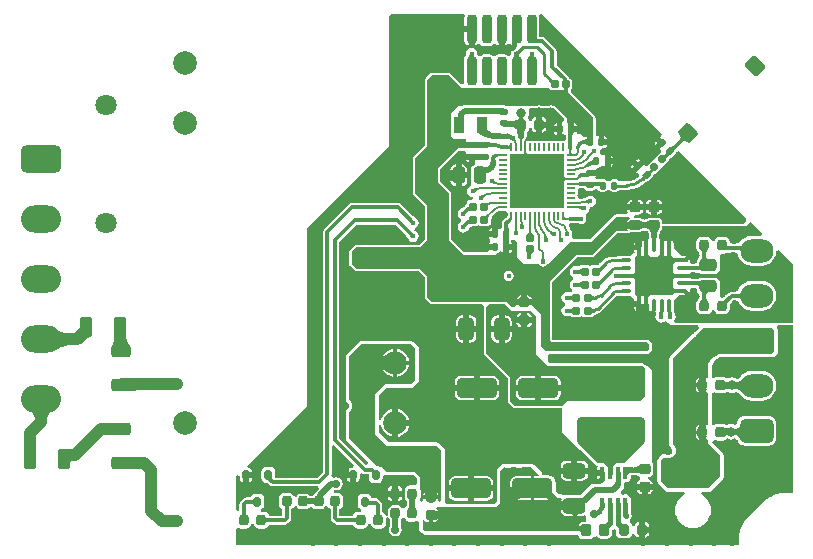
<source format=gtl>
G04*
G04 #@! TF.GenerationSoftware,Altium Limited,Altium Designer,22.6.1 (34)*
G04*
G04 Layer_Physical_Order=1*
G04 Layer_Color=255*
%FSLAX44Y44*%
%MOMM*%
G71*
G04*
G04 #@! TF.SameCoordinates,A0D8632A-B648-4B75-ABCE-4127253DC59C*
G04*
G04*
G04 #@! TF.FilePolarity,Positive*
G04*
G01*
G75*
%ADD10C,0.2500*%
%ADD11C,0.3000*%
%ADD12C,0.4000*%
%ADD13C,0.2000*%
G04:AMPARAMS|DCode=17|XSize=0.6mm|YSize=0.6mm|CornerRadius=0.075mm|HoleSize=0mm|Usage=FLASHONLY|Rotation=90.000|XOffset=0mm|YOffset=0mm|HoleType=Round|Shape=RoundedRectangle|*
%AMROUNDEDRECTD17*
21,1,0.6000,0.4500,0,0,90.0*
21,1,0.4500,0.6000,0,0,90.0*
1,1,0.1500,0.2250,0.2250*
1,1,0.1500,0.2250,-0.2250*
1,1,0.1500,-0.2250,-0.2250*
1,1,0.1500,-0.2250,0.2250*
%
%ADD17ROUNDEDRECTD17*%
G04:AMPARAMS|DCode=19|XSize=2.4mm|YSize=0.8mm|CornerRadius=0.2mm|HoleSize=0mm|Usage=FLASHONLY|Rotation=270.000|XOffset=0mm|YOffset=0mm|HoleType=Round|Shape=RoundedRectangle|*
%AMROUNDEDRECTD19*
21,1,2.4000,0.4000,0,0,270.0*
21,1,2.0000,0.8000,0,0,270.0*
1,1,0.4000,-0.2000,-1.0000*
1,1,0.4000,-0.2000,1.0000*
1,1,0.4000,0.2000,1.0000*
1,1,0.4000,0.2000,-1.0000*
%
%ADD19ROUNDEDRECTD19*%
G04:AMPARAMS|DCode=20|XSize=0.3mm|YSize=0.8mm|CornerRadius=0.045mm|HoleSize=0mm|Usage=FLASHONLY|Rotation=270.000|XOffset=0mm|YOffset=0mm|HoleType=Round|Shape=RoundedRectangle|*
%AMROUNDEDRECTD20*
21,1,0.3000,0.7100,0,0,270.0*
21,1,0.2100,0.8000,0,0,270.0*
1,1,0.0900,-0.3550,-0.1050*
1,1,0.0900,-0.3550,0.1050*
1,1,0.0900,0.3550,0.1050*
1,1,0.0900,0.3550,-0.1050*
%
%ADD20ROUNDEDRECTD20*%
G04:AMPARAMS|DCode=21|XSize=0.3mm|YSize=0.8mm|CornerRadius=0.045mm|HoleSize=0mm|Usage=FLASHONLY|Rotation=180.000|XOffset=0mm|YOffset=0mm|HoleType=Round|Shape=RoundedRectangle|*
%AMROUNDEDRECTD21*
21,1,0.3000,0.7100,0,0,180.0*
21,1,0.2100,0.8000,0,0,180.0*
1,1,0.0900,-0.1050,0.3550*
1,1,0.0900,0.1050,0.3550*
1,1,0.0900,0.1050,-0.3550*
1,1,0.0900,-0.1050,-0.3550*
%
%ADD21ROUNDEDRECTD21*%
%ADD22R,3.2500X3.2500*%
G04:AMPARAMS|DCode=23|XSize=0.42mm|YSize=1.1mm|CornerRadius=0.105mm|HoleSize=0mm|Usage=FLASHONLY|Rotation=0.000|XOffset=0mm|YOffset=0mm|HoleType=Round|Shape=RoundedRectangle|*
%AMROUNDEDRECTD23*
21,1,0.4200,0.8900,0,0,0.0*
21,1,0.2100,1.1000,0,0,0.0*
1,1,0.2100,0.1050,-0.4450*
1,1,0.2100,-0.1050,-0.4450*
1,1,0.2100,-0.1050,0.4450*
1,1,0.2100,0.1050,0.4450*
%
%ADD23ROUNDEDRECTD23*%
G04:AMPARAMS|DCode=24|XSize=0.9mm|YSize=0.8mm|CornerRadius=0.2mm|HoleSize=0mm|Usage=FLASHONLY|Rotation=90.000|XOffset=0mm|YOffset=0mm|HoleType=Round|Shape=RoundedRectangle|*
%AMROUNDEDRECTD24*
21,1,0.9000,0.4000,0,0,90.0*
21,1,0.5000,0.8000,0,0,90.0*
1,1,0.4000,0.2000,0.2500*
1,1,0.4000,0.2000,-0.2500*
1,1,0.4000,-0.2000,-0.2500*
1,1,0.4000,-0.2000,0.2500*
%
%ADD24ROUNDEDRECTD24*%
G04:AMPARAMS|DCode=25|XSize=0.6mm|YSize=0.6mm|CornerRadius=0.075mm|HoleSize=0mm|Usage=FLASHONLY|Rotation=135.000|XOffset=0mm|YOffset=0mm|HoleType=Round|Shape=RoundedRectangle|*
%AMROUNDEDRECTD25*
21,1,0.6000,0.4500,0,0,135.0*
21,1,0.4500,0.6000,0,0,135.0*
1,1,0.1500,0.0000,0.3182*
1,1,0.1500,0.3182,0.0000*
1,1,0.1500,0.0000,-0.3182*
1,1,0.1500,-0.3182,0.0000*
%
%ADD25ROUNDEDRECTD25*%
G04:AMPARAMS|DCode=26|XSize=0.6mm|YSize=0.6mm|CornerRadius=0.075mm|HoleSize=0mm|Usage=FLASHONLY|Rotation=180.000|XOffset=0mm|YOffset=0mm|HoleType=Round|Shape=RoundedRectangle|*
%AMROUNDEDRECTD26*
21,1,0.6000,0.4500,0,0,180.0*
21,1,0.4500,0.6000,0,0,180.0*
1,1,0.1500,-0.2250,0.2250*
1,1,0.1500,0.2250,0.2250*
1,1,0.1500,0.2250,-0.2250*
1,1,0.1500,-0.2250,-0.2250*
%
%ADD26ROUNDEDRECTD26*%
G04:AMPARAMS|DCode=27|XSize=1.7mm|YSize=1.05mm|CornerRadius=0.2625mm|HoleSize=0mm|Usage=FLASHONLY|Rotation=0.000|XOffset=0mm|YOffset=0mm|HoleType=Round|Shape=RoundedRectangle|*
%AMROUNDEDRECTD27*
21,1,1.7000,0.5250,0,0,0.0*
21,1,1.1750,1.0500,0,0,0.0*
1,1,0.5250,0.5875,-0.2625*
1,1,0.5250,-0.5875,-0.2625*
1,1,0.5250,-0.5875,0.2625*
1,1,0.5250,0.5875,0.2625*
%
%ADD27ROUNDEDRECTD27*%
G04:AMPARAMS|DCode=28|XSize=1.7mm|YSize=1.05mm|CornerRadius=0.2625mm|HoleSize=0mm|Usage=FLASHONLY|Rotation=90.000|XOffset=0mm|YOffset=0mm|HoleType=Round|Shape=RoundedRectangle|*
%AMROUNDEDRECTD28*
21,1,1.7000,0.5250,0,0,90.0*
21,1,1.1750,1.0500,0,0,90.0*
1,1,0.5250,0.2625,0.5875*
1,1,0.5250,0.2625,-0.5875*
1,1,0.5250,-0.2625,-0.5875*
1,1,0.5250,-0.2625,0.5875*
%
%ADD28ROUNDEDRECTD28*%
G04:AMPARAMS|DCode=29|XSize=0.9mm|YSize=0.8mm|CornerRadius=0.2mm|HoleSize=0mm|Usage=FLASHONLY|Rotation=180.000|XOffset=0mm|YOffset=0mm|HoleType=Round|Shape=RoundedRectangle|*
%AMROUNDEDRECTD29*
21,1,0.9000,0.4000,0,0,180.0*
21,1,0.5000,0.8000,0,0,180.0*
1,1,0.4000,-0.2500,0.2000*
1,1,0.4000,0.2500,0.2000*
1,1,0.4000,0.2500,-0.2000*
1,1,0.4000,-0.2500,-0.2000*
%
%ADD29ROUNDEDRECTD29*%
G04:AMPARAMS|DCode=30|XSize=1mm|YSize=0.9mm|CornerRadius=0.225mm|HoleSize=0mm|Usage=FLASHONLY|Rotation=90.000|XOffset=0mm|YOffset=0mm|HoleType=Round|Shape=RoundedRectangle|*
%AMROUNDEDRECTD30*
21,1,1.0000,0.4500,0,0,90.0*
21,1,0.5500,0.9000,0,0,90.0*
1,1,0.4500,0.2250,0.2750*
1,1,0.4500,0.2250,-0.2750*
1,1,0.4500,-0.2250,-0.2750*
1,1,0.4500,-0.2250,0.2750*
%
%ADD30ROUNDEDRECTD30*%
G04:AMPARAMS|DCode=31|XSize=0.62mm|YSize=0.56mm|CornerRadius=0.14mm|HoleSize=0mm|Usage=FLASHONLY|Rotation=0.000|XOffset=0mm|YOffset=0mm|HoleType=Round|Shape=RoundedRectangle|*
%AMROUNDEDRECTD31*
21,1,0.6200,0.2800,0,0,0.0*
21,1,0.3400,0.5600,0,0,0.0*
1,1,0.2800,0.1700,-0.1400*
1,1,0.2800,-0.1700,-0.1400*
1,1,0.2800,-0.1700,0.1400*
1,1,0.2800,0.1700,0.1400*
%
%ADD31ROUNDEDRECTD31*%
G04:AMPARAMS|DCode=32|XSize=1.42mm|YSize=0.89mm|CornerRadius=0.2225mm|HoleSize=0mm|Usage=FLASHONLY|Rotation=270.000|XOffset=0mm|YOffset=0mm|HoleType=Round|Shape=RoundedRectangle|*
%AMROUNDEDRECTD32*
21,1,1.4200,0.4450,0,0,270.0*
21,1,0.9750,0.8900,0,0,270.0*
1,1,0.4450,-0.2225,-0.4875*
1,1,0.4450,-0.2225,0.4875*
1,1,0.4450,0.2225,0.4875*
1,1,0.4450,0.2225,-0.4875*
%
%ADD32ROUNDEDRECTD32*%
G04:AMPARAMS|DCode=33|XSize=0.62mm|YSize=0.56mm|CornerRadius=0.14mm|HoleSize=0mm|Usage=FLASHONLY|Rotation=90.000|XOffset=0mm|YOffset=0mm|HoleType=Round|Shape=RoundedRectangle|*
%AMROUNDEDRECTD33*
21,1,0.6200,0.2800,0,0,90.0*
21,1,0.3400,0.5600,0,0,90.0*
1,1,0.2800,0.1400,0.1700*
1,1,0.2800,0.1400,-0.1700*
1,1,0.2800,-0.1400,-0.1700*
1,1,0.2800,-0.1400,0.1700*
%
%ADD33ROUNDEDRECTD33*%
G04:AMPARAMS|DCode=34|XSize=5.7mm|YSize=2.35mm|CornerRadius=0.2938mm|HoleSize=0mm|Usage=FLASHONLY|Rotation=180.000|XOffset=0mm|YOffset=0mm|HoleType=Round|Shape=RoundedRectangle|*
%AMROUNDEDRECTD34*
21,1,5.7000,1.7625,0,0,180.0*
21,1,5.1125,2.3500,0,0,180.0*
1,1,0.5875,-2.5563,0.8813*
1,1,0.5875,2.5563,0.8813*
1,1,0.5875,2.5563,-0.8813*
1,1,0.5875,-2.5563,-0.8813*
%
%ADD34ROUNDEDRECTD34*%
G04:AMPARAMS|DCode=35|XSize=0.2mm|YSize=0.7mm|CornerRadius=0.05mm|HoleSize=0mm|Usage=FLASHONLY|Rotation=0.000|XOffset=0mm|YOffset=0mm|HoleType=Round|Shape=RoundedRectangle|*
%AMROUNDEDRECTD35*
21,1,0.2000,0.6000,0,0,0.0*
21,1,0.1000,0.7000,0,0,0.0*
1,1,0.1000,0.0500,-0.3000*
1,1,0.1000,-0.0500,-0.3000*
1,1,0.1000,-0.0500,0.3000*
1,1,0.1000,0.0500,0.3000*
%
%ADD35ROUNDEDRECTD35*%
G04:AMPARAMS|DCode=36|XSize=0.2mm|YSize=0.7mm|CornerRadius=0.05mm|HoleSize=0mm|Usage=FLASHONLY|Rotation=90.000|XOffset=0mm|YOffset=0mm|HoleType=Round|Shape=RoundedRectangle|*
%AMROUNDEDRECTD36*
21,1,0.2000,0.6000,0,0,90.0*
21,1,0.1000,0.7000,0,0,90.0*
1,1,0.1000,0.3000,0.0500*
1,1,0.1000,0.3000,-0.0500*
1,1,0.1000,-0.3000,-0.0500*
1,1,0.1000,-0.3000,0.0500*
%
%ADD36ROUNDEDRECTD36*%
G04:AMPARAMS|DCode=37|XSize=0.95mm|YSize=0.85mm|CornerRadius=0.2125mm|HoleSize=0mm|Usage=FLASHONLY|Rotation=180.000|XOffset=0mm|YOffset=0mm|HoleType=Round|Shape=RoundedRectangle|*
%AMROUNDEDRECTD37*
21,1,0.9500,0.4250,0,0,180.0*
21,1,0.5250,0.8500,0,0,180.0*
1,1,0.4250,-0.2625,0.2125*
1,1,0.4250,0.2625,0.2125*
1,1,0.4250,0.2625,-0.2125*
1,1,0.4250,-0.2625,-0.2125*
%
%ADD37ROUNDEDRECTD37*%
G04:AMPARAMS|DCode=38|XSize=1.45mm|YSize=1mm|CornerRadius=0.25mm|HoleSize=0mm|Usage=FLASHONLY|Rotation=180.000|XOffset=0mm|YOffset=0mm|HoleType=Round|Shape=RoundedRectangle|*
%AMROUNDEDRECTD38*
21,1,1.4500,0.5000,0,0,180.0*
21,1,0.9500,1.0000,0,0,180.0*
1,1,0.5000,-0.4750,0.2500*
1,1,0.5000,0.4750,0.2500*
1,1,0.5000,0.4750,-0.2500*
1,1,0.5000,-0.4750,-0.2500*
%
%ADD38ROUNDEDRECTD38*%
G04:AMPARAMS|DCode=39|XSize=0.65mm|YSize=0.55mm|CornerRadius=0.1375mm|HoleSize=0mm|Usage=FLASHONLY|Rotation=90.000|XOffset=0mm|YOffset=0mm|HoleType=Round|Shape=RoundedRectangle|*
%AMROUNDEDRECTD39*
21,1,0.6500,0.2750,0,0,90.0*
21,1,0.3750,0.5500,0,0,90.0*
1,1,0.2750,0.1375,0.1875*
1,1,0.2750,0.1375,-0.1875*
1,1,0.2750,-0.1375,-0.1875*
1,1,0.2750,-0.1375,0.1875*
%
%ADD39ROUNDEDRECTD39*%
G04:AMPARAMS|DCode=40|XSize=1.45mm|YSize=1mm|CornerRadius=0.25mm|HoleSize=0mm|Usage=FLASHONLY|Rotation=270.000|XOffset=0mm|YOffset=0mm|HoleType=Round|Shape=RoundedRectangle|*
%AMROUNDEDRECTD40*
21,1,1.4500,0.5000,0,0,270.0*
21,1,0.9500,1.0000,0,0,270.0*
1,1,0.5000,-0.2500,-0.4750*
1,1,0.5000,-0.2500,0.4750*
1,1,0.5000,0.2500,0.4750*
1,1,0.5000,0.2500,-0.4750*
%
%ADD40ROUNDEDRECTD40*%
G04:AMPARAMS|DCode=41|XSize=0.65mm|YSize=0.55mm|CornerRadius=0.1375mm|HoleSize=0mm|Usage=FLASHONLY|Rotation=0.000|XOffset=0mm|YOffset=0mm|HoleType=Round|Shape=RoundedRectangle|*
%AMROUNDEDRECTD41*
21,1,0.6500,0.2750,0,0,0.0*
21,1,0.3750,0.5500,0,0,0.0*
1,1,0.2750,0.1875,-0.1375*
1,1,0.2750,-0.1875,-0.1375*
1,1,0.2750,-0.1875,0.1375*
1,1,0.2750,0.1875,0.1375*
%
%ADD41ROUNDEDRECTD41*%
G04:AMPARAMS|DCode=42|XSize=0.95mm|YSize=0.85mm|CornerRadius=0.2125mm|HoleSize=0mm|Usage=FLASHONLY|Rotation=90.000|XOffset=0mm|YOffset=0mm|HoleType=Round|Shape=RoundedRectangle|*
%AMROUNDEDRECTD42*
21,1,0.9500,0.4250,0,0,90.0*
21,1,0.5250,0.8500,0,0,90.0*
1,1,0.4250,0.2125,0.2625*
1,1,0.4250,0.2125,-0.2625*
1,1,0.4250,-0.2125,-0.2625*
1,1,0.4250,-0.2125,0.2625*
%
%ADD42ROUNDEDRECTD42*%
G04:AMPARAMS|DCode=43|XSize=0.65mm|YSize=0.55mm|CornerRadius=0.1375mm|HoleSize=0mm|Usage=FLASHONLY|Rotation=225.000|XOffset=0mm|YOffset=0mm|HoleType=Round|Shape=RoundedRectangle|*
%AMROUNDEDRECTD43*
21,1,0.6500,0.2750,0,0,225.0*
21,1,0.3750,0.5500,0,0,225.0*
1,1,0.2750,-0.2298,-0.0354*
1,1,0.2750,0.0354,0.2298*
1,1,0.2750,0.2298,0.0354*
1,1,0.2750,-0.0354,-0.2298*
%
%ADD43ROUNDEDRECTD43*%
G04:AMPARAMS|DCode=44|XSize=1.65mm|YSize=3.35mm|CornerRadius=0.33mm|HoleSize=0mm|Usage=FLASHONLY|Rotation=270.000|XOffset=0mm|YOffset=0mm|HoleType=Round|Shape=RoundedRectangle|*
%AMROUNDEDRECTD44*
21,1,1.6500,2.6900,0,0,270.0*
21,1,0.9900,3.3500,0,0,270.0*
1,1,0.6600,-1.3450,-0.4950*
1,1,0.6600,-1.3450,0.4950*
1,1,0.6600,1.3450,0.4950*
1,1,0.6600,1.3450,-0.4950*
%
%ADD44ROUNDEDRECTD44*%
G04:AMPARAMS|DCode=45|XSize=1.9mm|YSize=1.3mm|CornerRadius=0.325mm|HoleSize=0mm|Usage=FLASHONLY|Rotation=270.000|XOffset=0mm|YOffset=0mm|HoleType=Round|Shape=RoundedRectangle|*
%AMROUNDEDRECTD45*
21,1,1.9000,0.6500,0,0,270.0*
21,1,1.2500,1.3000,0,0,270.0*
1,1,0.6500,-0.3250,-0.6250*
1,1,0.6500,-0.3250,0.6250*
1,1,0.6500,0.3250,0.6250*
1,1,0.6500,0.3250,-0.6250*
%
%ADD45ROUNDEDRECTD45*%
G04:AMPARAMS|DCode=46|XSize=1.9mm|YSize=1.3mm|CornerRadius=0.325mm|HoleSize=0mm|Usage=FLASHONLY|Rotation=180.000|XOffset=0mm|YOffset=0mm|HoleType=Round|Shape=RoundedRectangle|*
%AMROUNDEDRECTD46*
21,1,1.9000,0.6500,0,0,180.0*
21,1,1.2500,1.3000,0,0,180.0*
1,1,0.6500,-0.6250,0.3250*
1,1,0.6500,0.6250,0.3250*
1,1,0.6500,0.6250,-0.3250*
1,1,0.6500,-0.6250,-0.3250*
%
%ADD46ROUNDEDRECTD46*%
G04:AMPARAMS|DCode=47|XSize=1.2mm|YSize=1.5mm|CornerRadius=0.18mm|HoleSize=0mm|Usage=FLASHONLY|Rotation=225.000|XOffset=0mm|YOffset=0mm|HoleType=Round|Shape=RoundedRectangle|*
%AMROUNDEDRECTD47*
21,1,1.2000,1.1400,0,0,225.0*
21,1,0.8400,1.5000,0,0,225.0*
1,1,0.3600,-0.7000,0.1061*
1,1,0.3600,-0.1061,0.7000*
1,1,0.3600,0.7000,-0.1061*
1,1,0.3600,0.1061,-0.7000*
%
%ADD47ROUNDEDRECTD47*%
G04:AMPARAMS|DCode=48|XSize=1.2mm|YSize=1.4mm|CornerRadius=0.21mm|HoleSize=0mm|Usage=FLASHONLY|Rotation=225.000|XOffset=0mm|YOffset=0mm|HoleType=Round|Shape=RoundedRectangle|*
%AMROUNDEDRECTD48*
21,1,1.2000,0.9800,0,0,225.0*
21,1,0.7800,1.4000,0,0,225.0*
1,1,0.4200,-0.6223,0.0707*
1,1,0.4200,-0.0707,0.6223*
1,1,0.4200,0.6223,-0.0707*
1,1,0.4200,0.0707,-0.6223*
%
%ADD48ROUNDEDRECTD48*%
%ADD91C,0.3500*%
%ADD92C,0.5000*%
%ADD93C,0.2933*%
%ADD94C,0.4200*%
%ADD95C,0.8000*%
G04:AMPARAMS|DCode=96|XSize=0.65mm|YSize=0.85mm|CornerRadius=0.1625mm|HoleSize=0mm|Usage=FLASHONLY|Rotation=0.000|XOffset=0mm|YOffset=0mm|HoleType=Round|Shape=RoundedRectangle|*
%AMROUNDEDRECTD96*
21,1,0.6500,0.5250,0,0,0.0*
21,1,0.3250,0.8500,0,0,0.0*
1,1,0.3250,0.1625,-0.2625*
1,1,0.3250,-0.1625,-0.2625*
1,1,0.3250,-0.1625,0.2625*
1,1,0.3250,0.1625,0.2625*
%
%ADD96ROUNDEDRECTD96*%
%ADD97R,4.6000X4.6000*%
%ADD98C,1.0000*%
%ADD99C,0.7000*%
%ADD100C,0.3200*%
G04:AMPARAMS|DCode=101|XSize=2.3mm|YSize=3.4mm|CornerRadius=0.46mm|HoleSize=0mm|Usage=FLASHONLY|Rotation=270.000|XOffset=0mm|YOffset=0mm|HoleType=Round|Shape=RoundedRectangle|*
%AMROUNDEDRECTD101*
21,1,2.3000,2.4800,0,0,270.0*
21,1,1.3800,3.4000,0,0,270.0*
1,1,0.9200,-1.2400,-0.6900*
1,1,0.9200,-1.2400,0.6900*
1,1,0.9200,1.2400,0.6900*
1,1,0.9200,1.2400,-0.6900*
%
%ADD101ROUNDEDRECTD101*%
%ADD102O,3.4000X2.3000*%
G04:AMPARAMS|DCode=103|XSize=2mm|YSize=2.8mm|CornerRadius=0.4mm|HoleSize=0mm|Usage=FLASHONLY|Rotation=90.000|XOffset=0mm|YOffset=0mm|HoleType=Round|Shape=RoundedRectangle|*
%AMROUNDEDRECTD103*
21,1,2.0000,2.0000,0,0,90.0*
21,1,1.2000,2.8000,0,0,90.0*
1,1,0.8000,1.0000,0.6000*
1,1,0.8000,1.0000,-0.6000*
1,1,0.8000,-1.0000,-0.6000*
1,1,0.8000,-1.0000,0.6000*
%
%ADD103ROUNDEDRECTD103*%
%ADD104O,2.8000X2.0000*%
%ADD105C,2.0000*%
%ADD106C,0.2000*%
%ADD107C,1.8000*%
%ADD108C,0.4500*%
%ADD109C,0.7000*%
G36*
X455305Y433930D02*
X455316Y433420D01*
X455411Y432970D01*
X455588Y432580D01*
X455850Y432250D01*
X456195Y431980D01*
X456623Y431770D01*
X457135Y431620D01*
X457729Y431530D01*
X458408Y431500D01*
X457700Y428500D01*
X457125Y428496D01*
X454710Y428326D01*
X454480Y428273D01*
X454300Y428212D01*
X454169Y428145D01*
X455378Y434500D01*
X455305Y433930D01*
D02*
G37*
G36*
X441979Y420712D02*
X441764Y420489D01*
X441394Y420057D01*
X441239Y419848D01*
X441104Y419643D01*
X440989Y419443D01*
X440894Y419247D01*
X440819Y419056D01*
X440763Y418869D01*
X440728Y418687D01*
X438187Y421228D01*
X438369Y421263D01*
X438556Y421319D01*
X438747Y421394D01*
X438943Y421489D01*
X439143Y421604D01*
X439348Y421739D01*
X439557Y421894D01*
X439989Y422265D01*
X440212Y422480D01*
X441979Y420712D01*
D02*
G37*
G36*
X452969Y418504D02*
X453025Y418079D01*
X453118Y417674D01*
X453135Y417626D01*
X453280Y417624D01*
X453217Y417526D01*
X453190Y417465D01*
X453249Y417290D01*
X453418Y416927D01*
X453623Y416585D01*
X453866Y416262D01*
X454147Y415961D01*
X454465Y415680D01*
X454820Y415420D01*
X447980D01*
X448354Y415692D01*
X448689Y415982D01*
X448985Y416291D01*
X449241Y416617D01*
X449458Y416961D01*
X449635Y417323D01*
X449732Y417590D01*
X449686Y417668D01*
X449760Y417667D01*
X449773Y417702D01*
X449871Y418100D01*
X449930Y418516D01*
X449950Y418950D01*
X452950D01*
X452969Y418504D01*
D02*
G37*
G36*
X393817Y452573D02*
X394720Y451000D01*
X394522Y450000D01*
Y442500D01*
X400600D01*
Y440000D01*
X403100D01*
Y426021D01*
X404161Y426232D01*
X405399Y427060D01*
X405509Y427115D01*
X407828Y427024D01*
X408027Y426727D01*
X409529Y425723D01*
X411300Y425371D01*
X415300D01*
X417071Y425723D01*
X418573Y426727D01*
X418772Y427024D01*
X421091Y427115D01*
X421201Y427060D01*
X422439Y426232D01*
X423500Y426021D01*
Y440000D01*
X428500D01*
Y426021D01*
X429561Y426232D01*
X430884Y427116D01*
X431213Y427609D01*
X433487D01*
X433816Y427116D01*
X435139Y426232D01*
X435776Y426105D01*
X436268Y425656D01*
X436916Y424403D01*
X436984Y423922D01*
X436821Y423550D01*
X436631Y423512D01*
X435047Y422453D01*
X433988Y420869D01*
X433616Y419000D01*
X431935Y417217D01*
X431616Y417205D01*
X431099Y417389D01*
X429771Y418277D01*
X428000Y418629D01*
X424000D01*
X422229Y418277D01*
X420727Y417273D01*
X418573D01*
X417071Y418277D01*
X415300Y418629D01*
X411300D01*
X409529Y418277D01*
X408201Y417389D01*
X407672Y417201D01*
X406978Y417229D01*
X405384Y419000D01*
X405012Y420869D01*
X403953Y422453D01*
X402369Y423512D01*
X400500Y423884D01*
X398631Y423512D01*
X397047Y422453D01*
X395988Y420869D01*
X395616Y419000D01*
X395879Y417677D01*
X395650Y417509D01*
X395602Y417457D01*
X395327Y417273D01*
X395041Y416846D01*
X394967Y416765D01*
X394943Y416698D01*
X394323Y415771D01*
X393971Y414000D01*
Y394000D01*
X393983Y393939D01*
X393812Y393610D01*
X391874Y393009D01*
X382442Y402442D01*
X381780Y402884D01*
X381000Y403039D01*
X367000D01*
X366220Y402884D01*
X365558Y402442D01*
X365558Y402442D01*
X361558Y398442D01*
X361116Y397780D01*
X360961Y397000D01*
Y341845D01*
X351558Y332442D01*
X351116Y331780D01*
X350961Y331000D01*
Y301000D01*
X351116Y300220D01*
X351558Y299558D01*
X360961Y290155D01*
Y261845D01*
X356155Y257039D01*
X303000D01*
X303000Y257039D01*
X302220Y256884D01*
X301558Y256442D01*
X301558Y256442D01*
X297558Y252442D01*
X297116Y251780D01*
X296961Y251000D01*
Y241000D01*
X296961Y241000D01*
X297116Y240220D01*
X297558Y239558D01*
X297558Y239558D01*
X301558Y235558D01*
X302220Y235116D01*
X303000Y234961D01*
X356155D01*
X360961Y230155D01*
Y213000D01*
X360961Y213000D01*
X361116Y212220D01*
X361558Y211558D01*
X361558Y211558D01*
X365558Y207558D01*
X365558Y207558D01*
X366220Y207116D01*
X367000Y206961D01*
X409499D01*
X409849Y206706D01*
X410961Y205000D01*
Y165000D01*
X410961Y165000D01*
X411116Y164220D01*
X411558Y163558D01*
X411558Y163558D01*
X430961Y144155D01*
Y125000D01*
X431116Y124220D01*
X431558Y123558D01*
X435558Y119558D01*
X435558Y119558D01*
X436220Y119116D01*
X437000Y118961D01*
X477000D01*
X477000Y118961D01*
Y99000D01*
X489000Y87000D01*
Y87000D01*
X489941Y86059D01*
X491000Y85000D01*
X492513Y83825D01*
X505669Y70669D01*
X506509Y70107D01*
X507327Y69640D01*
X507090Y68450D01*
Y66500D01*
X511250D01*
Y61500D01*
X509771D01*
X512698Y58590D01*
X512813Y58587D01*
X512848Y58515D01*
X512801Y58376D01*
X512675Y58168D01*
X512467Y57892D01*
X512179Y57548D01*
X510831Y56107D01*
X510221Y55490D01*
X507393Y58319D01*
X507911Y58857D01*
X508722Y59825D01*
X509015Y60255D01*
X509233Y60648D01*
X509375Y61006D01*
X509442Y61328D01*
X509437Y61500D01*
X507090D01*
Y59550D01*
X507327Y58360D01*
X508001Y57351D01*
X508670Y56904D01*
X508499Y55330D01*
X508338Y54904D01*
X506025D01*
X505000Y55108D01*
X502854Y54681D01*
X501035Y53465D01*
X493192Y45622D01*
X481253D01*
X478814Y45137D01*
X478730Y45081D01*
X478320Y45163D01*
X478194Y45247D01*
X478098Y45364D01*
X477701Y45576D01*
X477328Y45826D01*
X477179Y45855D01*
X477045Y45927D01*
X476598Y45971D01*
X476157Y46059D01*
X474713D01*
X471873Y48898D01*
Y55950D01*
X471384Y58408D01*
X469992Y60492D01*
X467908Y61884D01*
X465450Y62373D01*
X460726D01*
X460503Y63494D01*
X459840Y64486D01*
X453163Y71163D01*
X452170Y71826D01*
X451000Y72059D01*
X451000Y72059D01*
X443500D01*
X442329Y71826D01*
X441898Y71647D01*
X441102Y71543D01*
X441000Y71556D01*
X440898Y71543D01*
X440102Y71647D01*
X439671Y71826D01*
X438500Y72059D01*
X433500D01*
X432329Y71826D01*
X431898Y71647D01*
X431102Y71543D01*
X431000Y71556D01*
X430898Y71543D01*
X430102Y71647D01*
X429671Y71826D01*
X428500Y72059D01*
X428000D01*
X426829Y71826D01*
X425837Y71163D01*
X425837Y71163D01*
X422837Y68163D01*
X422837Y68163D01*
X422174Y67171D01*
X421941Y66000D01*
X421941Y66000D01*
X421941Y40267D01*
X419733Y38059D01*
X379048D01*
X377996Y39583D01*
X377872Y40059D01*
X378059Y41000D01*
X378059Y41000D01*
Y83000D01*
X378059Y83000D01*
X377826Y84171D01*
X377163Y85163D01*
X377163Y85163D01*
X373163Y89163D01*
X372170Y89826D01*
X371000Y90059D01*
X371000Y90059D01*
X330267D01*
X322059Y98267D01*
Y104476D01*
X324059Y104607D01*
X324209Y103467D01*
X325418Y100548D01*
X327341Y98041D01*
X329848Y96118D01*
X332767Y94909D01*
X333400Y94825D01*
Y106600D01*
Y118374D01*
X332767Y118291D01*
X329848Y117082D01*
X327341Y115159D01*
X325418Y112652D01*
X324209Y109733D01*
X324059Y108593D01*
X322059Y108724D01*
Y129733D01*
X328267Y135941D01*
X349000Y135941D01*
X349000Y135941D01*
X350171Y136174D01*
X351163Y136837D01*
X355163Y140837D01*
X355163Y140837D01*
X355826Y141830D01*
X356059Y143000D01*
X356059Y143000D01*
X356059Y169000D01*
X356059Y169000D01*
X355826Y170170D01*
X355163Y171163D01*
X355163Y171163D01*
X351163Y175163D01*
X350171Y175826D01*
X349000Y176059D01*
X349000Y176059D01*
X307000D01*
X305830Y175826D01*
X304837Y175163D01*
X304837Y175163D01*
X294837Y165163D01*
X294174Y164170D01*
X293941Y163000D01*
X293941Y163000D01*
Y126124D01*
X293981Y125926D01*
X293967Y125724D01*
X294096Y125345D01*
X294174Y124953D01*
X294286Y124785D01*
X294351Y124594D01*
X294615Y124294D01*
X294837Y123961D01*
X295005Y123849D01*
X295138Y123697D01*
X295454Y123454D01*
X296006Y122735D01*
X296353Y121898D01*
X296471Y121000D01*
X296353Y120102D01*
X296006Y119265D01*
X295454Y118546D01*
X295138Y118303D01*
X295005Y118151D01*
X294837Y118039D01*
X294615Y117706D01*
X294351Y117406D01*
X294286Y117214D01*
X294174Y117047D01*
X294096Y116654D01*
X293967Y116276D01*
X293981Y116074D01*
X293941Y115876D01*
Y93000D01*
X294174Y91830D01*
X294837Y90837D01*
X312784Y72890D01*
X312072Y70774D01*
X311147Y70647D01*
X288569Y93226D01*
Y259522D01*
X303478Y274431D01*
X336022D01*
X344974Y265479D01*
X344987Y265414D01*
X345079Y264928D01*
X345086Y264918D01*
X345088Y264907D01*
X345363Y264496D01*
X345633Y264083D01*
X345837Y263875D01*
X346155Y263531D01*
X346358Y263283D01*
X346488Y262631D01*
X347547Y261047D01*
X349131Y259988D01*
X351000Y259616D01*
X352869Y259988D01*
X354453Y261047D01*
X355512Y262631D01*
X355884Y264500D01*
X355512Y266369D01*
X354453Y267953D01*
X352869Y269012D01*
X352225Y269140D01*
X352057Y269287D01*
X352295Y271005D01*
X352362Y271131D01*
X352587Y271432D01*
X352869Y271488D01*
X354453Y272547D01*
X355512Y274131D01*
X355884Y276000D01*
X355512Y277869D01*
X354453Y279453D01*
X352869Y280512D01*
X352225Y280640D01*
X351600Y281186D01*
X351417Y281367D01*
X351004Y281637D01*
X350593Y281912D01*
X350582Y281914D01*
X350572Y281921D01*
X350086Y282013D01*
X350021Y282026D01*
X340523Y291523D01*
X339366Y292297D01*
X338000Y292569D01*
X299000D01*
X297634Y292297D01*
X296477Y291523D01*
X275977Y271023D01*
X275203Y269866D01*
X274931Y268500D01*
Y64978D01*
X269772Y59819D01*
X234372D01*
Y64875D01*
X234048Y66500D01*
X233128Y67878D01*
X231750Y68798D01*
X230125Y69122D01*
X226875D01*
X225250Y68798D01*
X223872Y67878D01*
X222952Y66500D01*
X222628Y64875D01*
Y59625D01*
X222952Y58000D01*
X223872Y56622D01*
X225250Y55702D01*
X226875Y55378D01*
X227832D01*
X229484Y53727D01*
X230642Y52953D01*
X232007Y52681D01*
X270364D01*
X271193Y50681D01*
X269256Y48744D01*
X268261Y47256D01*
X268090Y46397D01*
X267439Y46268D01*
X266116Y45384D01*
X265585Y44588D01*
X263416D01*
X262884Y45384D01*
X261561Y46268D01*
X260000Y46578D01*
X256000D01*
X254439Y46268D01*
X253116Y45384D01*
X252329Y44206D01*
X251616Y44127D01*
X250974Y44196D01*
X250244Y44320D01*
X249273Y45773D01*
X247771Y46777D01*
X246000Y47129D01*
X242000D01*
X240229Y46777D01*
X238727Y45773D01*
X237723Y44271D01*
X237371Y42500D01*
Y37500D01*
X237723Y35729D01*
X238727Y34227D01*
X240229Y33223D01*
X240431Y33183D01*
Y27569D01*
X228916D01*
X228777Y28271D01*
X227773Y29773D01*
X226271Y30777D01*
X224500Y31129D01*
X222082D01*
X221884Y33129D01*
X222250Y33202D01*
X223628Y34122D01*
X224548Y35500D01*
X224872Y37125D01*
Y42375D01*
X224548Y44000D01*
X223628Y45378D01*
X222250Y46298D01*
X220625Y46622D01*
X217375D01*
X215750Y46298D01*
X214372Y45378D01*
X213452Y44000D01*
X213316Y43319D01*
X209750D01*
X208384Y43047D01*
X207227Y42273D01*
X204977Y40023D01*
X204203Y38866D01*
X203931Y37500D01*
Y32025D01*
X203000Y31457D01*
X201000Y32580D01*
Y61000D01*
X202331Y62331D01*
X204179Y61566D01*
Y59625D01*
X204460Y58211D01*
X205261Y57011D01*
X206461Y56210D01*
X207000Y56103D01*
Y62250D01*
X209500D01*
Y64750D01*
X214821D01*
Y64875D01*
X214540Y66289D01*
X213738Y67488D01*
X212539Y68290D01*
X211354Y68526D01*
X210686Y69631D01*
X210377Y70377D01*
X261000Y121000D01*
Y271000D01*
X331000Y341000D01*
Y451000D01*
X333000Y453000D01*
X393388D01*
X393817Y452573D01*
D02*
G37*
G36*
X440120Y418482D02*
X440181Y418079D01*
X440282Y417692D01*
X440283Y417690D01*
X440330Y417691D01*
X440302Y417640D01*
X440423Y417321D01*
X440605Y416965D01*
X440827Y416625D01*
X441090Y416300D01*
X441393Y415991D01*
X441736Y415698D01*
X442120Y415420D01*
X435280D01*
X435626Y415674D01*
X435935Y415948D01*
X436208Y416244D01*
X436445Y416561D01*
X436645Y416898D01*
X436809Y417257D01*
X436855Y417395D01*
X436806Y417498D01*
X436737Y417602D01*
X436926Y417607D01*
X436936Y417636D01*
X437027Y418036D01*
X437082Y418458D01*
X437100Y418900D01*
X440100D01*
X440120Y418482D01*
D02*
G37*
G36*
X402070Y418516D02*
X402129Y418100D01*
X402227Y417702D01*
X402240Y417667D01*
X402314Y417668D01*
X402268Y417590D01*
X402365Y417323D01*
X402542Y416961D01*
X402759Y416617D01*
X403015Y416291D01*
X403311Y415982D01*
X403646Y415692D01*
X404020Y415420D01*
X397180D01*
X397535Y415680D01*
X397853Y415961D01*
X398134Y416262D01*
X398377Y416585D01*
X398582Y416927D01*
X398751Y417290D01*
X398810Y417465D01*
X398783Y417526D01*
X398720Y417624D01*
X398865Y417626D01*
X398882Y417674D01*
X398975Y418079D01*
X399031Y418504D01*
X399050Y418950D01*
X402050D01*
X402070Y418516D01*
D02*
G37*
G36*
X480946Y397249D02*
X480972Y396969D01*
X481016Y396724D01*
X481077Y396512D01*
X481155Y396334D01*
X481250Y396190D01*
X481363Y396080D01*
X481493Y396004D01*
X481641Y395962D01*
X481806Y395953D01*
X478031Y395769D01*
X478013Y395775D01*
X477998Y395821D01*
X477984Y395904D01*
X477971Y396026D01*
X477946Y396621D01*
X477938Y397562D01*
X480938D01*
X480946Y397249D01*
D02*
G37*
G36*
X468911Y397092D02*
X469570Y396538D01*
X470192Y396091D01*
X470778Y395750D01*
X471328Y395515D01*
X471841Y395387D01*
X472318Y395365D01*
X472758Y395449D01*
X473163Y395640D01*
X473531Y395936D01*
X468264Y390669D01*
X468560Y391037D01*
X468751Y391441D01*
X468835Y391882D01*
X468813Y392359D01*
X468685Y392873D01*
X468450Y393422D01*
X468109Y394008D01*
X467662Y394630D01*
X467108Y395289D01*
X466449Y395984D01*
X468216Y397751D01*
X468911Y397092D01*
D02*
G37*
G36*
X468929Y373244D02*
X468969Y373228D01*
X469136Y373116D01*
X469333Y373077D01*
X469519Y373000D01*
X469720D01*
X469917Y372961D01*
X470155D01*
X478961Y364155D01*
Y362114D01*
X478600Y361671D01*
X477500Y360880D01*
Y355503D01*
Y350410D01*
X477692Y350448D01*
X478177Y350772D01*
X480120Y349940D01*
X480177Y349886D01*
Y347109D01*
X478500Y345549D01*
X477500D01*
X476525Y345355D01*
X476000Y345004D01*
X475475Y345355D01*
X474500Y345549D01*
X473500D01*
X472525Y345355D01*
X472000Y345004D01*
X471475Y345355D01*
X470500Y345549D01*
X469500D01*
X468525Y345355D01*
X468000Y345004D01*
X467475Y345355D01*
X466500Y345549D01*
X465500D01*
X464525Y345355D01*
X464000Y345004D01*
X463475Y345355D01*
X462500Y345549D01*
X461500D01*
X460525Y345355D01*
X460000Y345004D01*
X459475Y345355D01*
X458500Y345549D01*
X457500D01*
X456525Y345355D01*
X456000Y345004D01*
X455475Y345355D01*
X454500Y345549D01*
X453500D01*
X452525Y345355D01*
X452000Y345004D01*
X451475Y345355D01*
X450500Y345549D01*
X449500D01*
X448525Y345355D01*
X448000Y345004D01*
X447476Y345355D01*
X446449Y346508D01*
X446394Y347525D01*
X446549Y347738D01*
X446851Y348153D01*
X446851Y348154D01*
X446852Y348156D01*
X446968Y348638D01*
X447088Y349135D01*
X447087Y349137D01*
X447088Y349138D01*
X447150Y350721D01*
X447212Y351287D01*
X447298Y351785D01*
X447396Y352183D01*
X447496Y352477D01*
X447582Y352662D01*
X447635Y352746D01*
X447636Y352747D01*
X447770Y352856D01*
X447781Y352869D01*
X447795Y352878D01*
X447805Y352889D01*
X447988Y353012D01*
X448365Y353576D01*
X448414Y353635D01*
X448419Y353651D01*
X448430Y353664D01*
X448434Y353679D01*
X449019Y354555D01*
X449256Y355743D01*
X451295D01*
X451489Y354766D01*
X452401Y353401D01*
X453765Y352489D01*
X455000Y352244D01*
Y359000D01*
Y365756D01*
X453765Y365511D01*
X452401Y364599D01*
X451489Y363234D01*
X451295Y362257D01*
X449256D01*
X449019Y363445D01*
X447988Y364988D01*
X447931Y365335D01*
X448213Y365702D01*
X448872Y367293D01*
X449096Y369000D01*
X448872Y370707D01*
X448767Y370961D01*
X450103Y372961D01*
X455083D01*
X455280Y373000D01*
X455481D01*
X455667Y373077D01*
X455864Y373116D01*
X456031Y373228D01*
X456071Y373244D01*
X457500Y373529D01*
X458929Y373244D01*
X458969Y373228D01*
X459136Y373116D01*
X459333Y373077D01*
X459519Y373000D01*
X459720D01*
X459917Y372961D01*
X465083D01*
X465280Y373000D01*
X465481D01*
X465667Y373077D01*
X465864Y373116D01*
X466031Y373228D01*
X466071Y373244D01*
X467500Y373529D01*
X468929Y373244D01*
D02*
G37*
G36*
X421225Y373452D02*
X425381Y373183D01*
X425722Y373083D01*
X425900Y372967D01*
X425914Y372836D01*
X425766Y372690D01*
Y367310D01*
X425398Y367528D01*
X424982Y367724D01*
X424518Y367896D01*
X424006Y368046D01*
X423447Y368172D01*
X422839Y368276D01*
X421481Y368414D01*
X420730Y368448D01*
X419932Y368460D01*
X419904Y373460D01*
X421225Y373452D01*
D02*
G37*
G36*
X394190Y364236D02*
X388228Y365587D01*
X388440Y365566D01*
X388631Y365604D01*
X388799Y365700D01*
X388944Y365856D01*
X389067Y366071D01*
X389168Y366345D01*
X389247Y366678D01*
X389303Y367070D01*
X389336Y367521D01*
X389347Y368031D01*
X394347D01*
X394190Y364236D01*
D02*
G37*
G36*
X438916Y355512D02*
X446135Y354865D01*
X445824Y354612D01*
X445546Y354290D01*
X445301Y353900D01*
X445089Y353440D01*
X444909Y352912D01*
X444762Y352315D01*
X444647Y351650D01*
X444565Y350915D01*
X444500Y349239D01*
X439500Y349441D01*
X439489Y350307D01*
X439324Y352567D01*
X439226Y353207D01*
X438962Y354317D01*
X438797Y354787D01*
X438612Y355198D01*
X438528Y355309D01*
X438141Y355706D01*
X437703Y356056D01*
X437216Y356359D01*
X436678Y356616D01*
X436091Y356826D01*
X435453Y356990D01*
X434765Y357107D01*
X434027Y357177D01*
X433239Y357200D01*
X433241Y357254D01*
X430234Y357310D01*
Y362690D01*
X430422Y362597D01*
X430692Y362514D01*
X431044Y362440D01*
X431479Y362376D01*
X432594Y362278D01*
X434289Y362224D01*
X435639Y362326D01*
X436320Y362424D01*
X437561Y362703D01*
X438121Y362885D01*
X438640Y363095D01*
X439119Y363332D01*
X439558Y363598D01*
X438916Y355512D01*
D02*
G37*
G36*
X487344Y352658D02*
X487041Y352427D01*
X486770Y352161D01*
X486531Y351860D01*
X486324Y351522D01*
X486149Y351150D01*
X486005Y350742D01*
X485894Y350299D01*
X485814Y349820D01*
X485766Y349306D01*
X485750Y348757D01*
X482250D01*
X482359Y353103D01*
X487344Y352658D01*
D02*
G37*
G36*
X413006Y358445D02*
X412701Y357712D01*
X412612Y356983D01*
X412741Y356259D01*
X413086Y355539D01*
X413649Y354823D01*
X414430Y354111D01*
X415427Y353403D01*
X416642Y352699D01*
X418074Y352000D01*
X412895Y348246D01*
X411583Y348844D01*
X406765Y351361D01*
X406872Y351393D01*
X413530Y359182D01*
X413006Y358445D01*
D02*
G37*
G36*
X582648Y344327D02*
X582233Y344700D01*
X581818Y344989D01*
X581402Y345196D01*
X580986Y345319D01*
X580569Y345358D01*
X580152Y345314D01*
X579734Y345187D01*
X579316Y344977D01*
X578898Y344683D01*
X578479Y344305D01*
X576405Y346379D01*
X576782Y346798D01*
X577076Y347216D01*
X577287Y347634D01*
X577414Y348052D01*
X577458Y348469D01*
X577419Y348886D01*
X577296Y349302D01*
X577089Y349718D01*
X576800Y350133D01*
X576427Y350548D01*
X582648Y344327D01*
D02*
G37*
G36*
X414180Y344475D02*
X414495Y344323D01*
X414842Y344189D01*
X415221Y344073D01*
X415632Y343975D01*
X416075Y343895D01*
X417058Y343788D01*
X417597Y343761D01*
X418156Y343753D01*
X418283Y343753D01*
Y340252D01*
X418132Y340252D01*
X417597Y340244D01*
X416550Y340172D01*
X416075Y340110D01*
X415221Y339932D01*
X414842Y339816D01*
X414495Y339682D01*
X414180Y339530D01*
X413897Y339361D01*
Y340236D01*
X413264Y340234D01*
Y343771D01*
X413318Y343768D01*
X413897Y343761D01*
Y344644D01*
X414180Y344475D01*
D02*
G37*
G36*
X392100Y389900D02*
X466315D01*
X466360Y389677D01*
X466967Y388767D01*
X467877Y388160D01*
X468950Y387946D01*
X473450D01*
X474523Y388160D01*
X475161Y388586D01*
X476000Y388694D01*
X476839Y388586D01*
X477477Y388160D01*
X478550Y387946D01*
X480054D01*
X503500Y364500D01*
Y350759D01*
X503046Y350397D01*
X503142Y346900D01*
X503000D01*
Y344500D01*
X498975D01*
Y342519D01*
X498886Y342563D01*
X498740Y342602D01*
X498536Y342637D01*
X498275Y342667D01*
X498156Y342673D01*
Y341656D01*
X497998Y341864D01*
X497816Y342050D01*
X497609Y342214D01*
X497380Y342356D01*
X497126Y342476D01*
X496849Y342575D01*
X496547Y342651D01*
X496222Y342706D01*
X495873Y342739D01*
X495500Y342750D01*
Y346250D01*
X495873Y346261D01*
X496222Y346294D01*
X496547Y346348D01*
X496849Y346425D01*
X497126Y346524D01*
X497380Y346644D01*
X497609Y346786D01*
X497816Y346950D01*
X497890Y347027D01*
X497910Y347176D01*
X497931Y347458D01*
X497978Y349588D01*
X497808Y349554D01*
X496692Y348808D01*
X496647Y348741D01*
X495383Y348617D01*
X493000Y351000D01*
X490206D01*
X489527Y352270D01*
X489554Y352311D01*
X489692Y353003D01*
X485000D01*
Y355503D01*
X482500D01*
Y360595D01*
X482308Y360557D01*
X482270Y360531D01*
X481000Y361210D01*
Y365000D01*
X471000Y375000D01*
X469917D01*
X469646Y375181D01*
X467500Y375608D01*
X465354Y375181D01*
X465083Y375000D01*
X459917D01*
X459646Y375181D01*
X457500Y375608D01*
X455354Y375181D01*
X455083Y375000D01*
X443091D01*
X442500Y375117D01*
X441909Y375000D01*
X428793D01*
X428496Y375199D01*
X426740Y375548D01*
X394776D01*
X393021Y375199D01*
X392723Y375000D01*
X389000D01*
X383000Y369000D01*
Y349000D01*
X385000Y347000D01*
X395681D01*
X396039Y346158D01*
X396133Y345730D01*
X395441Y344694D01*
X395416Y344571D01*
X398095Y344644D01*
Y344503D01*
X400495D01*
Y339503D01*
X398095D01*
Y339361D01*
X398005Y339388D01*
X397819Y339412D01*
X397537Y339433D01*
X394692Y339497D01*
X394634Y339497D01*
X394237Y339000D01*
X389000D01*
X372000Y322000D01*
Y310000D01*
X381000Y301000D01*
Y261000D01*
X393000Y249000D01*
X421000D01*
X422378Y250378D01*
X422692Y250441D01*
X423808Y251187D01*
X424294Y251914D01*
X424405Y251952D01*
X425595D01*
X425700Y251916D01*
X425708Y251911D01*
X426192Y251187D01*
X427308Y250441D01*
X427431Y250416D01*
X427359Y253095D01*
X427500D01*
Y255495D01*
X430000D01*
Y257894D01*
X427359D01*
X427385Y257985D01*
X427409Y258171D01*
X427431Y258452D01*
X427467Y260090D01*
X427359Y264098D01*
X432641D01*
X432615Y264008D01*
X432590Y263822D01*
X432569Y263540D01*
X432533Y261902D01*
X432639Y257995D01*
X434692D01*
X434554Y258687D01*
X433857Y259730D01*
X433942Y260127D01*
X434303Y261000D01*
X437000D01*
X439000Y259000D01*
Y247000D01*
X445000Y241000D01*
X457225D01*
X457936Y239936D01*
X459342Y238997D01*
X461000Y238667D01*
X462658Y238997D01*
X464064Y239936D01*
X464775Y241000D01*
X465000D01*
X484000Y260000D01*
X502000Y260000D01*
X523000Y281000D01*
X533954D01*
X534339Y279730D01*
X533399Y279102D01*
X532487Y277737D01*
X532298Y276789D01*
X532799Y276902D01*
X533408Y277078D01*
X533989Y277286D01*
X534540Y277525D01*
X535062Y277797D01*
X535555Y278100D01*
Y276502D01*
X538997D01*
Y271502D01*
X535555D01*
Y269904D01*
X535062Y270208D01*
X534540Y270480D01*
X533989Y270720D01*
X533408Y270927D01*
X532799Y271103D01*
X532298Y271216D01*
X532487Y270268D01*
X532586Y270120D01*
X531987Y269000D01*
X523000D01*
X503000Y249000D01*
X489000D01*
X467000Y227000D01*
X467000Y177000D01*
X469000Y175000D01*
X549000D01*
X551000Y173000D01*
Y169000D01*
X549000Y167000D01*
X463495Y167000D01*
X459000Y171495D01*
Y199000D01*
X453000Y205000D01*
X452281D01*
X451475Y205982D01*
X451479Y206000D01*
X445000D01*
X438521D01*
X438525Y205982D01*
X437719Y205000D01*
X433884D01*
X430442Y208442D01*
X429780Y208884D01*
X429000Y209039D01*
X415000D01*
X415000Y209039D01*
X414803Y209000D01*
X367000D01*
X363000Y213000D01*
Y231000D01*
X357000Y237000D01*
X303000D01*
X299000Y241000D01*
Y251000D01*
X303000Y255000D01*
X357000D01*
X363000Y261000D01*
Y291000D01*
X353000Y301000D01*
Y331000D01*
X363000Y341000D01*
Y397000D01*
X367000Y401000D01*
X381000D01*
X392100Y389900D01*
D02*
G37*
G36*
X433021Y341032D02*
X433628Y341004D01*
X434000Y341000D01*
Y339000D01*
X433628Y338996D01*
X433022Y338949D01*
X433022Y337000D01*
X433002Y337380D01*
X432941Y337720D01*
X432839Y338020D01*
X432697Y338280D01*
X432514Y338500D01*
X432291Y338680D01*
X432030Y338819D01*
X431997Y338811D01*
X431826Y338753D01*
X431682Y338687D01*
X431567Y338613D01*
Y338947D01*
X431377Y338980D01*
X430992Y339000D01*
Y341000D01*
X431377Y341020D01*
X431567Y341053D01*
Y341387D01*
X431682Y341313D01*
X431826Y341247D01*
X431997Y341189D01*
X432031Y341181D01*
X432290Y341318D01*
X432513Y341497D01*
X432696Y341716D01*
X432838Y341974D01*
X432939Y342272D01*
X433000Y342611D01*
X433020Y342988D01*
X433021Y341032D01*
D02*
G37*
G36*
X573940Y339766D02*
X573574Y339388D01*
X572971Y338688D01*
X572733Y338365D01*
X572538Y338061D01*
X572386Y337775D01*
X572276Y337508D01*
X572210Y337260D01*
X572186Y337030D01*
X572204Y336818D01*
X568889Y340133D01*
X569110Y340113D01*
X569347Y340135D01*
X569603Y340199D01*
X569875Y340306D01*
X570165Y340456D01*
X570472Y340649D01*
X570796Y340884D01*
X571137Y341162D01*
X571872Y341846D01*
X573940Y339766D01*
D02*
G37*
G36*
X402985Y344617D02*
X403171Y344593D01*
X403453Y344572D01*
X405090Y344535D01*
X409098Y344644D01*
Y339361D01*
X409008Y339388D01*
X408822Y339412D01*
X408540Y339433D01*
X406902Y339470D01*
X402895Y339361D01*
Y344644D01*
X402985Y344617D01*
D02*
G37*
G36*
X395543Y336123D02*
X395602Y336013D01*
X395879Y335350D01*
X395441Y334694D01*
X395403Y334503D01*
X397827D01*
X397875Y334522D01*
X398095Y334644D01*
Y334503D01*
X400495D01*
Y329658D01*
X402895D01*
Y334644D01*
X403115Y334522D01*
X403390Y334412D01*
X403720Y334316D01*
X404105Y334232D01*
X404546Y334161D01*
X405591Y334058D01*
X405787Y334050D01*
X407447Y334161D01*
X407887Y334232D01*
X408272Y334316D01*
X408602Y334412D01*
X408878Y334522D01*
X409098Y334644D01*
Y329361D01*
X408879Y329482D01*
X408605Y329591D01*
X408276Y329687D01*
X407891Y329770D01*
X407452Y329840D01*
X406406Y329943D01*
X406204Y329951D01*
X404541Y329840D01*
X404101Y329770D01*
X403717Y329687D01*
X403387Y329591D01*
X403159Y329501D01*
X403037Y329352D01*
X402911Y329138D01*
X402802Y328884D01*
X402710Y328588D01*
X402634Y328252D01*
X402575Y327875D01*
X402534Y327458D01*
X402500Y326500D01*
X402375D01*
X402515Y326202D01*
X402656Y325246D01*
X401366Y324384D01*
X400252Y322716D01*
X399861Y320750D01*
Y311250D01*
X400252Y309284D01*
X400317Y309188D01*
X399631Y307012D01*
X398047Y305953D01*
X396988Y304369D01*
X396616Y302500D01*
X396988Y300631D01*
X398047Y299047D01*
X399631Y297988D01*
X401500Y297616D01*
X401766Y297383D01*
X401825Y297104D01*
X400205Y295105D01*
X399450D01*
X398166Y294849D01*
X397078Y294122D01*
X396351Y293034D01*
X396096Y291750D01*
Y291043D01*
X395814Y290846D01*
X395419Y290581D01*
X395402Y290556D01*
X395376Y290538D01*
X395121Y290136D01*
X395002Y289957D01*
X394727Y289773D01*
X394479Y289526D01*
X394414Y289513D01*
X393928Y289421D01*
X393918Y289414D01*
X393907Y289412D01*
X393497Y289138D01*
X393083Y288867D01*
X392875Y288663D01*
X392531Y288345D01*
X392283Y288142D01*
X391631Y288012D01*
X390047Y286953D01*
X388988Y285369D01*
X388616Y283500D01*
X388988Y281631D01*
X390047Y280047D01*
X391475Y279092D01*
X391571Y278952D01*
X391631Y278561D01*
Y277439D01*
X391558Y276963D01*
X390047Y275953D01*
X388988Y274369D01*
X388616Y272500D01*
X388988Y270631D01*
X390047Y269047D01*
X391631Y267988D01*
X393500Y267616D01*
X395369Y267988D01*
X396953Y269047D01*
X398012Y270631D01*
X398140Y271275D01*
X398686Y271900D01*
X398867Y272083D01*
X398931Y272181D01*
X399396Y272199D01*
X399465Y272215D01*
X399535Y272207D01*
X399689Y272222D01*
X399775Y272247D01*
X399865Y272244D01*
X399966Y272260D01*
X400151Y272328D01*
X400163Y272329D01*
X400167Y272330D01*
X400296Y272340D01*
X400380Y272382D01*
X400489Y272401D01*
X400537Y272420D01*
X400735Y272545D01*
X400914Y272612D01*
X401007Y272698D01*
X401064Y272727D01*
X401087Y272737D01*
X401090Y272740D01*
X401198Y272795D01*
X401274Y272883D01*
X401337Y272896D01*
X403950D01*
X405234Y273151D01*
X406322Y273878D01*
X406678D01*
X407766Y273151D01*
X409050Y272896D01*
X413550D01*
X414834Y273151D01*
X415922Y273878D01*
X416649Y274966D01*
X416904Y276250D01*
Y279291D01*
X416970Y279369D01*
X417458Y279883D01*
X417643Y280174D01*
X417862Y280440D01*
X417910Y280597D01*
X417999Y280737D01*
X418057Y281076D01*
X418126Y281300D01*
X420757Y283931D01*
X422183Y285316D01*
X423621Y285912D01*
X425610Y285941D01*
X427000D01*
X427049Y285951D01*
X429101D01*
X430323Y285323D01*
X430951Y284101D01*
Y282049D01*
X430941Y282000D01*
Y281113D01*
X430537Y281032D01*
X429296Y280204D01*
X427296Y278204D01*
X426468Y276963D01*
X426176Y275500D01*
Y272181D01*
X426088Y271368D01*
X424244Y270611D01*
X424129Y270647D01*
X423811Y270804D01*
X423793Y270816D01*
X422692Y271552D01*
X422500Y271590D01*
Y266497D01*
X420000D01*
Y263997D01*
X415308D01*
X415446Y263306D01*
X416183Y262202D01*
X416192Y262189D01*
X416192Y259803D01*
X416183Y259790D01*
X415446Y258687D01*
X415308Y257995D01*
X420000D01*
Y252995D01*
X415272D01*
X414250Y251335D01*
X413885Y251039D01*
X393845D01*
X383039Y261845D01*
Y301000D01*
X383039Y301000D01*
X382884Y301780D01*
X382442Y302442D01*
X382442Y302442D01*
X374039Y310845D01*
Y321155D01*
X389845Y336961D01*
X394237D01*
X394350Y336983D01*
X394466Y336974D01*
X394738Y337060D01*
X395543Y336123D01*
D02*
G37*
G36*
X447020Y335584D02*
X447080Y335238D01*
X447180Y334934D01*
X447320Y334670D01*
X447500Y334447D01*
X447720Y334264D01*
X447980Y334122D01*
X448280Y334020D01*
X448620Y333959D01*
X449000Y333939D01*
X443000D01*
X443380Y333959D01*
X443720Y334020D01*
X444020Y334122D01*
X444280Y334264D01*
X444500Y334447D01*
X444680Y334670D01*
X444820Y334934D01*
X444920Y335238D01*
X444980Y335584D01*
X445000Y335970D01*
X447000D01*
X447020Y335584D01*
D02*
G37*
G36*
X485193Y338183D02*
X485152Y338039D01*
X485117Y337830D01*
X485086Y337557D01*
X485021Y336350D01*
X485014Y335732D01*
X485020Y335614D01*
X485080Y335263D01*
X485180Y334954D01*
X485320Y334688D01*
X485500Y334463D01*
X485720Y334281D01*
X485980Y334142D01*
X486280Y334045D01*
X486620Y333990D01*
X487000Y333978D01*
X481641Y333859D01*
X481899Y333982D01*
X482130Y334125D01*
X482334Y334289D01*
X482511Y334473D01*
X482660Y334678D01*
X482783Y334903D01*
X482878Y335149D01*
X482946Y335415D01*
X482973Y335607D01*
X482807Y338183D01*
X482762Y338263D01*
X485238D01*
X485193Y338183D01*
D02*
G37*
G36*
X504100Y325361D02*
X504083Y325360D01*
X504040Y325349D01*
X503761Y325262D01*
X502792Y324934D01*
X500995Y327937D01*
X501446Y328098D01*
X502758Y328661D01*
X502962Y328782D01*
X503117Y328896D01*
X503222Y329001D01*
X503278Y329099D01*
X503285Y329189D01*
X504100Y325361D01*
D02*
G37*
G36*
X561837Y351163D02*
X561837Y351128D01*
X561050Y349122D01*
X560501Y349013D01*
X559915Y348621D01*
X563232Y345303D01*
X561465Y343535D01*
X563232Y341768D01*
X559631Y338167D01*
X559794Y338058D01*
X560797Y336383D01*
X560903Y335891D01*
X560901Y335872D01*
X560636Y335443D01*
X559911Y334959D01*
X556730Y331777D01*
X556122Y330867D01*
X556114Y330830D01*
X555390Y329510D01*
X554070Y328786D01*
X554033Y328778D01*
X553123Y328171D01*
X549941Y324989D01*
X549333Y324079D01*
X549312Y323969D01*
X547404Y324089D01*
X547400Y324107D01*
X547142Y325406D01*
X547033Y325569D01*
X543433Y321968D01*
X539832Y318367D01*
X539994Y318258D01*
X541293Y318000D01*
X541311Y317996D01*
X542103Y317204D01*
X542164Y317088D01*
X542054Y314701D01*
X540648Y313548D01*
X537951Y312106D01*
X535024Y311218D01*
X532034Y310924D01*
X531980Y310934D01*
X525763D01*
X525351Y311551D01*
X524227Y312303D01*
X522900Y312567D01*
X520100D01*
X518773Y312303D01*
X517649Y311551D01*
X515351D01*
X514227Y312303D01*
X512900Y312567D01*
X512023D01*
X511500Y312670D01*
X506157D01*
X505262Y314671D01*
X505554Y315108D01*
X505592Y315300D01*
X500500D01*
Y320300D01*
X505592D01*
X505554Y320492D01*
X505458Y320636D01*
X506527Y322636D01*
X507375D01*
X508903Y322940D01*
X510197Y323805D01*
X510562Y323876D01*
X512656Y323884D01*
X513308Y323448D01*
X513500Y323410D01*
Y328503D01*
Y333595D01*
X513308Y333557D01*
X512656Y333121D01*
X510562Y333129D01*
X510254Y333189D01*
X509052Y334815D01*
X509395Y336543D01*
X509268Y337184D01*
X510718Y339168D01*
X510754Y339184D01*
X511875D01*
X513192Y339446D01*
X514308Y340192D01*
X515054Y341308D01*
X515192Y342000D01*
X510500D01*
Y344500D01*
X508000D01*
Y349592D01*
X507808Y349554D01*
X507141Y349109D01*
X506536Y349366D01*
X506367Y349456D01*
X505440Y350260D01*
X505527Y350532D01*
X505517Y350647D01*
X505539Y350759D01*
Y364500D01*
X505539Y364500D01*
X505384Y365280D01*
X504942Y365942D01*
X504942Y365942D01*
X484432Y386452D01*
X484546Y388442D01*
X485033Y388767D01*
X485640Y389677D01*
X485854Y390750D01*
Y395250D01*
X485640Y396323D01*
X485033Y397233D01*
X484123Y397840D01*
X483050Y398054D01*
X482909D01*
X482735Y398928D01*
X481961Y400086D01*
X472569Y409478D01*
Y421000D01*
X472297Y422366D01*
X471523Y423523D01*
X462523Y432523D01*
X461366Y433297D01*
X460000Y433569D01*
X457887D01*
X457576Y433616D01*
X457478Y433644D01*
Y450000D01*
X457306Y450866D01*
X458425Y452611D01*
X460090Y452910D01*
X561837Y351163D01*
D02*
G37*
G36*
X548382Y312995D02*
X548242Y313009D01*
X548091Y312997D01*
X547931Y312959D01*
X547761Y312895D01*
X547582Y312805D01*
X547393Y312689D01*
X547193Y312546D01*
X546984Y312378D01*
X546537Y311963D01*
X544463Y314037D01*
X544718Y314306D01*
X544932Y314560D01*
X545104Y314800D01*
X545234Y315027D01*
X545323Y315238D01*
X545370Y315436D01*
X545376Y315619D01*
X545340Y315788D01*
X545262Y315943D01*
X545143Y316083D01*
X548382Y312995D01*
D02*
G37*
G36*
X576433Y336567D02*
X633000Y280000D01*
Y277000D01*
X631000Y275000D01*
X561831D01*
Y276127D01*
X561511Y277737D01*
X560599Y279102D01*
X559235Y280013D01*
X557625Y280333D01*
X552375D01*
X551266Y280113D01*
X551234Y280114D01*
X551191Y280098D01*
X550765Y280013D01*
X550518Y279848D01*
X550488Y279837D01*
X550058Y279572D01*
X549665Y279367D01*
X549240Y279183D01*
X548784Y279020D01*
X548294Y278878D01*
X547769Y278760D01*
X547234Y278670D01*
X546999Y278649D01*
X546764Y278670D01*
X546228Y278760D01*
X545703Y278878D01*
X545213Y279019D01*
X544757Y279183D01*
X544333Y279367D01*
X543939Y279572D01*
X543509Y279837D01*
X543480Y279848D01*
X543232Y280013D01*
X542807Y280098D01*
X542763Y280114D01*
X542732Y280113D01*
X541623Y280333D01*
X538268D01*
X538086Y280672D01*
X539278Y282672D01*
X541622D01*
X543232Y282992D01*
X544596Y283904D01*
X545508Y285268D01*
X545754Y286503D01*
X538997D01*
X532241D01*
X532487Y285268D01*
X532640Y285039D01*
X531571Y283039D01*
X523000D01*
X522220Y282884D01*
X521558Y282442D01*
X501155Y262039D01*
X486520Y262039D01*
X485451Y264039D01*
X485512Y264131D01*
X485884Y266000D01*
X485512Y267869D01*
X484453Y269453D01*
X483913Y269814D01*
X483743Y271110D01*
X482735Y273543D01*
X482644Y273662D01*
X483772Y275477D01*
X484000Y275431D01*
X490866D01*
X491152Y275403D01*
X491228Y275390D01*
X491249Y275386D01*
X491257Y275382D01*
X491268Y275380D01*
X491842Y274997D01*
X493500Y274667D01*
X495158Y274997D01*
X496564Y275936D01*
X497503Y277342D01*
X497833Y279000D01*
X497503Y280658D01*
X497021Y281380D01*
X497226Y282619D01*
X497497Y283421D01*
X497691Y283703D01*
X498953Y284547D01*
X500012Y286131D01*
X500384Y288000D01*
X500301Y288417D01*
X501000Y289116D01*
X502869Y289488D01*
X504453Y290547D01*
X505512Y292131D01*
X505884Y294000D01*
X505512Y295869D01*
X504453Y297453D01*
X502869Y298512D01*
X501000Y298884D01*
X499131Y298512D01*
X498284Y297946D01*
X498250Y297936D01*
X498170Y297870D01*
X497808Y297628D01*
X497779Y297612D01*
X497765Y297599D01*
X497547Y297453D01*
X497511Y297401D01*
X497503Y297395D01*
X497431Y297355D01*
X497355Y297318D01*
X497273Y297285D01*
X497183Y297256D01*
X497083Y297231D01*
X496971Y297209D01*
X496772Y297184D01*
X496328Y297034D01*
X495880Y296898D01*
X495850Y296873D01*
X495815Y296861D01*
X495462Y296553D01*
X495416Y296516D01*
X492783Y296252D01*
X492485Y296223D01*
X492407Y296234D01*
X490585Y297476D01*
X490436Y298067D01*
X490355Y298475D01*
X490005Y299000D01*
X490355Y299524D01*
X490549Y300500D01*
Y301500D01*
X490355Y302475D01*
X490271Y302602D01*
X490838Y304665D01*
X492000Y305329D01*
X495402D01*
X495446Y305108D01*
X496192Y303992D01*
X497308Y303246D01*
X498625Y302984D01*
X502375D01*
X503692Y303246D01*
X504808Y303992D01*
X504905Y304137D01*
X505593Y304219D01*
X507183Y303946D01*
X507649Y303249D01*
X508773Y302497D01*
X510100Y302233D01*
X512900D01*
X514227Y302497D01*
X515351Y303249D01*
X517649D01*
X518773Y302497D01*
X520100Y302233D01*
X522900D01*
X524227Y302497D01*
X525351Y303249D01*
X525763Y303866D01*
X531980D01*
Y303824D01*
X536408Y304260D01*
X540666Y305552D01*
X544589Y307649D01*
X548028Y310471D01*
X548028D01*
X549699Y311187D01*
X550815Y311933D01*
X553467Y314585D01*
X554213Y315701D01*
X555106Y317020D01*
X556179Y317234D01*
X557089Y317841D01*
X560271Y321023D01*
X560878Y321933D01*
X560886Y321970D01*
X561610Y323290D01*
X562930Y324014D01*
X562967Y324022D01*
X563877Y324630D01*
X567059Y327812D01*
X567667Y328721D01*
X567679Y328786D01*
X568182Y330725D01*
X569499Y330987D01*
X570615Y331733D01*
X573267Y334385D01*
X574013Y335501D01*
X574122Y336050D01*
X575972Y336776D01*
X576433Y336567D01*
D02*
G37*
G36*
X478959Y315620D02*
X479020Y315280D01*
X479122Y314980D01*
X479264Y314720D01*
X479447Y314500D01*
X479670Y314320D01*
X479934Y314180D01*
X480239Y314080D01*
X480584Y314020D01*
X480970Y314000D01*
Y312000D01*
X480584Y311980D01*
X480239Y311920D01*
X479934Y311820D01*
X479670Y311680D01*
X479447Y311500D01*
X479264Y311280D01*
X479122Y311020D01*
X479020Y310720D01*
X478959Y310380D01*
X478939Y310000D01*
Y316000D01*
X478959Y315620D01*
D02*
G37*
G36*
X420201Y311626D02*
X420370Y311330D01*
X420544Y311065D01*
X420724Y310830D01*
X420910Y310626D01*
X421102Y310453D01*
X421299Y310312D01*
X421502Y310200D01*
X421710Y310120D01*
X421925Y310070D01*
X420673Y308302D01*
X420309Y308405D01*
X418581Y308780D01*
X418452Y308785D01*
X418352Y308778D01*
X420038Y311954D01*
X420201Y311626D01*
D02*
G37*
G36*
X405348Y303675D02*
X405134Y303596D01*
X404928Y303489D01*
X404731Y303356D01*
X404543Y303195D01*
X404363Y303008D01*
X404191Y302794D01*
X404028Y302554D01*
X403874Y302286D01*
X403728Y301992D01*
X403591Y301670D01*
X401719Y304739D01*
X401857Y304734D01*
X402016Y304744D01*
X402197Y304768D01*
X402399Y304806D01*
X402868Y304928D01*
X403423Y305107D01*
X404063Y305345D01*
X405348Y303675D01*
D02*
G37*
G36*
X412203Y298512D02*
X411994Y298387D01*
X411796Y298242D01*
X411611Y298077D01*
X411438Y297892D01*
X411278Y297687D01*
X411129Y297462D01*
X410993Y297216D01*
X410869Y296951D01*
X410757Y296666D01*
X410657Y296360D01*
X408519Y299250D01*
X408709Y299257D01*
X408908Y299280D01*
X409118Y299320D01*
X409338Y299376D01*
X409569Y299449D01*
X410060Y299645D01*
X410321Y299767D01*
X410874Y300063D01*
X412203Y298512D01*
D02*
G37*
G36*
X499832Y292077D02*
X499603Y292206D01*
X499368Y292319D01*
X499129Y292415D01*
X498884Y292495D01*
X498633Y292558D01*
X498378Y292605D01*
X498117Y292635D01*
X497851Y292648D01*
X497580Y292645D01*
X497303Y292625D01*
X497104Y294615D01*
X497379Y294651D01*
X497646Y294702D01*
X497904Y294767D01*
X498153Y294848D01*
X498395Y294945D01*
X498628Y295056D01*
X498852Y295183D01*
X499068Y295324D01*
X499275Y295481D01*
X499474Y295653D01*
X499832Y292077D01*
D02*
G37*
G36*
X493820Y286503D02*
X493639Y286694D01*
X493448Y286870D01*
X493247Y287033D01*
X493036Y287180D01*
X492815Y287314D01*
X492584Y287433D01*
X492344Y287538D01*
X492093Y287629D01*
X491833Y287705D01*
X491562Y287768D01*
X491955Y289729D01*
X492228Y289682D01*
X492498Y289653D01*
X492764Y289640D01*
X493027Y289645D01*
X493285Y289666D01*
X493541Y289704D01*
X493792Y289760D01*
X494040Y289832D01*
X494284Y289921D01*
X494525Y290028D01*
X493820Y286503D01*
D02*
G37*
G36*
X416060Y291441D02*
X415421Y291141D01*
X414883Y290841D01*
X414447Y290541D01*
X414111Y290242D01*
X413876Y289944D01*
X413741Y289646D01*
X413708Y289348D01*
X413775Y289051D01*
X413944Y288754D01*
X414213Y288458D01*
X410122Y292246D01*
X410657Y292255D01*
X412174Y292384D01*
X412651Y292462D01*
X413559Y292669D01*
X413992Y292799D01*
X414813Y293110D01*
X416060Y291441D01*
D02*
G37*
G36*
X399598Y285858D02*
X399604Y285838D01*
X399556Y285819D01*
X399455Y285803D01*
X399300Y285789D01*
X398516Y285760D01*
X397250Y285750D01*
Y288750D01*
X397571Y288757D01*
X397855Y288780D01*
X398102Y288818D01*
X398311Y288870D01*
X398483Y288938D01*
X398618Y289021D01*
X398715Y289119D01*
X398775Y289232D01*
X398797Y289359D01*
X398782Y289503D01*
X399598Y285858D01*
D02*
G37*
G36*
X397019Y284898D02*
X396786Y284661D01*
X396085Y283859D01*
X395968Y283695D01*
X395873Y283546D01*
X395802Y283412D01*
X395753Y283292D01*
X395728Y283187D01*
X393187Y285728D01*
X393292Y285753D01*
X393412Y285802D01*
X393546Y285873D01*
X393695Y285968D01*
X393859Y286085D01*
X394230Y286390D01*
X394661Y286786D01*
X394898Y287019D01*
X397019Y284898D01*
D02*
G37*
G36*
X478949Y281620D02*
X478972Y281280D01*
X479046Y280980D01*
X479172Y280720D01*
X479349Y280500D01*
X479578Y280320D01*
X479858Y280180D01*
X480190Y280080D01*
X480573Y280020D01*
X480666Y280016D01*
X482940Y280061D01*
Y277939D01*
X482898Y277950D01*
X482798Y277961D01*
X482421Y277978D01*
X479882Y278000D01*
Y278034D01*
X478533Y278123D01*
X478331Y278177D01*
X478227Y278241D01*
X478220Y278315D01*
X478311Y278398D01*
X478500Y278492D01*
X478978Y282000D01*
X478949Y281620D01*
D02*
G37*
G36*
X415582Y281668D02*
X415040Y281098D01*
X414588Y280562D01*
X414226Y280061D01*
X413955Y279593D01*
X413773Y279159D01*
X413681Y278759D01*
X413679Y278394D01*
X413767Y278062D01*
X413945Y277764D01*
X414213Y277501D01*
X409598Y281139D01*
X410230Y281272D01*
X412274Y281845D01*
X412664Y281999D01*
X413006Y282157D01*
X413300Y282320D01*
X413546Y282486D01*
X413743Y282658D01*
X415582Y281668D01*
D02*
G37*
G36*
X434114Y279386D02*
X434707Y278793D01*
X434539Y278619D01*
X434476Y278547D01*
X434500Y278492D01*
X434468Y278478D01*
X434410Y278435D01*
X434325Y278365D01*
X434293Y278335D01*
X434250Y278284D01*
X434128Y278124D01*
X434023Y277968D01*
X433934Y277816D01*
X433860Y277668D01*
X433802Y277526D01*
X433759Y277387D01*
X433733Y277253D01*
X433453Y277533D01*
X432992Y277078D01*
X431578Y278492D01*
X431959Y278893D01*
X432020Y278965D01*
X431753Y279233D01*
X431887Y279259D01*
X432026Y279301D01*
X432169Y279360D01*
X432316Y279433D01*
X432465Y279522D01*
X432565Y279657D01*
X432788Y280019D01*
X432959Y280368D01*
X433077Y280703D01*
X433143Y281026D01*
X433155Y281335D01*
X433115Y281631D01*
X433022Y281914D01*
X434114Y279386D01*
D02*
G37*
G36*
X492146Y277203D02*
X492054Y277259D01*
X491935Y277310D01*
X491789Y277355D01*
X491617Y277393D01*
X491418Y277426D01*
X490940Y277473D01*
X490355Y277497D01*
X490023Y277500D01*
Y280500D01*
X490355Y280503D01*
X491418Y280574D01*
X491617Y280607D01*
X491789Y280646D01*
X491935Y280690D01*
X492054Y280741D01*
X492146Y280797D01*
Y277203D01*
D02*
G37*
G36*
X551558Y270368D02*
X559135D01*
X558824Y270114D01*
X558546Y269793D01*
X558301Y269402D01*
X558089Y268943D01*
X557909Y268415D01*
X557762Y267818D01*
X557647Y267152D01*
X557565Y266418D01*
X557500Y264742D01*
X552500D01*
X552484Y265614D01*
X552353Y267152D01*
X552238Y267818D01*
X552091Y268415D01*
X551911Y268943D01*
X551699Y269402D01*
X551454Y269793D01*
X551176Y270114D01*
X551053Y270214D01*
X550543Y270480D01*
X549991Y270720D01*
X549411Y270927D01*
X548801Y271103D01*
X548162Y271247D01*
X547494Y271359D01*
X546999Y271403D01*
X546504Y271359D01*
X545835Y271247D01*
X545196Y271103D01*
X544587Y270927D01*
X544006Y270720D01*
X543455Y270480D01*
X542933Y270208D01*
X542440Y269904D01*
Y278100D01*
X542933Y277797D01*
X543455Y277525D01*
X544006Y277286D01*
X544587Y277078D01*
X545196Y276902D01*
X545835Y276758D01*
X546504Y276646D01*
X546999Y276602D01*
X547494Y276646D01*
X548162Y276758D01*
X548801Y276902D01*
X549411Y277078D01*
X549991Y277286D01*
X550543Y277525D01*
X551065Y277797D01*
X551558Y278100D01*
Y270368D01*
D02*
G37*
G36*
X349839Y279286D02*
X350641Y278585D01*
X350805Y278468D01*
X350954Y278373D01*
X351088Y278302D01*
X351208Y278253D01*
X351313Y278228D01*
X348772Y275687D01*
X348747Y275792D01*
X348698Y275912D01*
X348627Y276046D01*
X348532Y276195D01*
X348415Y276359D01*
X348110Y276730D01*
X347714Y277161D01*
X347481Y277398D01*
X349602Y279519D01*
X349839Y279286D01*
D02*
G37*
G36*
X399598Y274856D02*
X399604Y274835D01*
X399556Y274817D01*
X399454Y274801D01*
X399300Y274786D01*
X398514Y274757D01*
X397247Y274748D01*
Y277747D01*
X397570Y277755D01*
X397854Y277778D01*
X398101Y277815D01*
X398311Y277868D01*
X398483Y277936D01*
X398618Y278020D01*
X398715Y278118D01*
X398775Y278232D01*
X398797Y278360D01*
X398782Y278504D01*
X399598Y274856D01*
D02*
G37*
G36*
X444007Y275538D02*
X444031Y275268D01*
X444071Y275005D01*
X444127Y274749D01*
X444199Y274499D01*
X444287Y274256D01*
X444391Y274019D01*
X444511Y273790D01*
X444647Y273566D01*
X444799Y273350D01*
X441200D01*
X441352Y273566D01*
X441488Y273790D01*
X441607Y274019D01*
X441711Y274256D01*
X441799Y274499D01*
X441871Y274749D01*
X441927Y275005D01*
X441967Y275268D01*
X441991Y275538D01*
X441999Y275815D01*
X443999D01*
X444007Y275538D01*
D02*
G37*
G36*
X397019Y273898D02*
X396786Y273661D01*
X396085Y272859D01*
X395968Y272695D01*
X395873Y272546D01*
X395802Y272412D01*
X395753Y272292D01*
X395728Y272187D01*
X393187Y274728D01*
X393292Y274753D01*
X393412Y274802D01*
X393546Y274873D01*
X393695Y274968D01*
X393859Y275085D01*
X394230Y275390D01*
X394661Y275786D01*
X394898Y276019D01*
X397019Y273898D01*
D02*
G37*
G36*
X431750Y273132D02*
X431759Y272597D01*
X431830Y271551D01*
X431893Y271075D01*
X432071Y270221D01*
X432187Y269842D01*
X432321Y269495D01*
X432472Y269180D01*
X432641Y268897D01*
X431766D01*
X431769Y268264D01*
X428231D01*
X428235Y268318D01*
X428241Y268897D01*
X427359D01*
X427528Y269180D01*
X427679Y269495D01*
X427813Y269842D01*
X427929Y270221D01*
X428027Y270632D01*
X428107Y271075D01*
X428214Y272058D01*
X428241Y272597D01*
X428250Y273155D01*
X428250Y273283D01*
X431750D01*
X431750Y273132D01*
D02*
G37*
G36*
X547234Y269335D02*
X547769Y269245D01*
X548294Y269127D01*
X548784Y268986D01*
X549240Y268822D01*
X549665Y268638D01*
X549822Y268556D01*
X549903Y268428D01*
X550016Y268184D01*
X550132Y267841D01*
X550241Y267400D01*
X550328Y266893D01*
X550412Y265911D01*
Y263500D01*
X550533Y262892D01*
X550163Y262197D01*
X549976Y262012D01*
X550000Y261169D01*
X547000Y260184D01*
X546994Y260498D01*
X546955Y260949D01*
X546494Y260858D01*
X545250Y260456D01*
X544500Y260698D01*
Y255000D01*
X542000D01*
Y252500D01*
X538452D01*
Y251450D01*
X538492Y251250D01*
X538083Y250591D01*
X536750Y249250D01*
Y249250D01*
X534750Y248059D01*
X534550Y248099D01*
X527450D01*
X526660Y247941D01*
X524456Y247837D01*
X524024Y247729D01*
X523588Y247643D01*
X523536Y247608D01*
X523475Y247593D01*
X523117Y247328D01*
X523095Y247314D01*
X519328D01*
Y247337D01*
X516697Y246991D01*
X514246Y245975D01*
X512140Y244360D01*
X512157Y244343D01*
X509576Y241763D01*
X509444Y241762D01*
X509240Y241677D01*
X509023Y241640D01*
X508779Y241485D01*
X508511Y241373D01*
X508356Y241217D01*
X508170Y241099D01*
X507490Y240451D01*
X507080Y240105D01*
X503548D01*
X502264Y239849D01*
X501175Y239122D01*
X500819D01*
X499731Y239849D01*
X498447Y240105D01*
X493947D01*
X492664Y239849D01*
X492183Y239528D01*
X492132Y239510D01*
X492053Y239441D01*
X491576Y239122D01*
X490369Y239010D01*
X488500Y239381D01*
X486631Y239010D01*
X485047Y237951D01*
X483988Y236366D01*
X483616Y234498D01*
X483988Y232628D01*
X485047Y231044D01*
X486558Y230034D01*
X486631Y229559D01*
Y228436D01*
X486558Y227961D01*
X485047Y226951D01*
X483988Y225366D01*
X483616Y223498D01*
X483988Y221628D01*
X485047Y220044D01*
X485374Y219826D01*
X485468Y219182D01*
X485201Y217535D01*
X485184Y217523D01*
X485133Y217506D01*
X485054Y217437D01*
X484576Y217117D01*
X483369Y217012D01*
X481500Y217384D01*
X479631Y217012D01*
X478047Y215953D01*
X476988Y214369D01*
X476616Y212500D01*
X476988Y210631D01*
X478047Y209047D01*
X479558Y208037D01*
X479631Y207561D01*
Y206439D01*
X479558Y205963D01*
X478047Y204953D01*
X476988Y203369D01*
X476616Y201500D01*
X476988Y199631D01*
X478047Y198047D01*
X479631Y196988D01*
X481500Y196616D01*
X483369Y196988D01*
X484576Y196870D01*
X485052Y196552D01*
X485131Y196482D01*
X485182Y196465D01*
X485664Y196143D01*
X486948Y195888D01*
X491447D01*
X492731Y196143D01*
X493819Y196870D01*
X494175D01*
X495264Y196143D01*
X496548Y195888D01*
X501047D01*
X502331Y196143D01*
X502860Y196497D01*
X502933Y196524D01*
X503013Y196599D01*
X503419Y196870D01*
X503614Y197161D01*
X503671Y197215D01*
X503825Y197429D01*
X503915Y197538D01*
X503986Y197610D01*
X504035Y197652D01*
X504044Y197659D01*
X504142Y197664D01*
X504564Y197772D01*
X504991Y197857D01*
X505051Y197897D01*
X505120Y197915D01*
X505469Y198177D01*
X505831Y198419D01*
X505833Y198422D01*
X506109Y198458D01*
X508074Y199272D01*
X509762Y200567D01*
X509762Y200567D01*
X511171Y201985D01*
X523558Y214372D01*
X523570Y214369D01*
X523588Y214357D01*
X524063Y214263D01*
X524537Y214161D01*
X526288Y214132D01*
X527450Y213901D01*
X534550D01*
X534750Y213941D01*
X536750Y212750D01*
Y212750D01*
X538136Y211324D01*
X538492Y210750D01*
X538452Y210550D01*
Y209500D01*
X542000D01*
Y207000D01*
X544500D01*
Y201302D01*
X545250Y201544D01*
X546000Y201302D01*
Y207000D01*
X551000D01*
Y201301D01*
X551750Y201544D01*
X552994Y201142D01*
X553950Y200952D01*
X555378D01*
X555615Y200858D01*
X556094Y200501D01*
X556589Y199983D01*
X557071Y199116D01*
X557057Y198977D01*
X557006Y198659D01*
X557005Y198652D01*
X556955Y198587D01*
X556947Y198556D01*
X556488Y197869D01*
X556116Y196000D01*
X556488Y194131D01*
X557547Y192547D01*
X559131Y191488D01*
X561000Y191116D01*
X562869Y191488D01*
X563201Y191709D01*
X564750Y192412D01*
X565961Y191863D01*
X567000Y191000D01*
X567000D01*
X569000Y189000D01*
X592061D01*
X592826Y187152D01*
X589369Y183695D01*
X589257Y183527D01*
X589105Y183394D01*
X588454Y182546D01*
X587606Y181895D01*
X587473Y181743D01*
X587305Y181631D01*
X568837Y163163D01*
X568174Y162171D01*
X567941Y161000D01*
X567941Y161000D01*
Y97000D01*
Y88124D01*
X567981Y87926D01*
X567967Y87725D01*
X568096Y87346D01*
X568174Y86953D01*
X568286Y86785D01*
X568351Y86594D01*
X568615Y86294D01*
X568837Y85961D01*
X569005Y85849D01*
X569138Y85697D01*
X569454Y85454D01*
X570006Y84735D01*
X570353Y83898D01*
X570471Y83000D01*
X570353Y82102D01*
X570006Y81264D01*
X569454Y80546D01*
X568736Y79994D01*
X567898Y79647D01*
X567000Y79529D01*
X566102Y79647D01*
X565671Y79826D01*
X564500Y80059D01*
X563000D01*
X561829Y79826D01*
X560837Y79163D01*
X558837Y77163D01*
X558174Y76171D01*
X557941Y75000D01*
X557941Y75000D01*
Y57000D01*
X558174Y55830D01*
X558837Y54837D01*
X564837Y48837D01*
X564837Y48837D01*
X565829Y48174D01*
X567000Y47941D01*
X567000Y47941D01*
X580741D01*
X581242Y45941D01*
X579604Y45066D01*
X577314Y43186D01*
X575434Y40896D01*
X574038Y38283D01*
X573178Y35448D01*
X572887Y32500D01*
X573178Y29552D01*
X574038Y26717D01*
X575434Y24104D01*
X577314Y21814D01*
X579604Y19934D01*
X582217Y18538D01*
X585052Y17678D01*
X588000Y17387D01*
X590948Y17678D01*
X593783Y18538D01*
X596396Y19934D01*
X598686Y21814D01*
X600566Y24104D01*
X601962Y26717D01*
X602822Y29552D01*
X603113Y32500D01*
X602822Y35448D01*
X601962Y38283D01*
X600566Y40896D01*
X598686Y43186D01*
X596396Y45066D01*
X594758Y45941D01*
X595259Y47941D01*
X601000D01*
X602170Y48174D01*
X603163Y48837D01*
X603163Y48837D01*
X613163Y58837D01*
X613826Y59830D01*
X614059Y61000D01*
X614059Y61000D01*
Y79000D01*
X613826Y80170D01*
X613163Y81163D01*
X613163Y81163D01*
X604498Y89828D01*
X604595Y91294D01*
X606540Y92183D01*
X607229Y91723D01*
X609000Y91371D01*
X613000D01*
X614771Y91723D01*
X615592Y92271D01*
X615596Y92273D01*
X615609Y92283D01*
X615658Y92316D01*
X615704Y92331D01*
X615781Y92398D01*
X616273Y92727D01*
X617202Y93287D01*
X618793Y92628D01*
X620500Y92404D01*
X622207Y92628D01*
X623798Y93287D01*
X625343Y92280D01*
X625500Y92109D01*
X625795Y91567D01*
X626173Y90731D01*
X626219Y90666D01*
X626287Y90502D01*
X627336Y89136D01*
X628702Y88087D01*
X630293Y87428D01*
X632000Y87204D01*
X652000D01*
X653707Y87428D01*
X655298Y88087D01*
X656664Y89136D01*
X657713Y90502D01*
X658372Y92093D01*
X658596Y93800D01*
Y105800D01*
X658372Y107507D01*
X657713Y109098D01*
X656664Y110464D01*
X655298Y111513D01*
X653707Y112172D01*
X652000Y112396D01*
X632000D01*
X630293Y112172D01*
X628702Y111513D01*
X627336Y110464D01*
X626287Y109098D01*
X625628Y107507D01*
X625428Y105983D01*
X624446Y105218D01*
X623899Y104930D01*
X623511Y104832D01*
X622207Y105372D01*
X620500Y105596D01*
X618793Y105372D01*
X617202Y104713D01*
X616876Y104463D01*
X616702Y104493D01*
X616262Y104592D01*
X615892Y104700D01*
X615594Y104811D01*
X615369Y104917D01*
X615090Y105082D01*
X615031Y105103D01*
X614771Y105277D01*
X614572Y105316D01*
X614569Y105318D01*
X614552Y105320D01*
X614241Y105382D01*
X614137Y105419D01*
X614075Y105415D01*
X613000Y105629D01*
X609000D01*
X607229Y105277D01*
X605967Y104433D01*
X604887Y104807D01*
X604059Y105377D01*
Y131623D01*
X604887Y132193D01*
X605967Y132566D01*
X607229Y131723D01*
X609000Y131371D01*
X613000D01*
X614102Y131590D01*
X614177Y131587D01*
X614281Y131626D01*
X614552Y131680D01*
X614569Y131682D01*
X614572Y131684D01*
X614771Y131723D01*
X615054Y131912D01*
X615125Y131938D01*
X615524Y132184D01*
X615869Y132362D01*
X616247Y132525D01*
X616660Y132671D01*
X617111Y132799D01*
X617558Y132898D01*
X617702Y132787D01*
X619293Y132128D01*
X621000Y131904D01*
X622707Y132128D01*
X624298Y132787D01*
X624420Y132881D01*
X624539Y132842D01*
X625050Y132611D01*
X625606Y132291D01*
X626204Y131874D01*
X626808Y131380D01*
X628222Y129978D01*
X628693Y129430D01*
X629056Y128956D01*
X631676Y126946D01*
X634726Y125683D01*
X638000Y125252D01*
X646000D01*
X649274Y125683D01*
X652324Y126946D01*
X654944Y128956D01*
X656954Y131576D01*
X658217Y134626D01*
X658648Y137900D01*
X658217Y141174D01*
X656954Y144224D01*
X654944Y146844D01*
X652324Y148854D01*
X649274Y150117D01*
X646000Y150548D01*
X638000D01*
X634726Y150117D01*
X631676Y148854D01*
X629056Y146844D01*
X628715Y146399D01*
X628307Y145929D01*
X627709Y145321D01*
X627123Y144803D01*
X626554Y144372D01*
X626002Y144022D01*
X625468Y143749D01*
X625094Y143602D01*
X624298Y144213D01*
X622707Y144872D01*
X621000Y145096D01*
X619293Y144872D01*
X617702Y144213D01*
X616273Y144273D01*
X615729Y144637D01*
X615664Y144691D01*
X615632Y144701D01*
X615609Y144717D01*
X615596Y144727D01*
X615592Y144728D01*
X614771Y145277D01*
X613000Y145629D01*
X609000D01*
X607229Y145277D01*
X605967Y144433D01*
X604887Y144807D01*
X604059Y145377D01*
Y155733D01*
X604826Y156500D01*
X605048Y156833D01*
X605312Y157134D01*
X605377Y157325D01*
X605489Y157492D01*
X605498Y157537D01*
X605994Y158736D01*
X606546Y159454D01*
X607265Y160006D01*
X608463Y160502D01*
X608508Y160511D01*
X608675Y160623D01*
X608866Y160688D01*
X609167Y160952D01*
X609500Y161174D01*
X610267Y161941D01*
X655000D01*
X656171Y162174D01*
X657163Y162837D01*
X659163Y164837D01*
X659826Y165830D01*
X660059Y167000D01*
X660059Y167000D01*
Y185000D01*
X660059Y185000D01*
X659826Y186171D01*
X659272Y187000D01*
X659500Y187977D01*
X659924Y189000D01*
X673000D01*
Y47000D01*
X665837D01*
X665837Y47000D01*
X663272Y46874D01*
X658242Y45873D01*
X653504Y43911D01*
X649240Y41062D01*
X647337Y39337D01*
X634663Y26663D01*
X634663Y26663D01*
X632938Y24760D01*
X630089Y20496D01*
X628126Y15758D01*
X627126Y10728D01*
X627000Y8163D01*
Y3000D01*
X201000D01*
Y16737D01*
X203000Y17710D01*
X203729Y17223D01*
X205500Y16871D01*
X209500D01*
X211271Y17223D01*
X212773Y18227D01*
X213777Y19729D01*
X213980Y20753D01*
X216020D01*
X216223Y19729D01*
X217227Y18227D01*
X218729Y17223D01*
X220500Y16871D01*
X224500D01*
X226271Y17223D01*
X227773Y18227D01*
X228777Y19729D01*
X228916Y20431D01*
X242243D01*
X243608Y20703D01*
X244766Y21477D01*
X246523Y23234D01*
X247297Y24392D01*
X247569Y25757D01*
Y33183D01*
X247771Y33223D01*
X249273Y34227D01*
X250244Y35680D01*
X250974Y35804D01*
X251616Y35873D01*
X252329Y35794D01*
X253116Y34616D01*
X254439Y33732D01*
X256000Y33422D01*
X260000D01*
X261561Y33732D01*
X262884Y34616D01*
X263416Y35412D01*
X265585D01*
X266116Y34616D01*
X267439Y33732D01*
X269000Y33422D01*
X273000D01*
X274561Y33732D01*
X275884Y34616D01*
X276671Y35794D01*
X277384Y35873D01*
X278026Y35804D01*
X278756Y35680D01*
X279727Y34227D01*
X281229Y33223D01*
X281429Y33184D01*
Y25757D01*
X281700Y24392D01*
X282474Y23234D01*
X284231Y21477D01*
X285389Y20703D01*
X286755Y20431D01*
X300084D01*
X300223Y19729D01*
X301227Y18227D01*
X302729Y17223D01*
X304500Y16871D01*
X308500D01*
X310271Y17223D01*
X311773Y18227D01*
X312777Y19729D01*
X312980Y20753D01*
X315020D01*
X315223Y19729D01*
X316227Y18227D01*
X317729Y17223D01*
X319500Y16871D01*
X323500D01*
X325271Y17223D01*
X326773Y18227D01*
X327777Y19729D01*
X328129Y21500D01*
Y26261D01*
X330129Y26458D01*
X330232Y25939D01*
X331116Y24616D01*
X331412Y24419D01*
Y19033D01*
X330819Y18146D01*
X330392Y16000D01*
X330819Y13854D01*
X332035Y12035D01*
X333854Y10819D01*
X336000Y10392D01*
X338146Y10819D01*
X339965Y12035D01*
X341181Y13854D01*
X341608Y16000D01*
X341181Y18146D01*
X340588Y19033D01*
Y24419D01*
X340884Y24616D01*
X341671Y25794D01*
X342384Y25873D01*
X343026Y25804D01*
X343756Y25680D01*
X344727Y24227D01*
X346229Y23223D01*
X348000Y22871D01*
X352000D01*
X353771Y23223D01*
X353941Y23337D01*
X355941Y22268D01*
Y17000D01*
X356174Y15829D01*
X356837Y14837D01*
X358837Y12837D01*
X359829Y12174D01*
X361000Y11941D01*
X361000Y11941D01*
X462000Y11941D01*
X490158D01*
X490305Y11202D01*
X491465Y9465D01*
X493202Y8305D01*
X495250Y7897D01*
X499750D01*
X501798Y8305D01*
X503535Y9465D01*
X504075Y10272D01*
X506414Y10369D01*
X506797Y9797D01*
X508381Y8738D01*
X510250Y8366D01*
X514750D01*
X516619Y8738D01*
X518203Y9797D01*
X519262Y11381D01*
X519634Y13250D01*
Y15635D01*
X521634Y16510D01*
X522621Y15764D01*
Y13375D01*
X522983Y11555D01*
X524014Y10012D01*
X525557Y8981D01*
X527378Y8619D01*
X531628D01*
X533448Y8981D01*
X534991Y10012D01*
X536022Y11555D01*
X536258Y12743D01*
X538297D01*
X538492Y11766D01*
X539403Y10401D01*
X540768Y9489D01*
X542003Y9244D01*
Y16000D01*
Y22756D01*
X540768Y22511D01*
X539403Y21599D01*
X538492Y20234D01*
X538297Y19257D01*
X536258D01*
X536022Y20445D01*
X534991Y21988D01*
X534707Y22178D01*
X534541Y24364D01*
X534640Y24628D01*
X535616Y26088D01*
X535996Y28000D01*
Y28081D01*
X535746Y29338D01*
Y38000D01*
X535366Y39912D01*
X535216Y40136D01*
Y42450D01*
X534956Y43757D01*
X534215Y44865D01*
X533107Y45606D01*
X531800Y45866D01*
X529700D01*
X528393Y45606D01*
X527198Y46207D01*
X526792Y48450D01*
X528021Y49679D01*
X529193Y51432D01*
X529604Y53500D01*
Y54231D01*
X529669Y55522D01*
X531517Y56134D01*
X531800D01*
X533107Y56394D01*
X534215Y57135D01*
X534955Y58243D01*
X535215Y59550D01*
Y61834D01*
X535231Y61886D01*
X535261Y61932D01*
X536457Y62325D01*
X537197Y62486D01*
X537636Y62408D01*
X538072Y62311D01*
X538634Y62298D01*
X539110Y62262D01*
X539561Y62205D01*
X539987Y62127D01*
X540391Y62028D01*
X540772Y61910D01*
X541133Y61773D01*
X541477Y61618D01*
X541805Y61442D01*
X542190Y61203D01*
X542264Y61175D01*
X542555Y60981D01*
X542771Y60938D01*
X542784Y60931D01*
X542834Y60925D01*
X543033Y60886D01*
X543136Y60847D01*
X543207Y60638D01*
X542766Y58511D01*
X541401Y57599D01*
X540489Y56234D01*
X540244Y55000D01*
X553756D01*
X553511Y56234D01*
X552599Y57599D01*
X551235Y58511D01*
X550257Y58705D01*
Y60744D01*
X551445Y60981D01*
X552988Y62012D01*
X554019Y63555D01*
X554381Y65375D01*
Y69625D01*
X554019Y71445D01*
X553000Y73000D01*
Y151000D01*
X549000Y155000D01*
Y155000D01*
X547259Y155625D01*
X546442Y156442D01*
X545780Y156884D01*
X545000Y157039D01*
X466602D01*
X465000Y158000D01*
Y164000D01*
X465961Y164961D01*
X549000Y164961D01*
X549780Y165116D01*
X550442Y165558D01*
X552442Y167558D01*
X552884Y168220D01*
X553039Y169000D01*
Y173000D01*
X553039Y173000D01*
X552884Y173780D01*
X552442Y174442D01*
X552442Y174442D01*
X550442Y176442D01*
X549780Y176884D01*
X549000Y177039D01*
X469845D01*
X469039Y177845D01*
X469039Y226155D01*
X489845Y246961D01*
X503000D01*
X503780Y247116D01*
X504442Y247558D01*
X523845Y266961D01*
X531987D01*
X532281Y267019D01*
X532579Y267049D01*
X532668Y267096D01*
X532767Y267116D01*
X533016Y267282D01*
X533281Y267424D01*
X533345Y267502D01*
X533429Y267558D01*
X534763Y267992D01*
X535188Y267907D01*
X535232Y267891D01*
X535263Y267892D01*
X536372Y267672D01*
X541623D01*
X542732Y267892D01*
X542763Y267891D01*
X542807Y267907D01*
X543232Y267992D01*
X543479Y268157D01*
X543509Y268168D01*
X543939Y268433D01*
X544333Y268638D01*
X544757Y268822D01*
X545213Y268986D01*
X545703Y269127D01*
X546228Y269245D01*
X546764Y269335D01*
X546999Y269356D01*
X547234Y269335D01*
D02*
G37*
G36*
X451018Y268076D02*
X451071Y267864D01*
X451159Y267650D01*
X451283Y267433D01*
X451442Y267213D01*
X451637Y266990D01*
X451867Y266764D01*
X452132Y266535D01*
X452433Y266304D01*
X452769Y266069D01*
X447231D01*
X447567Y266304D01*
X448133Y266764D01*
X448363Y266990D01*
X448558Y267213D01*
X448717Y267433D01*
X448841Y267650D01*
X448929Y267864D01*
X448982Y268076D01*
X449000Y268284D01*
X451000D01*
X451018Y268076D01*
D02*
G37*
G36*
X467852Y269077D02*
X468055Y268917D01*
X468271Y268774D01*
X468498Y268648D01*
X468738Y268539D01*
X468990Y268446D01*
X469254Y268371D01*
X469529Y268313D01*
X469817Y268271D01*
X470117Y268247D01*
X467808Y265492D01*
X467752Y265697D01*
X467680Y265903D01*
X467591Y266110D01*
X467485Y266318D01*
X467363Y266527D01*
X467223Y266737D01*
X466895Y267160D01*
X466705Y267373D01*
X466499Y267587D01*
X467660Y269254D01*
X467852Y269077D01*
D02*
G37*
G36*
X349839Y267786D02*
X350641Y267085D01*
X350805Y266968D01*
X350954Y266873D01*
X351088Y266802D01*
X351208Y266753D01*
X351313Y266728D01*
X348772Y264187D01*
X348747Y264292D01*
X348698Y264412D01*
X348627Y264546D01*
X348532Y264695D01*
X348415Y264859D01*
X348110Y265231D01*
X347714Y265661D01*
X347481Y265898D01*
X349602Y268019D01*
X349839Y267786D01*
D02*
G37*
G36*
X464064Y264534D02*
X464363Y263720D01*
X464471Y263487D01*
X464698Y263079D01*
X464818Y262903D01*
X464942Y262748D01*
X465071Y262611D01*
X461518Y262065D01*
X461663Y262353D01*
X461785Y262635D01*
X461884Y262912D01*
X461960Y263183D01*
X462013Y263447D01*
X462043Y263706D01*
X462051Y263959D01*
X462035Y264206D01*
X461996Y264447D01*
X461935Y264683D01*
X463973Y264844D01*
X464064Y264534D01*
D02*
G37*
G36*
X646259Y266741D02*
X645323Y264848D01*
X638000D01*
X634726Y264417D01*
X631676Y263154D01*
X629056Y261144D01*
X627320Y258880D01*
X627271Y258863D01*
X626873Y258775D01*
X626375Y258714D01*
X625684Y258688D01*
X625527Y258651D01*
X625366Y258657D01*
X625040Y258535D01*
X624701Y258454D01*
X624570Y258360D01*
X624420Y258304D01*
X624275Y258169D01*
X621025D01*
X620929Y258263D01*
X620754Y258335D01*
X620602Y258446D01*
X620290Y258523D01*
X619993Y258643D01*
X619126Y259500D01*
X618774Y261271D01*
X617771Y262773D01*
X616269Y263777D01*
X614497Y264129D01*
X610498D01*
X608726Y263777D01*
X607224Y262773D01*
X606221Y261271D01*
X606017Y260247D01*
X603978D01*
X603774Y261271D01*
X602771Y262773D01*
X601269Y263777D01*
X599497Y264129D01*
X595498D01*
X593726Y263777D01*
X592224Y262773D01*
X591221Y261271D01*
X590868Y259500D01*
Y254500D01*
X591221Y252729D01*
X591841Y251801D01*
X591865Y251734D01*
X591940Y251653D01*
X592224Y251227D01*
X592500Y251042D01*
X592549Y250990D01*
X592819Y250792D01*
X592964Y250665D01*
X593075Y250545D01*
X593162Y250431D01*
X593231Y250318D01*
X593287Y250198D01*
X593333Y250063D01*
X593370Y249905D01*
X593396Y249715D01*
X593410Y249382D01*
X593517Y248943D01*
X593557Y248743D01*
X593509Y248479D01*
X593409Y248044D01*
X593396Y247612D01*
X593367Y247306D01*
X593324Y247054D01*
X593274Y246856D01*
X593221Y246708D01*
X593172Y246606D01*
X593131Y246539D01*
X593097Y246497D01*
X593065Y246466D01*
X592902Y246342D01*
X592865Y246299D01*
X592616Y246134D01*
X592490Y245944D01*
X592475Y245932D01*
X592447Y245879D01*
X592304Y245666D01*
X592233Y245585D01*
X592214Y245532D01*
X591502Y244466D01*
X591111Y242500D01*
X590265Y241547D01*
X589959Y241426D01*
X589638Y241348D01*
X589493Y241241D01*
X589326Y241175D01*
X589216Y241069D01*
X586558D01*
X586395Y241157D01*
X585048Y242950D01*
Y245050D01*
X584986Y245362D01*
X584776Y245149D01*
X583654Y243878D01*
X583442Y243598D01*
X583102Y243083D01*
X582973Y242848D01*
X582871Y242629D01*
X576640Y245474D01*
X577224Y245257D01*
X577820Y245137D01*
X578428Y245113D01*
X579046Y245184D01*
X579677Y245351D01*
X580319Y245614D01*
X580973Y245973D01*
X581638Y246428D01*
X582315Y246979D01*
X582857Y247487D01*
X582550Y247548D01*
X578452D01*
X571548Y254452D01*
Y258550D01*
X571358Y259506D01*
X570816Y260316D01*
X570006Y260858D01*
X569050Y261048D01*
X566950D01*
X565994Y260858D01*
X564750Y260456D01*
X563506Y260858D01*
X562550Y261048D01*
X560996D01*
X559837Y262197D01*
X559467Y262892D01*
X559588Y263500D01*
Y265957D01*
X559600Y266265D01*
X559667Y266866D01*
X559759Y267400D01*
X559868Y267841D01*
X559984Y268184D01*
X560097Y268428D01*
X560191Y268577D01*
X560251Y268646D01*
X560420Y268784D01*
X560599Y268904D01*
X561511Y270268D01*
X561831Y271877D01*
Y273000D01*
X633000D01*
X635000Y275000D01*
Y275387D01*
X636848Y276152D01*
X646259Y266741D01*
D02*
G37*
G36*
X556718Y261632D02*
X556672Y261438D01*
X556632Y261149D01*
X556567Y260290D01*
X556500Y256500D01*
X553500D01*
X553231Y261733D01*
X556769D01*
X556718Y261632D01*
D02*
G37*
G36*
X616404Y258530D02*
X616417Y258020D01*
X616512Y257570D01*
X616690Y257180D01*
X616952Y256850D01*
X617296Y256580D01*
X617724Y256370D01*
X618235Y256220D01*
X618829Y256130D01*
X619506Y256100D01*
X618931Y253100D01*
X618357Y253095D01*
X616179Y252936D01*
X615882Y252877D01*
X615630Y252809D01*
X615425Y252731D01*
X615266Y252645D01*
X616475Y259100D01*
X616404Y258530D01*
D02*
G37*
G36*
X628248Y250109D02*
X628369Y250677D01*
X628392Y251186D01*
X628318Y251634D01*
X628146Y252023D01*
X627877Y252352D01*
X627511Y252621D01*
X627047Y252831D01*
X626486Y252980D01*
X625827Y253070D01*
X625071Y253100D01*
X625780Y256100D01*
X626580Y256130D01*
X627313Y256219D01*
X627980Y256368D01*
X628581Y256577D01*
X629115Y256845D01*
X629582Y257173D01*
X629984Y257561D01*
X630319Y258008D01*
X630587Y258514D01*
X630789Y259081D01*
X628248Y250109D01*
D02*
G37*
G36*
X600553Y252813D02*
X600226Y252526D01*
X599938Y252218D01*
X599689Y251890D01*
X599477Y251542D01*
X599305Y251173D01*
X599170Y250783D01*
X599074Y250373D01*
X599017Y249943D01*
X598997Y249492D01*
X595998D01*
X595978Y249943D01*
X595921Y250373D01*
X595825Y250783D01*
X595690Y251173D01*
X595518Y251542D01*
X595306Y251890D01*
X595057Y252218D01*
X594769Y252526D01*
X594442Y252813D01*
X594077Y253080D01*
X600917D01*
X600553Y252813D01*
D02*
G37*
G36*
X452769Y250931D02*
X452392Y250661D01*
X452055Y250379D01*
X451758Y250086D01*
X451500Y249781D01*
X451282Y249466D01*
X451104Y249138D01*
X450965Y248800D01*
X450875Y248482D01*
X450889Y248223D01*
X450830Y248227D01*
X450807Y248089D01*
X450787Y247716D01*
X447787D01*
X447780Y248180D01*
X447757Y248446D01*
X447304Y248478D01*
X447395Y248600D01*
X447477Y248744D01*
X447550Y248911D01*
X447613Y249099D01*
X447666Y249310D01*
X447677Y249366D01*
X447673Y249413D01*
X447608Y249771D01*
X447530Y250103D01*
X447437Y250409D01*
X447329Y250689D01*
X447208Y250942D01*
X447072Y251169D01*
X452769Y250931D01*
D02*
G37*
G36*
X569517Y249650D02*
X569569Y249139D01*
X569655Y248689D01*
X569775Y248300D01*
X569930Y247969D01*
X570119Y247700D01*
X570343Y247489D01*
X570601Y247339D01*
X570893Y247250D01*
X571219Y247220D01*
X557000D01*
X557570Y247250D01*
X558080Y247339D01*
X558530Y247489D01*
X558920Y247700D01*
X559250Y247969D01*
X559520Y248300D01*
X559730Y248689D01*
X559880Y249139D01*
X559970Y249650D01*
X560000Y250219D01*
X563000D01*
X563030Y249650D01*
X563120Y249139D01*
X563270Y248689D01*
X563480Y248300D01*
X563750Y247969D01*
X564080Y247700D01*
X564470Y247489D01*
X564750Y247396D01*
X565030Y247489D01*
X565420Y247700D01*
X565750Y247969D01*
X566020Y248300D01*
X566230Y248689D01*
X566380Y249139D01*
X566470Y249650D01*
X566500Y250219D01*
X569500D01*
X569517Y249650D01*
D02*
G37*
G36*
X550030D02*
X550120Y249139D01*
X550270Y248689D01*
X550480Y248300D01*
X550750Y247969D01*
X551080Y247700D01*
X551470Y247489D01*
X551920Y247339D01*
X552430Y247250D01*
X553000Y247220D01*
X538781D01*
X539107Y247250D01*
X539399Y247339D01*
X539657Y247489D01*
X539881Y247700D01*
X540070Y247969D01*
X540225Y248300D01*
X540345Y248689D01*
X540431Y249139D01*
X540483Y249650D01*
X540500Y250219D01*
X543500D01*
X543530Y249650D01*
X543620Y249139D01*
X543770Y248689D01*
X543980Y248300D01*
X544250Y247969D01*
X544580Y247700D01*
X544970Y247489D01*
X545250Y247396D01*
X545530Y247489D01*
X545920Y247700D01*
X546250Y247969D01*
X546520Y248300D01*
X546730Y248689D01*
X546880Y249139D01*
X546970Y249650D01*
X547000Y250219D01*
X550000D01*
X550030Y249650D01*
D02*
G37*
G36*
X462008Y246538D02*
X462032Y246268D01*
X462072Y246004D01*
X462127Y245748D01*
X462199Y245498D01*
X462287Y245256D01*
X462391Y245020D01*
X462510Y244791D01*
X462646Y244569D01*
X462797Y244354D01*
X459203D01*
X459354Y244569D01*
X459490Y244791D01*
X459609Y245020D01*
X459713Y245256D01*
X459801Y245498D01*
X459873Y245748D01*
X459928Y246004D01*
X459968Y246268D01*
X459992Y246538D01*
X460000Y246816D01*
X462000D01*
X462008Y246538D01*
D02*
G37*
G36*
X599027Y247391D02*
X599117Y246837D01*
X599268Y246354D01*
X599478Y245943D01*
X599747Y245604D01*
X600078Y245337D01*
X600467Y245142D01*
X600917Y245019D01*
X601427Y244967D01*
X601997Y244987D01*
X594470Y244280D01*
X594760Y244501D01*
X595020Y244755D01*
X595249Y245041D01*
X595447Y245360D01*
X595616Y245713D01*
X595753Y246098D01*
X595860Y246516D01*
X595936Y246967D01*
X595982Y247451D01*
X595998Y247968D01*
X598997Y248018D01*
X599027Y247391D01*
D02*
G37*
G36*
X527129Y242629D02*
X527094Y242652D01*
X527011Y242673D01*
X526878Y242691D01*
X526466Y242720D01*
X524579Y242750D01*
Y245250D01*
X527129Y245371D01*
Y242629D01*
D02*
G37*
G36*
X673000Y240000D02*
Y191000D01*
X573142D01*
X572813Y191429D01*
X572256Y193000D01*
X573012Y194131D01*
X573384Y196000D01*
X573012Y197869D01*
X572553Y198556D01*
X572545Y198587D01*
X572500Y198647D01*
X572394Y199477D01*
X572377Y199734D01*
X572248Y200211D01*
X572123Y200689D01*
X572116Y200698D01*
X572113Y200710D01*
X571812Y201101D01*
X571772Y201154D01*
X571718Y202061D01*
X571866Y202283D01*
X572099Y203450D01*
Y210099D01*
X576452Y214452D01*
X582550D01*
X582857Y214513D01*
X582318Y215019D01*
X581642Y215567D01*
X580978Y216019D01*
X580325Y216375D01*
X579683Y216635D01*
X579052Y216800D01*
X578432Y216868D01*
X577824Y216840D01*
X577226Y216716D01*
X576640Y216496D01*
X582871Y219371D01*
X582973Y219152D01*
X583102Y218917D01*
X583258Y218667D01*
X583654Y218122D01*
X583893Y217827D01*
X584776Y216851D01*
X584986Y216638D01*
X585048Y216950D01*
Y219050D01*
X586395Y220843D01*
X586558Y220931D01*
X589216D01*
X589326Y220825D01*
X589493Y220759D01*
X589639Y220652D01*
X589959Y220574D01*
X590265Y220453D01*
X591111Y219500D01*
X591502Y217533D01*
X592214Y216468D01*
X592233Y216415D01*
X592304Y216334D01*
X592446Y216121D01*
X592475Y216068D01*
X592490Y216056D01*
X592616Y215866D01*
X592865Y215700D01*
X592902Y215658D01*
X593065Y215534D01*
X593097Y215503D01*
X593131Y215461D01*
X593172Y215394D01*
X593221Y215292D01*
X593274Y215144D01*
X593324Y214946D01*
X593367Y214694D01*
X593396Y214388D01*
X593409Y213956D01*
X593509Y213521D01*
X593410Y213116D01*
X593396Y212782D01*
X593370Y212592D01*
X593333Y212434D01*
X593287Y212299D01*
X593231Y212180D01*
X593162Y212066D01*
X593075Y211952D01*
X592964Y211833D01*
X592819Y211705D01*
X592549Y211508D01*
X592500Y211455D01*
X592224Y211271D01*
X591940Y210845D01*
X591865Y210764D01*
X591841Y210696D01*
X591221Y209769D01*
X590868Y207997D01*
Y202997D01*
X591221Y201226D01*
X592224Y199724D01*
X593726Y198721D01*
X595498Y198368D01*
X599497D01*
X601269Y198721D01*
X602771Y199724D01*
X603774Y201226D01*
X603978Y202251D01*
X606017D01*
X606221Y201226D01*
X607224Y199724D01*
X608726Y198721D01*
X610498Y198368D01*
X614497D01*
X616269Y198721D01*
X617771Y199724D01*
X618774Y201226D01*
X619126Y202997D01*
Y206665D01*
X619215Y206789D01*
X619766Y207444D01*
X620505Y208222D01*
X620757Y208622D01*
X621020Y209014D01*
X621026Y209048D01*
X621044Y209077D01*
X621124Y209542D01*
X621133Y209587D01*
X622078Y210531D01*
X623654D01*
X623677Y210516D01*
X624046Y210248D01*
X624096Y210236D01*
X624139Y210207D01*
X624585Y210119D01*
X625028Y210012D01*
X625669Y209987D01*
X626086Y209932D01*
X626161Y209913D01*
X627046Y207776D01*
X629056Y205156D01*
X631676Y203146D01*
X634726Y201883D01*
X638000Y201452D01*
X646000D01*
X649274Y201883D01*
X652324Y203146D01*
X654944Y205156D01*
X656954Y207776D01*
X658217Y210826D01*
X658648Y214100D01*
X658217Y217374D01*
X656954Y220424D01*
X654944Y223044D01*
X652324Y225054D01*
X649274Y226317D01*
X646000Y226748D01*
X638000D01*
X634726Y226317D01*
X631676Y225054D01*
X629056Y223044D01*
X627046Y220424D01*
X626161Y218287D01*
X626086Y218268D01*
X625669Y218213D01*
X625028Y218188D01*
X624585Y218081D01*
X624139Y217993D01*
X624096Y217964D01*
X624046Y217952D01*
X623677Y217684D01*
X623654Y217669D01*
X620600D01*
X619234Y217397D01*
X618077Y216623D01*
X616087Y214633D01*
X616042Y214625D01*
X615576Y214544D01*
X615548Y214526D01*
X615514Y214520D01*
X615122Y214257D01*
X614722Y214004D01*
X613937Y213259D01*
X613274Y212701D01*
X613171Y212626D01*
X611374D01*
X610500Y213500D01*
X610500Y217546D01*
X610515Y217620D01*
X610889Y219500D01*
Y224500D01*
X610498Y226467D01*
X609384Y228134D01*
X607716Y229247D01*
X605750Y229639D01*
X596250D01*
X594975Y229385D01*
X594909Y229388D01*
X594876Y229377D01*
X594841Y229377D01*
X594740Y229338D01*
X594283Y229247D01*
X594019Y229071D01*
X593958Y229049D01*
X593797Y228953D01*
X593707Y228910D01*
X593568Y228857D01*
X593379Y228799D01*
X593142Y228743D01*
X592911Y228702D01*
X591688Y228596D01*
X591242Y228589D01*
X590993Y228536D01*
X590739Y228532D01*
X590504Y228431D01*
X590255Y228377D01*
X590045Y228232D01*
X589811Y228132D01*
X589750Y228069D01*
X586558D01*
X586395Y228157D01*
X585048Y229950D01*
Y232050D01*
X586395Y233843D01*
X586558Y233931D01*
X589750D01*
X589811Y233869D01*
X590045Y233768D01*
X590255Y233623D01*
X590504Y233569D01*
X590739Y233468D01*
X590994Y233464D01*
X591242Y233411D01*
X591737Y233403D01*
X592127Y233384D01*
X592885Y233303D01*
X593142Y233257D01*
X593379Y233201D01*
X593567Y233144D01*
X593707Y233090D01*
X593797Y233047D01*
X593958Y232951D01*
X594019Y232929D01*
X594283Y232752D01*
X594749Y232660D01*
X594851Y232621D01*
X594881Y232622D01*
X594909Y232612D01*
X594975Y232615D01*
X596250Y232361D01*
X605750D01*
X607716Y232752D01*
X609384Y233866D01*
X610498Y235534D01*
X610889Y237500D01*
Y242500D01*
X610500Y244454D01*
Y249000D01*
X611371Y249871D01*
X614497D01*
X615507Y250072D01*
X615537Y250069D01*
X615614Y250093D01*
X615696Y250109D01*
X615799Y250111D01*
X615885Y250147D01*
X616269Y250223D01*
X616458Y250350D01*
X616475Y250354D01*
X616528Y250365D01*
X618462Y250506D01*
X618951Y250510D01*
X619200Y250562D01*
X619454Y250564D01*
X619690Y250663D01*
X619941Y250715D01*
X620151Y250858D01*
X620385Y250957D01*
X620458Y251031D01*
X623526D01*
X623556Y251000D01*
X623783Y250896D01*
X623986Y250748D01*
X624239Y250688D01*
X624475Y250580D01*
X624725Y250571D01*
X624968Y250512D01*
X625577Y250488D01*
X625783Y248926D01*
X627046Y245876D01*
X629056Y243256D01*
X631676Y241246D01*
X634726Y239983D01*
X638000Y239552D01*
X646000D01*
X649274Y239983D01*
X652324Y241246D01*
X654944Y243256D01*
X656954Y245876D01*
X658217Y248926D01*
X658569Y251602D01*
X660474Y252526D01*
X673000Y240000D01*
D02*
G37*
G36*
X571250Y246893D02*
X571339Y246600D01*
X571489Y246343D01*
X571699Y246119D01*
X571969Y245930D01*
X572299Y245775D01*
X572690Y245655D01*
X573139Y245569D01*
X573649Y245517D01*
X574220Y245500D01*
Y242500D01*
X573646Y242470D01*
X573132Y242380D01*
X572679Y242230D01*
X572286Y242020D01*
X571953Y241750D01*
X571680Y241420D01*
X571467Y241030D01*
X571314Y240580D01*
X571222Y240070D01*
X571189Y239500D01*
X571219Y247220D01*
X571250Y246893D01*
D02*
G37*
G36*
X510549Y236281D02*
X510314Y236021D01*
X510090Y235723D01*
X509878Y235387D01*
X509678Y235012D01*
X509490Y234600D01*
X509314Y234150D01*
X508996Y233136D01*
X508855Y232572D01*
X508725Y231969D01*
X504680Y237453D01*
X505001Y237108D01*
X505367Y236879D01*
X505780Y236765D01*
X506239Y236768D01*
X506743Y236887D01*
X507294Y237122D01*
X507890Y237473D01*
X508533Y237941D01*
X509221Y238524D01*
X509956Y239223D01*
X510549Y236281D01*
D02*
G37*
G36*
X527129Y236129D02*
X527094Y236152D01*
X527011Y236173D01*
X526878Y236191D01*
X526466Y236220D01*
X524579Y236250D01*
Y238750D01*
X527129Y238871D01*
Y236129D01*
D02*
G37*
G36*
X493429Y231731D02*
X493244Y231972D01*
X493029Y232187D01*
X492784Y232377D01*
X492508Y232542D01*
X492202Y232681D01*
X491865Y232795D01*
X491498Y232883D01*
X491101Y232947D01*
X491029Y232953D01*
X490582Y232923D01*
X490383Y232890D01*
X490211Y232852D01*
X490065Y232807D01*
X489946Y232757D01*
X489854Y232701D01*
Y236294D01*
X489946Y236238D01*
X490065Y236188D01*
X490211Y236143D01*
X490383Y236104D01*
X490582Y236072D01*
X490951Y236035D01*
X491099Y236048D01*
X491497Y236112D01*
X491864Y236201D01*
X492200Y236315D01*
X492507Y236455D01*
X492783Y236620D01*
X493028Y236811D01*
X493244Y237027D01*
X493429Y237269D01*
Y231731D01*
D02*
G37*
G36*
X595286Y235174D02*
X595024Y235331D01*
X594731Y235471D01*
X594407Y235595D01*
X594052Y235703D01*
X593667Y235793D01*
X593251Y235868D01*
X592328Y235967D01*
X591820Y235992D01*
X591282Y236000D01*
X590732Y239000D01*
X591425Y239030D01*
X592031Y239120D01*
X592549Y239270D01*
X592980Y239480D01*
X593324Y239750D01*
X593580Y240080D01*
X593749Y240470D01*
X593831Y240920D01*
X593825Y241430D01*
X593732Y242000D01*
X595286Y235174D01*
D02*
G37*
G36*
X524446Y232741D02*
X524565Y232690D01*
X524711Y232645D01*
X524883Y232607D01*
X525082Y232574D01*
X525560Y232527D01*
X526145Y232503D01*
X526477Y232500D01*
Y229500D01*
X526145Y229497D01*
X525082Y229426D01*
X524883Y229393D01*
X524711Y229354D01*
X524565Y229310D01*
X524446Y229259D01*
X524354Y229203D01*
Y232797D01*
X524446Y232741D01*
D02*
G37*
G36*
X571219Y234930D02*
X571310Y234420D01*
X571462Y233970D01*
X571674Y233580D01*
X571947Y233250D01*
X572280Y232980D01*
X572674Y232770D01*
X573129Y232620D01*
X573644Y232530D01*
X574220Y232500D01*
Y229500D01*
X573644Y229470D01*
X573129Y229380D01*
X572674Y229230D01*
X572280Y229020D01*
X571947Y228750D01*
X571674Y228420D01*
X571462Y228030D01*
X571310Y227580D01*
X571219Y227070D01*
X571189Y226500D01*
Y235500D01*
X571219Y234930D01*
D02*
G37*
G36*
X538811Y226500D02*
X538781Y227070D01*
X538690Y227580D01*
X538538Y228030D01*
X538326Y228420D01*
X538053Y228750D01*
X537720Y229020D01*
X537326Y229230D01*
X536871Y229380D01*
X536356Y229470D01*
X535780Y229500D01*
Y232500D01*
X536356Y232530D01*
X536871Y232620D01*
X537326Y232770D01*
X537720Y232980D01*
X538053Y233250D01*
X538326Y233580D01*
X538538Y233970D01*
X538690Y234420D01*
X538781Y234930D01*
X538811Y235500D01*
Y226500D01*
D02*
G37*
G36*
X510549Y225281D02*
X510314Y225021D01*
X510090Y224723D01*
X509879Y224387D01*
X509679Y224012D01*
X509490Y223600D01*
X509314Y223150D01*
X508996Y222134D01*
X508855Y221570D01*
X508725Y220967D01*
X504678Y226451D01*
X504999Y226105D01*
X505365Y225876D01*
X505778Y225763D01*
X506236Y225766D01*
X506741Y225885D01*
X507291Y226120D01*
X507888Y226471D01*
X508531Y226939D01*
X509219Y227522D01*
X509954Y228221D01*
X510549Y225281D01*
D02*
G37*
G36*
X493429Y220729D02*
X493244Y220970D01*
X493029Y221185D01*
X492783Y221376D01*
X492507Y221541D01*
X492201Y221680D01*
X491864Y221794D01*
X491497Y221883D01*
X491100Y221947D01*
X491028Y221953D01*
X490582Y221923D01*
X490383Y221891D01*
X490211Y221852D01*
X490065Y221807D01*
X489946Y221757D01*
X489854Y221700D01*
Y225294D01*
X489946Y225238D01*
X490065Y225188D01*
X490211Y225143D01*
X490383Y225104D01*
X490582Y225072D01*
X490951Y225035D01*
X491100Y225048D01*
X491497Y225112D01*
X491864Y225201D01*
X492201Y225315D01*
X492507Y225454D01*
X492783Y225619D01*
X493029Y225809D01*
X493244Y226025D01*
X493429Y226266D01*
Y220729D01*
D02*
G37*
G36*
X527129Y223129D02*
X527094Y223152D01*
X527011Y223172D01*
X526878Y223191D01*
X526466Y223220D01*
X524579Y223250D01*
Y225750D01*
X527129Y225871D01*
Y223129D01*
D02*
G37*
G36*
X593763Y220000D02*
X593853Y220570D01*
X593856Y221080D01*
X593771Y221530D01*
X593599Y221920D01*
X593340Y222250D01*
X592993Y222520D01*
X592559Y222730D01*
X592037Y222880D01*
X591428Y222970D01*
X590732Y223000D01*
X591282Y226000D01*
X591820Y226008D01*
X593251Y226132D01*
X593667Y226206D01*
X594052Y226297D01*
X594407Y226405D01*
X594731Y226529D01*
X595024Y226669D01*
X595286Y226826D01*
X593763Y220000D01*
D02*
G37*
G36*
X601997Y217013D02*
X601427Y217033D01*
X600917Y216982D01*
X600467Y216858D01*
X600078Y216663D01*
X599747Y216396D01*
X599478Y216057D01*
X599268Y215646D01*
X599117Y215163D01*
X599027Y214609D01*
X598997Y213982D01*
X595998Y214032D01*
X595982Y214549D01*
X595936Y215033D01*
X595860Y215484D01*
X595753Y215902D01*
X595616Y216287D01*
X595447Y216640D01*
X595249Y216959D01*
X595020Y217245D01*
X594760Y217499D01*
X594470Y217720D01*
X601997Y217013D01*
D02*
G37*
G36*
X527129Y216629D02*
X527094Y216652D01*
X527011Y216672D01*
X526878Y216691D01*
X526466Y216720D01*
X524579Y216750D01*
Y219250D01*
X527129Y219371D01*
Y216629D01*
D02*
G37*
G36*
X571222Y221930D02*
X571314Y221420D01*
X571467Y220970D01*
X571680Y220580D01*
X571953Y220250D01*
X572286Y219980D01*
X572679Y219770D01*
X573132Y219620D01*
X573646Y219530D01*
X574220Y219500D01*
Y216500D01*
X573649Y216483D01*
X573139Y216431D01*
X572690Y216345D01*
X572299Y216225D01*
X571969Y216070D01*
X571699Y215881D01*
X571489Y215657D01*
X571339Y215399D01*
X571250Y215107D01*
X571219Y214781D01*
X571189Y222500D01*
X571222Y221930D01*
D02*
G37*
G36*
X486429Y209726D02*
X486243Y209968D01*
X486028Y210185D01*
X485782Y210376D01*
X485506Y210541D01*
X485200Y210682D01*
X484863Y210796D01*
X484496Y210885D01*
X484099Y210949D01*
X484026Y210956D01*
X483582Y210926D01*
X483383Y210893D01*
X483211Y210854D01*
X483065Y210810D01*
X482946Y210760D01*
X482854Y210703D01*
Y214297D01*
X482946Y214241D01*
X483065Y214190D01*
X483211Y214146D01*
X483383Y214107D01*
X483582Y214074D01*
X483952Y214037D01*
X484101Y214051D01*
X484499Y214114D01*
X484866Y214202D01*
X485203Y214316D01*
X485509Y214455D01*
X485785Y214619D01*
X486030Y214809D01*
X486245Y215024D01*
X486429Y215264D01*
Y209726D01*
D02*
G37*
G36*
X552430Y214781D02*
X551920Y214690D01*
X551470Y214538D01*
X551080Y214326D01*
X550750Y214053D01*
X550480Y213720D01*
X550270Y213326D01*
X550120Y212871D01*
X550030Y212356D01*
X550000Y211780D01*
X547000D01*
X546970Y212356D01*
X546880Y212871D01*
X546730Y213326D01*
X546520Y213720D01*
X546250Y214053D01*
X545920Y214326D01*
X545530Y214538D01*
X545256Y214630D01*
X544970Y214533D01*
X544580Y214320D01*
X544250Y214047D01*
X543980Y213714D01*
X543770Y213321D01*
X543620Y212868D01*
X543530Y212354D01*
X543500Y211780D01*
X540500D01*
X540483Y212351D01*
X540431Y212861D01*
X540345Y213311D01*
X540225Y213701D01*
X540070Y214030D01*
X539881Y214300D01*
X539657Y214510D01*
X539399Y214660D01*
X539107Y214750D01*
X538781Y214781D01*
X544173Y214802D01*
X544000Y214811D01*
X553000D01*
X552430Y214781D01*
D02*
G37*
G36*
X501775Y214976D02*
X501998Y214719D01*
X502235Y214492D01*
X502486Y214295D01*
X502751Y214128D01*
X503029Y213992D01*
X503321Y213886D01*
X503627Y213811D01*
X503947Y213765D01*
X504281Y213750D01*
Y211250D01*
X503949Y211235D01*
X503629Y211189D01*
X503324Y211113D01*
X503032Y211006D01*
X502754Y210869D01*
X502489Y210702D01*
X502238Y210503D01*
X502001Y210275D01*
X501777Y210016D01*
X501566Y209726D01*
Y215264D01*
X501775Y214976D01*
D02*
G37*
G36*
X629128Y209614D02*
X629088Y210182D01*
X628968Y210689D01*
X628768Y211137D01*
X628488Y211525D01*
X628128Y211854D01*
X627689Y212122D01*
X627169Y212331D01*
X626569Y212481D01*
X625890Y212570D01*
X625130Y212600D01*
Y215600D01*
X625890Y215630D01*
X626569Y215719D01*
X627169Y215869D01*
X627689Y216078D01*
X628128Y216346D01*
X628488Y216675D01*
X628768Y217063D01*
X628968Y217511D01*
X629088Y218018D01*
X629128Y218586D01*
Y209614D01*
D02*
G37*
G36*
X599017Y212555D02*
X599074Y212124D01*
X599170Y211714D01*
X599305Y211325D01*
X599477Y210956D01*
X599689Y210607D01*
X599938Y210279D01*
X600226Y209971D01*
X600553Y209684D01*
X600917Y209417D01*
X594077D01*
X594442Y209684D01*
X594769Y209971D01*
X595057Y210279D01*
X595306Y210607D01*
X595518Y210956D01*
X595690Y211325D01*
X595825Y211714D01*
X595921Y212124D01*
X595978Y212555D01*
X595998Y213006D01*
X598997D01*
X599017Y212555D01*
D02*
G37*
G36*
X618627Y210005D02*
X617834Y209170D01*
X617169Y208379D01*
X616633Y207633D01*
X616225Y206930D01*
X615946Y206271D01*
X615795Y205657D01*
X615772Y205087D01*
X615878Y204561D01*
X616112Y204079D01*
X616475Y203642D01*
X610059Y209887D01*
X610507Y209536D01*
X610999Y209313D01*
X611535Y209217D01*
X612114Y209250D01*
X612737Y209410D01*
X613403Y209697D01*
X614113Y210113D01*
X614867Y210657D01*
X615664Y211328D01*
X616506Y212127D01*
X618627Y210005D01*
D02*
G37*
G36*
X486429Y198724D02*
X486243Y198966D01*
X486027Y199183D01*
X485781Y199375D01*
X485505Y199541D01*
X485199Y199681D01*
X484862Y199796D01*
X484495Y199885D01*
X484098Y199949D01*
X484025Y199956D01*
X483582Y199926D01*
X483383Y199893D01*
X483211Y199855D01*
X483065Y199810D01*
X482946Y199760D01*
X482854Y199703D01*
Y203297D01*
X482946Y203241D01*
X483065Y203190D01*
X483211Y203146D01*
X483383Y203107D01*
X483582Y203074D01*
X483953Y203037D01*
X484101Y203050D01*
X484500Y203113D01*
X484867Y203202D01*
X485204Y203315D01*
X485510Y203454D01*
X485785Y203618D01*
X486031Y203807D01*
X486245Y204022D01*
X486429Y204261D01*
Y198724D01*
D02*
G37*
G36*
X501772Y203974D02*
X501987Y203717D01*
X502209Y203491D01*
X502440Y203294D01*
X502679Y203128D01*
X502927Y202992D01*
X503183Y202886D01*
X503447Y202810D01*
X503719Y202765D01*
X504000Y202750D01*
Y200250D01*
X503721Y200235D01*
X503450Y200189D01*
X503187Y200113D01*
X502932Y200006D01*
X502685Y199868D01*
X502445Y199701D01*
X502214Y199502D01*
X501990Y199273D01*
X501774Y199014D01*
X501566Y198724D01*
Y204261D01*
X501772Y203974D01*
D02*
G37*
G36*
X569816Y199227D02*
X569949Y198171D01*
X569994Y197974D01*
X570042Y197804D01*
X570095Y197662D01*
X570153Y197546D01*
X570214Y197457D01*
X566627Y197246D01*
X566678Y197341D01*
X566721Y197463D01*
X566757Y197611D01*
X566785Y197785D01*
X566806Y197986D01*
X566826Y198466D01*
X566815Y199051D01*
X566798Y199383D01*
X569793Y199559D01*
X569816Y199227D01*
D02*
G37*
G36*
X562702Y199383D02*
X562685Y199051D01*
X562694Y197986D01*
X562715Y197785D01*
X562743Y197611D01*
X562779Y197463D01*
X562822Y197341D01*
X562873Y197246D01*
X559286Y197457D01*
X559347Y197546D01*
X559405Y197662D01*
X559458Y197804D01*
X559506Y197974D01*
X559551Y198171D01*
X559626Y198645D01*
X559684Y199227D01*
X559707Y199559D01*
X562702Y199383D01*
D02*
G37*
G36*
X77555Y179597D02*
X77195Y179500D01*
X76752Y179293D01*
X76227Y178975D01*
X75619Y178547D01*
X74156Y177361D01*
X72362Y175733D01*
X70238Y173664D01*
X63167Y180735D01*
X64467Y182057D01*
X68084Y186184D01*
X68593Y186925D01*
X68942Y187551D01*
X69134Y188061D01*
X69167Y188454D01*
X69041Y188732D01*
X77555Y179597D01*
D02*
G37*
G36*
X108040Y180961D02*
X108151Y179530D01*
X108337Y178201D01*
X108598Y176973D01*
X108933Y175845D01*
X109343Y174819D01*
X109827Y173894D01*
X110385Y173070D01*
X111018Y172347D01*
X111725Y171725D01*
X107991Y171598D01*
X108003Y169508D01*
X98002Y170632D01*
X97994Y171256D01*
X95859Y171183D01*
X96266Y171799D01*
X96630Y172529D01*
X96952Y173373D01*
X97231Y174331D01*
X97466Y175403D01*
X97660Y176590D01*
X97887Y178986D01*
X97861Y180817D01*
X97981Y180824D01*
X97981Y180833D01*
X98002Y182476D01*
X108003Y182492D01*
X108040Y180961D01*
D02*
G37*
G36*
X49306Y185689D02*
X50420Y184957D01*
X51603Y184311D01*
X52856Y183751D01*
X54180Y183277D01*
X55573Y182889D01*
X57035Y182588D01*
X58568Y182372D01*
X60171Y182243D01*
X61843Y182200D01*
Y172200D01*
X60171Y172157D01*
X58568Y172028D01*
X57035Y171812D01*
X55573Y171511D01*
X54180Y171123D01*
X52856Y170649D01*
X51603Y170089D01*
X50420Y169443D01*
X49306Y168711D01*
X48263Y167892D01*
Y186508D01*
X49306Y185689D01*
D02*
G37*
G36*
X657000Y185000D02*
Y167000D01*
X655000Y165000D01*
X609000D01*
X607337Y163337D01*
X607303Y163333D01*
X605722Y162678D01*
X604364Y161636D01*
X603322Y160278D01*
X602667Y158697D01*
X602663Y158663D01*
X601000Y157000D01*
Y145093D01*
X599730Y144414D01*
X599483Y144579D01*
X598768Y144722D01*
X598988Y143724D01*
X599164Y143173D01*
X599367Y142663D01*
X599598Y142195D01*
X599855Y141769D01*
X597500D01*
Y138500D01*
Y135232D01*
X599855D01*
X599598Y134805D01*
X599367Y134337D01*
X599164Y133827D01*
X598988Y133276D01*
X598839Y132682D01*
X598761Y132277D01*
X599483Y132421D01*
X599730Y132586D01*
X601000Y131907D01*
Y105093D01*
X599730Y104414D01*
X599483Y104579D01*
X598768Y104722D01*
X598988Y103724D01*
X599164Y103173D01*
X599367Y102663D01*
X599598Y102195D01*
X599855Y101769D01*
X597500D01*
Y98500D01*
Y95232D01*
X599855D01*
X599598Y94805D01*
X599367Y94337D01*
X599164Y93827D01*
X598988Y93276D01*
X598839Y92682D01*
X598761Y92277D01*
X599483Y92421D01*
X599730Y92586D01*
X601000Y91907D01*
Y89000D01*
X611000Y79000D01*
Y61000D01*
X601000Y51000D01*
X567000Y51000D01*
X561000Y57000D01*
Y75000D01*
X563000Y77000D01*
X564500D01*
X565303Y76667D01*
X567000Y76444D01*
X568697Y76667D01*
X570278Y77322D01*
X571636Y78364D01*
X572678Y79722D01*
X573333Y81303D01*
X573556Y83000D01*
X573333Y84697D01*
X572678Y86278D01*
X571636Y87636D01*
X571000Y88124D01*
Y97000D01*
Y161000D01*
X589468Y179468D01*
X590636Y180364D01*
X591532Y181532D01*
X597000Y187000D01*
X655000D01*
X657000Y185000D01*
D02*
G37*
G36*
X614683Y142093D02*
X615011Y141801D01*
X615406Y141543D01*
X615866Y141319D01*
X616392Y141130D01*
X616983Y140975D01*
X617641Y140855D01*
X618364Y140769D01*
X619153Y140717D01*
X620008Y140700D01*
X619948Y135700D01*
X619193Y135684D01*
X617774Y135560D01*
X617110Y135451D01*
X616477Y135311D01*
X615874Y135140D01*
X615302Y134938D01*
X614761Y134705D01*
X614249Y134440D01*
X613769Y134145D01*
X614420Y142420D01*
X614683Y142093D01*
D02*
G37*
G36*
X121368Y134000D02*
X111183Y133859D01*
X110552Y143903D01*
X110629Y143921D01*
X110955Y143938D01*
X122492Y144000D01*
X121368Y134000D01*
D02*
G37*
G36*
X630916Y130816D02*
X630118Y131744D01*
X628543Y133307D01*
X627766Y133942D01*
X626996Y134479D01*
X626232Y134919D01*
X625476Y135260D01*
X624727Y135505D01*
X623985Y135651D01*
X623249Y135700D01*
X623431Y140700D01*
X624221Y140743D01*
X625001Y140871D01*
X625772Y141086D01*
X626534Y141385D01*
X627287Y141771D01*
X628031Y142242D01*
X628766Y142799D01*
X629492Y143441D01*
X630209Y144170D01*
X630916Y144984D01*
Y130816D01*
D02*
G37*
G36*
X435000Y201000D02*
X451000Y201000D01*
X455000Y197000D01*
Y165000D01*
X465000Y155000D01*
X545000D01*
X547000Y153000D01*
Y129000D01*
X543000Y125000D01*
X481000D01*
X477000Y121000D01*
X437000D01*
X433000Y125000D01*
Y145000D01*
X413000Y165000D01*
Y205000D01*
X415000Y207000D01*
X429000D01*
X435000Y201000D01*
D02*
G37*
G36*
X46530Y116762D02*
X45369Y116467D01*
X44345Y115974D01*
X43458Y115283D01*
X42707Y114396D01*
X42092Y113311D01*
X41614Y112029D01*
X41273Y110550D01*
X41068Y108874D01*
X41000Y107000D01*
X31000D01*
X30932Y108874D01*
X30727Y110550D01*
X30386Y112029D01*
X29908Y113311D01*
X29293Y114396D01*
X28542Y115283D01*
X27655Y115974D01*
X26631Y116467D01*
X25470Y116762D01*
X24173Y116861D01*
X47827D01*
X46530Y116762D01*
D02*
G37*
G36*
X614154Y102626D02*
X614590Y102421D01*
X615076Y102241D01*
X615612Y102084D01*
X616198Y101951D01*
X616834Y101843D01*
X618256Y101698D01*
X619043Y101662D01*
X619879Y101650D01*
X620008Y96650D01*
X619195Y96629D01*
X618439Y96567D01*
X617739Y96464D01*
X617096Y96319D01*
X616508Y96132D01*
X615978Y95905D01*
X615504Y95636D01*
X615086Y95325D01*
X614725Y94973D01*
X614420Y94580D01*
X613769Y102855D01*
X614154Y102626D01*
D02*
G37*
G36*
X628533Y91798D02*
X628116Y92720D01*
X627668Y93545D01*
X627190Y94273D01*
X626682Y94903D01*
X626144Y95437D01*
X625575Y95874D01*
X624976Y96213D01*
X624346Y96456D01*
X623686Y96601D01*
X622996Y96650D01*
Y101650D01*
X623997Y101700D01*
X624890Y101850D01*
X625674Y102100D01*
X626351Y102449D01*
X626919Y102899D01*
X627379Y103449D01*
X627731Y104098D01*
X627975Y104847D01*
X628111Y105697D01*
X628138Y106646D01*
X628533Y91798D01*
D02*
G37*
G36*
X64987Y74500D02*
X64106Y74482D01*
X62630Y74343D01*
X62035Y74221D01*
X61534Y74064D01*
X61129Y73872D01*
X60820Y73646D01*
X60605Y73384D01*
X60486Y73088D01*
X60461Y72757D01*
X59725Y83725D01*
X59671Y83873D01*
X59746Y84004D01*
X59949Y84120D01*
X60282Y84221D01*
X60744Y84306D01*
X61334Y84376D01*
X62903Y84469D01*
X64987Y84500D01*
Y74500D01*
D02*
G37*
G36*
X457677Y62323D02*
X457191Y61150D01*
X453500D01*
Y51000D01*
Y40850D01*
X465450D01*
X467440Y41246D01*
X469127Y42373D01*
X469546Y43000D01*
X476157D01*
X476836Y41730D01*
X476496Y41220D01*
X476263Y40051D01*
X476799Y40089D01*
X477260Y40158D01*
X477652Y40247D01*
X477974Y40356D01*
X478226Y40485D01*
X478410Y40633D01*
X478523Y40801D01*
X478567Y40989D01*
X478400Y37500D01*
X487503D01*
Y36000D01*
X489002D01*
Y29533D01*
X492500D01*
X491930Y29503D01*
X491420Y29412D01*
X490970Y29260D01*
X490580Y29048D01*
X490250Y28775D01*
X489980Y28442D01*
X489770Y28048D01*
X489622Y27601D01*
X493753D01*
X495723Y27993D01*
X495880Y28098D01*
X497000Y27499D01*
Y22879D01*
X495250D01*
X493670Y22565D01*
X492330Y21670D01*
X491435Y20330D01*
X491121Y18750D01*
Y18354D01*
X491396Y18432D01*
X491753Y18580D01*
X492098Y18770D01*
X492431Y19001D01*
X492753Y19275D01*
X493064Y19591D01*
X493362Y19950D01*
X493650Y20350D01*
X493137Y12654D01*
X493139Y13146D01*
X493077Y13586D01*
X492950Y13974D01*
X492759Y14311D01*
X492503Y14596D01*
X492183Y14828D01*
X491798Y15010D01*
X491349Y15139D01*
X491121Y15174D01*
Y15000D01*
X462000D01*
X361000Y15000D01*
X359000Y17000D01*
Y24109D01*
X360270Y24494D01*
X360760Y23760D01*
X362017Y22920D01*
X363500Y22626D01*
X364500D01*
Y28500D01*
X366000D01*
Y30000D01*
X369268D01*
Y32355D01*
X369440Y32288D01*
X369740Y32227D01*
X370170Y32174D01*
X371417Y32089D01*
X372015Y32079D01*
X371240Y33240D01*
X370506Y33730D01*
X370891Y35000D01*
X421000D01*
X425000Y39000D01*
X425000Y66000D01*
X428000Y69000D01*
X428500D01*
X429303Y68667D01*
X431000Y68444D01*
X432697Y68667D01*
X433500Y69000D01*
X438500D01*
X439303Y68667D01*
X441000Y68444D01*
X442697Y68667D01*
X443500Y69000D01*
X451000D01*
X457677Y62323D01*
D02*
G37*
G36*
X111318Y77614D02*
X111650Y77590D01*
X116251Y77513D01*
X121368Y77500D01*
X122492Y67500D01*
X110552Y67597D01*
X111184Y77641D01*
X111318Y77614D01*
D02*
G37*
G36*
X546000Y89000D02*
X529500Y72500D01*
X523000D01*
X522159Y71659D01*
X521893Y71606D01*
X520785Y70865D01*
X520044Y69757D01*
X519992Y69492D01*
X517750Y67250D01*
X515508Y69492D01*
X515456Y69757D01*
X514715Y70865D01*
X513607Y71606D01*
X513341Y71659D01*
X512500Y72500D01*
X507500Y72500D01*
X491000Y89000D01*
Y100000D01*
X546000D01*
Y89000D01*
D02*
G37*
G36*
X543558Y63402D02*
X543100Y63687D01*
X542623Y63941D01*
X542128Y64166D01*
X541614Y64361D01*
X541081Y64525D01*
X540529Y64660D01*
X539958Y64765D01*
X539369Y64840D01*
X538761Y64885D01*
X538134Y64900D01*
X538039Y69100D01*
X538712Y69120D01*
X539342Y69181D01*
X539929Y69283D01*
X540475Y69426D01*
X540979Y69609D01*
X541440Y69833D01*
X541860Y70097D01*
X542237Y70402D01*
X542572Y70748D01*
X542865Y71135D01*
X543558Y63402D01*
D02*
G37*
G36*
X532327Y69351D02*
X532530Y69299D01*
X532806Y69252D01*
X533578Y69178D01*
X535287Y69112D01*
X536792Y69100D01*
X537039Y64900D01*
X536183Y64858D01*
X535422Y64732D01*
X534758Y64522D01*
X534190Y64228D01*
X533719Y63850D01*
X533344Y63388D01*
X533066Y62842D01*
X532884Y62212D01*
X532798Y61498D01*
X532809Y60700D01*
X532198Y69410D01*
X532327Y69351D01*
D02*
G37*
G36*
X301130Y70571D02*
X300301Y68571D01*
X298875D01*
X297461Y68290D01*
X296262Y67488D01*
X295460Y66289D01*
X295179Y64875D01*
Y64750D01*
X300500D01*
Y62250D01*
X303000D01*
Y56103D01*
X303539Y56210D01*
X304739Y57011D01*
X305540Y58211D01*
X305821Y59625D01*
Y63051D01*
X307431Y63831D01*
X307821Y63911D01*
X308884Y63201D01*
X310250Y62929D01*
X313628D01*
Y59625D01*
X313952Y58000D01*
X314872Y56622D01*
X316250Y55702D01*
X317875Y55378D01*
X321125D01*
X322750Y55702D01*
X324128Y56622D01*
X325048Y58000D01*
X325372Y59625D01*
Y61705D01*
X327372Y62480D01*
X327830Y62174D01*
X329000Y61941D01*
X329000Y61941D01*
X351733D01*
X353941Y59733D01*
Y54814D01*
X352500Y53632D01*
X348500D01*
X346729Y53279D01*
X345227Y52276D01*
X344223Y50774D01*
X343871Y49003D01*
Y44003D01*
X344223Y42231D01*
X345227Y40729D01*
X345662Y40439D01*
Y36398D01*
X344727Y35773D01*
X343756Y34320D01*
X343026Y34196D01*
X342384Y34127D01*
X341671Y34206D01*
X340884Y35384D01*
X339561Y36268D01*
X338000Y36578D01*
X334000D01*
X332439Y36268D01*
X331116Y35384D01*
X330232Y34061D01*
X329922Y32500D01*
Y27739D01*
X327922Y27542D01*
X327777Y28271D01*
X326773Y29773D01*
X325271Y30777D01*
X325069Y30817D01*
Y37250D01*
X324797Y38616D01*
X324023Y39773D01*
X322266Y41531D01*
X321108Y42304D01*
X319743Y42576D01*
X315832D01*
X315548Y44000D01*
X314628Y45378D01*
X313250Y46298D01*
X311625Y46622D01*
X308375D01*
X306750Y46298D01*
X305372Y45378D01*
X304452Y44000D01*
X304128Y42375D01*
Y37125D01*
X304452Y35500D01*
X305372Y34122D01*
X306750Y33202D01*
X307115Y33129D01*
X306919Y31129D01*
X304500D01*
X302729Y30777D01*
X301227Y29773D01*
X300223Y28271D01*
X300084Y27569D01*
X288566D01*
Y33182D01*
X288771Y33223D01*
X290273Y34227D01*
X291277Y35729D01*
X291629Y37500D01*
Y42500D01*
X291277Y44271D01*
X290273Y45773D01*
X288771Y46777D01*
X287000Y47129D01*
X284454D01*
X284367Y47218D01*
X283678Y49129D01*
X284384Y49714D01*
X286000Y49392D01*
X288146Y49819D01*
X289965Y51035D01*
X291181Y52854D01*
X291608Y55000D01*
X291181Y57146D01*
X289965Y58965D01*
X288146Y60181D01*
X286000Y60608D01*
X283854Y60181D01*
X283798Y60143D01*
X282939Y60243D01*
X281867Y62018D01*
X281821Y62256D01*
X282069Y63500D01*
Y86804D01*
X284069Y87632D01*
X301130Y70571D01*
D02*
G37*
G36*
X353000Y169000D02*
X353000Y143000D01*
X349000Y139000D01*
X327000Y139000D01*
X319000Y131000D01*
Y97000D01*
X329000Y87000D01*
X371000D01*
X375000Y83000D01*
Y41000D01*
X373815Y39815D01*
X373289Y39893D01*
X372330Y41276D01*
X372374Y41500D01*
Y42000D01*
X359626D01*
Y41500D01*
X359670Y41276D01*
X358711Y39893D01*
X358185Y39815D01*
X357000Y41000D01*
Y41738D01*
X357210Y42052D01*
X357598Y44003D01*
Y49003D01*
X357210Y50953D01*
X357000Y51268D01*
Y61000D01*
X353000Y65000D01*
X329000D01*
X325000Y69000D01*
X323276D01*
X322930Y69232D01*
X321125Y69591D01*
X320409D01*
X297000Y93000D01*
Y115876D01*
X297636Y116364D01*
X298678Y117722D01*
X299333Y119303D01*
X299556Y121000D01*
X299333Y122697D01*
X298678Y124278D01*
X297636Y125636D01*
X297000Y126124D01*
Y163000D01*
X307000Y173000D01*
X349000D01*
X353000Y169000D01*
D02*
G37*
G36*
X506900Y31995D02*
X507784Y27700D01*
X507089Y27355D01*
X504721Y32425D01*
X506900Y31995D01*
D02*
G37*
G36*
X519235Y20346D02*
X518684Y19781D01*
X517465Y18361D01*
X517203Y17978D01*
X517014Y17641D01*
X516898Y17350D01*
X516853Y17104D01*
X516882Y16904D01*
X516983Y16749D01*
X512587Y20982D01*
X512747Y20887D01*
X512953Y20865D01*
X513206Y20916D01*
X513504Y21039D01*
X513849Y21236D01*
X514240Y21506D01*
X514677Y21849D01*
X515689Y22754D01*
X516265Y23316D01*
X519235Y20346D01*
D02*
G37*
G36*
X526401Y22604D02*
X527583Y21572D01*
X528098Y21188D01*
X528563Y20893D01*
X528977Y20684D01*
X529342Y20564D01*
X529655Y20531D01*
X529919Y20587D01*
X530132Y20730D01*
X525272Y15897D01*
X525417Y16109D01*
X525473Y16372D01*
X525442Y16685D01*
X525323Y17048D01*
X525116Y17461D01*
X524821Y17925D01*
X524439Y18438D01*
X523969Y19002D01*
X522765Y20281D01*
X525735Y23251D01*
X526401Y22604D01*
D02*
G37*
%LPC*%
G36*
X398100Y437500D02*
X394522D01*
Y430000D01*
X394832Y428439D01*
X395716Y427116D01*
X397039Y426232D01*
X398100Y426021D01*
Y437500D01*
D02*
G37*
G36*
X399250Y197603D02*
X398500D01*
Y188500D01*
X404603D01*
Y192250D01*
X404195Y194298D01*
X403035Y196035D01*
X401298Y197195D01*
X399250Y197603D01*
D02*
G37*
G36*
X393500D02*
X392750D01*
X390702Y197195D01*
X388965Y196035D01*
X387805Y194298D01*
X387397Y192250D01*
Y188500D01*
X393500D01*
Y197603D01*
D02*
G37*
G36*
X404603Y183500D02*
X398500D01*
Y174397D01*
X399250D01*
X401298Y174805D01*
X403035Y175965D01*
X404195Y177702D01*
X404603Y179750D01*
Y183500D01*
D02*
G37*
G36*
X393500D02*
X387397D01*
Y179750D01*
X387805Y177702D01*
X388965Y175965D01*
X390702Y174805D01*
X392750Y174397D01*
X393500D01*
Y183500D01*
D02*
G37*
G36*
X418450Y146354D02*
X407500D01*
Y138500D01*
X423854D01*
Y140950D01*
X423442Y143018D01*
X422271Y144771D01*
X420518Y145942D01*
X418450Y146354D01*
D02*
G37*
G36*
X402500D02*
X391550D01*
X389482Y145942D01*
X387729Y144771D01*
X386558Y143018D01*
X386146Y140950D01*
Y138500D01*
X402500D01*
Y146354D01*
D02*
G37*
G36*
X423854Y133500D02*
X407500D01*
Y125646D01*
X418450D01*
X420518Y126058D01*
X422271Y127229D01*
X423442Y128982D01*
X423854Y131050D01*
Y133500D01*
D02*
G37*
G36*
X402500D02*
X386146D01*
Y131050D01*
X386558Y128982D01*
X387729Y127229D01*
X389482Y126058D01*
X391550Y125646D01*
X402500D01*
Y133500D01*
D02*
G37*
G36*
X338400Y118374D02*
Y109100D01*
X347674D01*
X347591Y109733D01*
X346382Y112652D01*
X344459Y115159D01*
X341952Y117082D01*
X339033Y118291D01*
X338400Y118374D01*
D02*
G37*
G36*
X347674Y104100D02*
X338400D01*
Y94826D01*
X339033Y94909D01*
X341952Y96118D01*
X344459Y98041D01*
X346382Y100548D01*
X347591Y103467D01*
X347674Y104100D01*
D02*
G37*
G36*
X493753Y74603D02*
X490003D01*
Y68500D01*
X499105D01*
Y69250D01*
X498698Y71298D01*
X497537Y73035D01*
X495801Y74195D01*
X493753Y74603D01*
D02*
G37*
G36*
X485003D02*
X481253D01*
X479204Y74195D01*
X477467Y73035D01*
X476307Y71298D01*
X475900Y69250D01*
Y68500D01*
X485003D01*
Y74603D01*
D02*
G37*
G36*
X499105Y63500D02*
X490003D01*
Y57397D01*
X493753D01*
X495801Y57805D01*
X497537Y58965D01*
X498698Y60702D01*
X499105Y62750D01*
Y63500D01*
D02*
G37*
G36*
X485003D02*
X475900D01*
Y62750D01*
X476307Y60702D01*
X477467Y58965D01*
X479204Y57805D01*
X481253Y57397D01*
X485003D01*
Y63500D01*
D02*
G37*
G36*
X214821Y59750D02*
X212000D01*
Y56103D01*
X212539Y56210D01*
X213738Y57011D01*
X214540Y58211D01*
X214821Y59625D01*
Y59750D01*
D02*
G37*
G36*
X413450Y61354D02*
X402500D01*
Y53500D01*
X418854D01*
Y55950D01*
X418442Y58018D01*
X417271Y59771D01*
X415518Y60942D01*
X413450Y61354D01*
D02*
G37*
G36*
X397500D02*
X386550D01*
X384482Y60942D01*
X382729Y59771D01*
X381558Y58018D01*
X381146Y55950D01*
Y53500D01*
X397500D01*
Y61354D01*
D02*
G37*
G36*
X418854Y48500D02*
X402500D01*
Y40646D01*
X413450D01*
X415518Y41058D01*
X417271Y42229D01*
X418442Y43982D01*
X418854Y46050D01*
Y48500D01*
D02*
G37*
G36*
X397500D02*
X381146D01*
Y46050D01*
X381558Y43982D01*
X382729Y42229D01*
X384482Y41058D01*
X386550Y40646D01*
X397500D01*
Y48500D01*
D02*
G37*
G36*
X460000Y365756D02*
Y361500D01*
X463831D01*
Y361625D01*
X463511Y363234D01*
X462599Y364599D01*
X461235Y365511D01*
X460000Y365756D01*
D02*
G37*
G36*
X472500Y360595D02*
X472308Y360557D01*
X471192Y359811D01*
X470446Y358694D01*
X470308Y358003D01*
X472500D01*
Y360595D01*
D02*
G37*
G36*
X463831Y356500D02*
X460000D01*
Y352244D01*
X461235Y352489D01*
X462599Y353401D01*
X463511Y354766D01*
X463831Y356375D01*
Y356500D01*
D02*
G37*
G36*
X472500Y353003D02*
X470308D01*
X470446Y352311D01*
X471192Y351194D01*
X472308Y350448D01*
X472500Y350410D01*
Y353003D01*
D02*
G37*
G36*
X487500Y360595D02*
Y358003D01*
X489692D01*
X489554Y358694D01*
X488808Y359811D01*
X487692Y360557D01*
X487500Y360595D01*
D02*
G37*
G36*
X434692Y252995D02*
X432613D01*
X432590Y252819D01*
X432569Y252537D01*
X432522Y250407D01*
X432692Y250441D01*
X433808Y251187D01*
X434554Y252303D01*
X434692Y252995D01*
D02*
G37*
G36*
X432000Y235333D02*
X430342Y235003D01*
X428936Y234064D01*
X427997Y232658D01*
X427667Y231000D01*
X427997Y229342D01*
X428936Y227936D01*
X430342Y226997D01*
X432000Y226667D01*
X433658Y226997D01*
X435064Y227936D01*
X436003Y229342D01*
X436333Y231000D01*
X436003Y232658D01*
X435064Y234064D01*
X433658Y235003D01*
X432000Y235333D01*
D02*
G37*
G36*
X447500Y214578D02*
X447500D01*
Y211000D01*
X451479D01*
X451268Y212061D01*
X450384Y213384D01*
X449061Y214268D01*
X447500Y214578D01*
D02*
G37*
G36*
X442500D02*
X440939Y214268D01*
X439616Y213384D01*
X438732Y212061D01*
X438521Y211000D01*
X442500D01*
Y214578D01*
D02*
G37*
G36*
X397826Y329503D02*
X395403D01*
X395441Y329311D01*
X396187Y328194D01*
X397303Y327448D01*
X398475Y327215D01*
X398424Y327872D01*
X398364Y328249D01*
X398288Y328585D01*
X398194Y328881D01*
X398084Y329136D01*
X397956Y329350D01*
X397832Y329500D01*
X397826Y329503D01*
D02*
G37*
G36*
X392000Y325338D02*
X392000D01*
Y318500D01*
X396588D01*
Y320750D01*
X396239Y322506D01*
X395244Y323994D01*
X393756Y324989D01*
X392000Y325338D01*
D02*
G37*
G36*
X387000Y325338D02*
X385244Y324989D01*
X383756Y323994D01*
X382761Y322506D01*
X382412Y320750D01*
Y320213D01*
X382527Y320258D01*
X383172Y320591D01*
X383764Y320985D01*
X384303Y321440D01*
X384788Y321955D01*
X385220Y322530D01*
Y318500D01*
X387000D01*
Y325338D01*
D02*
G37*
G36*
Y313500D02*
X385220D01*
Y309470D01*
X384788Y310045D01*
X384303Y310560D01*
X383764Y311015D01*
X383172Y311409D01*
X382527Y311742D01*
X382412Y311787D01*
Y311250D01*
X382761Y309494D01*
X383756Y308006D01*
X385244Y307011D01*
X387000Y306662D01*
Y313500D01*
D02*
G37*
G36*
X396588D02*
X392000D01*
Y306662D01*
X392000D01*
X393756Y307011D01*
X395244Y308006D01*
X396239Y309494D01*
X396588Y311250D01*
Y313500D01*
D02*
G37*
G36*
X417500Y271590D02*
X417308Y271552D01*
X416192Y270806D01*
X415446Y269689D01*
X415308Y268997D01*
X417500D01*
Y271590D01*
D02*
G37*
G36*
X513000Y349592D02*
Y347000D01*
X515192D01*
X515054Y347692D01*
X514308Y348808D01*
X513192Y349554D01*
X513000Y349592D01*
D02*
G37*
G36*
X556379Y345085D02*
X555987Y344499D01*
X555725Y343182D01*
X555987Y341865D01*
X556096Y341702D01*
X557929Y343535D01*
X556379Y345085D01*
D02*
G37*
G36*
X518500Y333595D02*
Y331003D01*
X520692D01*
X520554Y331694D01*
X519808Y332811D01*
X518692Y333557D01*
X518500Y333595D01*
D02*
G37*
G36*
X542018Y329475D02*
X540701Y329213D01*
X540115Y328821D01*
X541665Y327271D01*
X543498Y329104D01*
X543335Y329213D01*
X542018Y329475D01*
D02*
G37*
G36*
X520692Y326003D02*
X518500D01*
Y323410D01*
X518692Y323448D01*
X519808Y324194D01*
X520554Y325311D01*
X520692Y326003D01*
D02*
G37*
G36*
X536579Y325286D02*
X536187Y324699D01*
X535925Y323382D01*
X536187Y322065D01*
X536296Y321902D01*
X538129Y323736D01*
X536579Y325286D01*
D02*
G37*
G36*
X541622Y295333D02*
X541497D01*
Y291502D01*
X545754D01*
X545508Y292737D01*
X544596Y294102D01*
X543232Y295013D01*
X541622Y295333D01*
D02*
G37*
G36*
X557625D02*
X557500D01*
Y291502D01*
X561756D01*
X561511Y292737D01*
X560599Y294102D01*
X559235Y295013D01*
X557625Y295333D01*
D02*
G37*
G36*
X552500D02*
X552375D01*
X550765Y295013D01*
X549401Y294102D01*
X548489Y292737D01*
X548244Y291502D01*
X552500D01*
Y295333D01*
D02*
G37*
G36*
X536497D02*
X536372D01*
X534763Y295013D01*
X533399Y294102D01*
X532487Y292737D01*
X532241Y291502D01*
X536497D01*
Y295333D01*
D02*
G37*
G36*
X561756Y286503D02*
X557500D01*
Y282672D01*
X557625D01*
X559235Y282992D01*
X560599Y283904D01*
X561511Y285268D01*
X561756Y286503D01*
D02*
G37*
G36*
X552500D02*
X548244D01*
X548489Y285268D01*
X549401Y283904D01*
X550765Y282992D01*
X552375Y282672D01*
X552500D01*
Y286503D01*
D02*
G37*
G36*
X539500Y260528D02*
X539184Y260316D01*
X538642Y259506D01*
X538452Y258550D01*
Y257500D01*
X539500D01*
Y260528D01*
D02*
G37*
G36*
Y204500D02*
X538452D01*
Y203450D01*
X538642Y202494D01*
X539184Y201684D01*
X539500Y201472D01*
Y204500D01*
D02*
G37*
G36*
X553756Y50000D02*
X549500D01*
Y46169D01*
X549625D01*
X551235Y46489D01*
X552599Y47401D01*
X553511Y48766D01*
X553756Y50000D01*
D02*
G37*
G36*
X544500D02*
X540244D01*
X540489Y48766D01*
X541401Y47401D01*
X542766Y46489D01*
X544375Y46169D01*
X544500D01*
Y50000D01*
D02*
G37*
G36*
X547003Y22756D02*
Y18500D01*
X550833D01*
Y18625D01*
X550513Y20234D01*
X549602Y21599D01*
X548237Y22511D01*
X547003Y22756D01*
D02*
G37*
G36*
X550833Y13500D02*
X547003D01*
Y9244D01*
X548237Y9489D01*
X549602Y10401D01*
X550513Y11766D01*
X550833Y13375D01*
Y13500D01*
D02*
G37*
G36*
X583213Y247416D02*
X584916Y245713D01*
X584858Y246006D01*
X584316Y246816D01*
X583506Y247358D01*
X583213Y247416D01*
D02*
G37*
G36*
X584916Y216287D02*
X583213Y214584D01*
X583506Y214642D01*
X584316Y215184D01*
X584858Y215994D01*
X584916Y216287D01*
D02*
G37*
G36*
X593239Y144723D02*
X592517Y144579D01*
X591260Y143740D01*
X590420Y142483D01*
X590126Y141000D01*
Y140000D01*
X594500D01*
Y141769D01*
X592145D01*
X592402Y142195D01*
X592633Y142663D01*
X592836Y143173D01*
X593012Y143724D01*
X593161Y144318D01*
X593239Y144723D01*
D02*
G37*
G36*
X594500Y137000D02*
X590126D01*
Y136000D01*
X590420Y134517D01*
X591260Y133260D01*
X592517Y132421D01*
X593232Y132278D01*
X593012Y133276D01*
X592836Y133827D01*
X592633Y134337D01*
X592402Y134805D01*
X592145Y135232D01*
X594500D01*
Y137000D01*
D02*
G37*
G36*
X593239Y104723D02*
X592517Y104579D01*
X591260Y103740D01*
X590420Y102483D01*
X590126Y101000D01*
Y100000D01*
X594500D01*
Y101769D01*
X592145D01*
X592402Y102195D01*
X592633Y102663D01*
X592836Y103173D01*
X593012Y103724D01*
X593161Y104318D01*
X593239Y104723D01*
D02*
G37*
G36*
X594500Y97000D02*
X590126D01*
Y96000D01*
X590420Y94517D01*
X591260Y93260D01*
X592517Y92421D01*
X593232Y92278D01*
X593012Y93276D01*
X592836Y93827D01*
X592633Y94337D01*
X592402Y94805D01*
X592145Y95232D01*
X594500D01*
Y97000D01*
D02*
G37*
G36*
X447500Y199578D02*
D01*
Y196000D01*
X451479D01*
X451268Y197061D01*
X450384Y198384D01*
X449061Y199268D01*
X447500Y199578D01*
D02*
G37*
G36*
X442500D02*
X440939Y199268D01*
X439616Y198384D01*
X438732Y197061D01*
X438521Y196000D01*
X442500D01*
Y199578D01*
D02*
G37*
G36*
X429250Y197603D02*
X428500D01*
Y188500D01*
X434603D01*
Y192250D01*
X434195Y194298D01*
X433035Y196035D01*
X431298Y197195D01*
X429250Y197603D01*
D02*
G37*
G36*
X423500D02*
X422750D01*
X420701Y197195D01*
X418965Y196035D01*
X417805Y194298D01*
X417397Y192250D01*
Y188500D01*
X423500D01*
Y197603D01*
D02*
G37*
G36*
X451479Y191000D02*
X447500D01*
Y187422D01*
X449061Y187732D01*
X450384Y188616D01*
X451268Y189939D01*
X451479Y191000D01*
D02*
G37*
G36*
X442500D02*
X438521D01*
X438732Y189939D01*
X439616Y188616D01*
X440939Y187732D01*
X442500Y187422D01*
D01*
Y191000D01*
D02*
G37*
G36*
X434603Y183500D02*
X428500D01*
Y174397D01*
X429250D01*
X431298Y174805D01*
X433035Y175965D01*
X434195Y177702D01*
X434603Y179750D01*
Y183500D01*
D02*
G37*
G36*
X423500D02*
X417397D01*
Y179750D01*
X417805Y177702D01*
X418965Y175965D01*
X420701Y174805D01*
X422750Y174397D01*
X423500D01*
Y183500D01*
D02*
G37*
G36*
X470450Y146354D02*
X459500D01*
Y138500D01*
X475854D01*
Y140950D01*
X475442Y143018D01*
X474271Y144771D01*
X472518Y145942D01*
X470450Y146354D01*
D02*
G37*
G36*
X454500D02*
X443550D01*
X441482Y145942D01*
X439729Y144771D01*
X438558Y143018D01*
X438146Y140950D01*
Y138500D01*
X454500D01*
Y146354D01*
D02*
G37*
G36*
X475854Y133500D02*
X459500D01*
Y125646D01*
X470450D01*
X472518Y126058D01*
X474271Y127229D01*
X475442Y128982D01*
X475854Y131050D01*
Y133500D01*
D02*
G37*
G36*
X454500D02*
X438146D01*
Y131050D01*
X438558Y128982D01*
X439729Y127229D01*
X441482Y126058D01*
X443550Y125646D01*
X454500D01*
Y133500D01*
D02*
G37*
G36*
X450500Y61150D02*
X438550D01*
X436560Y60754D01*
X434873Y59627D01*
X433746Y57940D01*
X433350Y55950D01*
Y52500D01*
X450500D01*
Y61150D01*
D02*
G37*
G36*
Y49500D02*
X437077D01*
X441780Y42783D01*
X441667Y42825D01*
X441462Y42760D01*
X441166Y42586D01*
X440779Y42305D01*
X440300Y41917D01*
X439132Y40850D01*
X450500D01*
Y49500D01*
D02*
G37*
G36*
X486003Y34500D02*
X478256D01*
X478135Y31996D01*
X478112Y32187D01*
X478025Y32357D01*
X477873Y32508D01*
X477657Y32639D01*
X477375Y32749D01*
X477030Y32839D01*
X476619Y32910D01*
X476144Y32960D01*
X476104Y32961D01*
Y32750D01*
X476496Y30780D01*
X477612Y29109D01*
X479282Y27993D01*
X481253Y27601D01*
X486003D01*
Y28464D01*
X485750Y28775D01*
X485420Y29048D01*
X485030Y29260D01*
X484580Y29412D01*
X484070Y29503D01*
X483500Y29533D01*
X486003D01*
Y34500D01*
D02*
G37*
G36*
X369268Y27000D02*
X367500D01*
Y22626D01*
X368500D01*
X369983Y22920D01*
X371240Y23760D01*
X371914Y24770D01*
X369268Y24645D01*
Y27000D01*
D02*
G37*
G36*
X298000Y59750D02*
X295179D01*
Y59625D01*
X295460Y58211D01*
X296262Y57011D01*
X297461Y56210D01*
X298000Y56103D01*
Y59750D01*
D02*
G37*
G36*
X338000Y52982D02*
Y49003D01*
X341578D01*
X341268Y50563D01*
X340384Y51886D01*
X339061Y52771D01*
X338000Y52982D01*
D02*
G37*
G36*
X333000Y52982D02*
X331939Y52771D01*
X330616Y51886D01*
X329732Y50563D01*
X329422Y49003D01*
X333000D01*
Y52982D01*
D02*
G37*
G36*
X341578Y44003D02*
X338000D01*
Y40024D01*
X339061Y40235D01*
X340384Y41119D01*
X341268Y42442D01*
X341578Y44003D01*
Y44003D01*
D02*
G37*
G36*
X333000D02*
X329422D01*
Y44003D01*
X329732Y42442D01*
X330616Y41119D01*
X331939Y40235D01*
X333000Y40024D01*
Y44003D01*
D02*
G37*
G36*
X337400Y169104D02*
Y158900D01*
X347604D01*
X347396Y160480D01*
X346207Y163351D01*
X344316Y165816D01*
X341851Y167707D01*
X338980Y168896D01*
X337400Y169104D01*
D02*
G37*
G36*
X334400Y169104D02*
X332820Y168896D01*
X329949Y167707D01*
X327484Y165816D01*
X325593Y163351D01*
X325549Y163244D01*
X326277Y163475D01*
X327260Y163864D01*
X328188Y164312D01*
X329062Y164819D01*
X329882Y165387D01*
Y158900D01*
X334400D01*
Y169104D01*
D02*
G37*
G36*
Y155900D02*
X329882D01*
Y149413D01*
X329062Y149981D01*
X328188Y150489D01*
X327260Y150936D01*
X326277Y151325D01*
X325549Y151555D01*
X325593Y151449D01*
X327484Y148984D01*
X329949Y147093D01*
X332820Y145904D01*
X334400Y145696D01*
Y155900D01*
D02*
G37*
G36*
X347604D02*
X337400D01*
Y145696D01*
X338980Y145904D01*
X341851Y147093D01*
X344316Y148984D01*
X346207Y151449D01*
X347396Y154320D01*
X347604Y155900D01*
D02*
G37*
G36*
X368500Y49374D02*
X367500D01*
Y45000D01*
X372374D01*
Y45500D01*
X372080Y46983D01*
X371240Y48240D01*
X369983Y49079D01*
X368500Y49374D01*
D02*
G37*
G36*
X364500D02*
X363500D01*
X362017Y49079D01*
X360760Y48240D01*
X359921Y46983D01*
X359626Y45500D01*
Y45000D01*
X364500D01*
Y49374D01*
D02*
G37*
%LPD*%
D10*
X523914Y218000D02*
G03*
X521500Y217000I0J-3414D01*
G01*
X504000Y201500D02*
G03*
X507414Y202914I0J4828D01*
G01*
X522828Y224500D02*
G03*
X518000Y222500I0J-6828D01*
G01*
X505500Y212500D02*
G03*
X509768Y214268I0J6036D01*
G01*
X523121Y237500D02*
G03*
X519500Y236000I0J-5121D01*
G01*
X507845Y224345D02*
G03*
X507846Y224346I-2047J2050D01*
G01*
X505797Y223498D02*
G03*
X507845Y224345I0J2897D01*
G01*
X519328Y244000D02*
G03*
X514500Y242000I0J-6828D01*
G01*
X507849Y235349D02*
G03*
X507850Y235350I-2052J2054D01*
G01*
X505797Y234500D02*
G03*
X507849Y235349I0J2903D01*
G01*
X523914Y218000D02*
X531000D01*
X507414Y202914D02*
X521500Y217000D01*
X498805Y201500D02*
X504000D01*
X522828Y224500D02*
X531000D01*
X509768Y214268D02*
X518000Y222500D01*
X498802Y212500D02*
X505500D01*
X523121Y237500D02*
X531000D01*
X507846Y224346D02*
X519500Y236000D01*
X507845Y224345D02*
X507846Y224346D01*
X519328Y244000D02*
X531000D01*
X507850Y235350D02*
X514500Y242000D01*
X507849Y235349D02*
X507850Y235350D01*
X498797Y212495D02*
X498802Y212500D01*
X498797Y201493D02*
X498805Y201500D01*
X496195Y234498D02*
X496198Y234500D01*
X462000Y402200D02*
Y419000D01*
Y402200D02*
X471200Y393000D01*
X456250Y424750D02*
X462000Y419000D01*
X438500Y419000D02*
X444250Y424750D01*
X456250D01*
D11*
X552000Y196000D02*
G03*
X555000Y203243I-7243J7243D01*
G01*
X548500Y246692D02*
G03*
X555000Y231000I22192J0D01*
G01*
X542000Y255000D02*
G03*
X534000Y263000I-8000J0D01*
G01*
X442500Y359000D02*
X442500Y359000D01*
X449000Y247000D02*
X449287Y247287D01*
X401497Y288500D02*
Y289000D01*
X480800Y383500D02*
Y393000D01*
X442500Y359000D02*
Y369000D01*
X488500Y234498D02*
X496195D01*
X488500Y223498D02*
X496198D01*
X481500Y212500D02*
X489192D01*
X489198Y212495D01*
X481500Y201500D02*
X489190D01*
X489198Y201493D01*
X561500Y204500D02*
Y207000D01*
X561000Y196000D02*
X561500Y204500D01*
X568000D02*
X568500Y196000D01*
X568000Y204500D02*
Y207000D01*
X579000Y237500D02*
X598500D01*
X601000Y240000D01*
X579000Y224500D02*
X598500D01*
X601000Y222000D01*
X600921Y240000D02*
X601000D01*
X597497Y243424D02*
X600921Y240000D01*
X597497Y243424D02*
Y257000D01*
Y218576D02*
X600921Y222000D01*
X601000D01*
X597497Y205497D02*
Y218576D01*
X612497Y205497D02*
Y205998D01*
X620600Y214100D02*
X642000D01*
X612497Y205998D02*
X620600Y214100D01*
X612497Y257000D02*
X614897Y254600D01*
X639600D02*
X642000Y252200D01*
X614897Y254600D02*
X639600D01*
X555000Y263500D02*
X555000Y263500D01*
X555000Y255000D02*
Y263500D01*
X438600Y404100D02*
X438700Y404000D01*
X438500Y419000D02*
X438600Y418900D01*
Y404100D02*
Y418900D01*
X451400Y404000D02*
X451450Y404050D01*
Y418950D02*
X451500Y419000D01*
X451450Y404050D02*
Y418950D01*
X400550Y404050D02*
Y418950D01*
Y404050D02*
X400600Y404000D01*
X400500Y419000D02*
X400550Y418950D01*
X579000Y231000D02*
X636000D01*
X588000Y264000D02*
X592500Y268500D01*
X636000D01*
X581500Y218000D02*
X588000Y211500D01*
X579000Y218000D02*
X581500D01*
X588000Y199500D02*
X592000Y195500D01*
X624500D01*
X588000Y199500D02*
Y211500D01*
X568000Y244000D02*
Y255000D01*
X561500Y237500D02*
Y255000D01*
Y237500D02*
X568000Y244000D01*
X568000Y244000D01*
Y218000D02*
X579000D01*
X548500Y207000D02*
Y224500D01*
X542000Y207000D02*
Y218000D01*
X548500Y224500D01*
X555000Y203243D02*
Y207000D01*
X542000Y244000D02*
X555000Y231000D01*
X568000Y218000D01*
X548500Y224500D02*
X555000Y231000D01*
X555000Y231000D01*
X561500Y237500D01*
X555000Y231000D02*
X579000D01*
X542000Y255000D02*
Y255000D01*
Y244000D02*
Y255000D01*
X534000Y263000D02*
X534765Y262235D01*
X453862Y430000D02*
X460000D01*
X451400Y432462D02*
X453862Y430000D01*
X451400Y432462D02*
Y440000D01*
X460000Y430000D02*
X469000Y421000D01*
Y408000D02*
Y421000D01*
X479438Y394362D02*
Y397562D01*
X469000Y408000D02*
X479438Y397562D01*
Y394362D02*
X480800Y393000D01*
X393500Y283500D02*
Y283500D01*
X400247Y287250D02*
X401497Y288500D01*
X393500Y283500D02*
X397250Y287250D01*
X400247D01*
X393500Y272500D02*
Y272500D01*
X400247Y276248D02*
X401497Y277498D01*
Y277997D01*
X393500Y272500D02*
X397247Y276248D01*
X400247D01*
X484000Y279000D02*
X493500D01*
X449287Y247287D02*
Y252987D01*
X450000Y253700D01*
X487503Y36000D02*
X488000Y35503D01*
X496757Y16743D02*
X497500Y16000D01*
X488000Y19000D02*
X490257Y16743D01*
X488000Y19000D02*
Y35503D01*
X490257Y16743D02*
X496757D01*
X561500Y263500D02*
X563000Y265000D01*
X561500Y255000D02*
Y263500D01*
X568000Y255000D02*
Y262000D01*
X569000Y263000D01*
X585757Y250757D02*
X588243D01*
X579000Y244000D02*
X581500D01*
X585757Y248257D02*
Y250757D01*
X581500Y244000D02*
X585757Y248257D01*
X568000Y244000D02*
X579000D01*
X523000Y231000D02*
X531000D01*
X555000D01*
X492000Y315550D02*
X493000Y316550D01*
X499250D02*
X500500Y317800D01*
X493000Y316550D02*
X499250D01*
X548500Y246692D02*
Y263094D01*
X548000Y263594D02*
Y264000D01*
Y263594D02*
X548500Y263094D01*
X338000Y289000D02*
X351000Y276000D01*
X299000Y289000D02*
X338000D01*
X278500Y268500D02*
X299000Y289000D01*
X228500Y62250D02*
X230173Y60577D01*
X285000Y91748D02*
Y261000D01*
X302000Y278000D01*
X337500D01*
X351000Y264500D01*
X285000Y91748D02*
X310250Y66498D01*
X319500Y62250D02*
Y63182D01*
X316185Y66498D02*
X319500Y63182D01*
X310250Y66498D02*
X316185D01*
X271250Y56250D02*
X278500Y63500D01*
Y268500D01*
X230173Y58085D02*
X232007Y56250D01*
X230173Y58085D02*
Y60577D01*
X232007Y56250D02*
X271250D01*
X207500Y37500D02*
X209750Y39750D01*
X219000D01*
X207500Y24000D02*
Y37500D01*
X222500Y24000D02*
X242243D01*
X244000Y25757D01*
Y40000D01*
X286755Y24000D02*
X306500D01*
X284997Y25757D02*
X286755Y24000D01*
X284997Y25757D02*
Y39997D01*
X285000Y40000D01*
X310000Y39750D02*
X310743Y39007D01*
X319743D02*
X321500Y37250D01*
X310743Y39007D02*
X319743D01*
X321500Y24000D02*
Y37250D01*
D12*
X435500Y347500D02*
G03*
X430672Y349500I-4828J-4828D01*
G01*
X425000D02*
X430672D01*
X487503Y66000D02*
X488503Y65000D01*
X411495Y332000D02*
X411497Y332003D01*
X418500Y325600D02*
Y328000D01*
X400500Y326500D02*
Y331997D01*
X400495Y332003D02*
X400498Y332000D01*
X400500Y331997D01*
X391000Y332000D02*
X400498D01*
X411495D01*
X501796Y56904D02*
X508807D01*
X511150Y59247D01*
Y63900D01*
X511250Y64000D01*
X501700Y57000D02*
X501796Y56904D01*
X426000Y423000D02*
Y440000D01*
X436700Y438000D02*
X438700Y440000D01*
X434357Y424000D02*
X436700Y426343D01*
Y438000D01*
X430500Y424000D02*
X434357D01*
D13*
X418000Y311000D02*
G03*
X422828Y309000I4828J4828D01*
G01*
X418157Y301000D02*
G03*
X408500Y297000I0J-13657D01*
G01*
X488000Y333000D02*
G03*
X490500Y335500I0J2500D01*
G01*
X484000Y334000D02*
G03*
X485000Y333000I1000J0D01*
G01*
X407536Y305000D02*
G03*
X401500Y302500I0J-8536D01*
G01*
X457999Y262467D02*
G03*
X455500Y268500I-8532J0D01*
G01*
X454000Y272121D02*
G03*
X455500Y268500I5121J0D01*
G01*
X442999Y275849D02*
G03*
X442640Y276983I-2000J-10D01*
G01*
X442000Y279000D02*
G03*
X442640Y276983I3500J0D01*
G01*
X437933Y273378D02*
G03*
X438000Y273880I-1933J512D01*
G01*
Y270119D02*
G03*
X437933Y270622I-2000J-10D01*
G01*
X419403Y293000D02*
G03*
X411427Y289696I0J-11280D01*
G01*
X423621Y289000D02*
G03*
X420000Y287500I0J-5121D01*
G01*
X462000Y277036D02*
G03*
X464500Y271000I8535J0D01*
G01*
X469146Y266354D02*
G03*
X470000Y266000I854J854D01*
G01*
X475500Y261500D02*
G03*
X476000Y261000I500J0D01*
G01*
X466000Y278999D02*
G03*
X469758Y272500I7500J1D01*
G01*
X475500Y268447D02*
G03*
X473304Y271442I-3140J0D01*
G01*
X469758Y272500D02*
G03*
X472360Y271587I3742J6500D01*
G01*
X472360D02*
G03*
X472879Y271526I1141J7413D01*
G01*
X488001Y321000D02*
G03*
X494386Y322482I-1J14500D01*
G01*
X470000Y279000D02*
G03*
X473500Y275500I3500J0D01*
G01*
X481000Y268500D02*
G03*
X474000Y275500I-7000J0D01*
G01*
X490900Y293000D02*
G03*
X491099Y293010I-0J2000D01*
G01*
X490695Y288961D02*
G03*
X490302Y289000I-394J-1961D01*
G01*
X488000Y325000D02*
G03*
X494482Y327239I-0J10500D01*
G01*
X458000Y274121D02*
G03*
X459500Y270500I5121J0D01*
G01*
X463500Y261000D02*
G03*
X459611Y270389I-13278J0D01*
G01*
X438000Y343000D02*
G03*
X437300Y345100I-3500J0D01*
G01*
X488000Y329000D02*
G03*
X493200Y331600I-0J6500D01*
G01*
X412205Y279705D02*
G03*
X411497Y277997I1707J-1707D01*
G01*
X473304Y271442D02*
G03*
X472879Y271526I-597J-1909D01*
G01*
X437933Y273378D02*
G03*
X437773Y272500I5066J-1378D01*
G01*
D02*
G03*
X437933Y270622I5226J-501D01*
G01*
X422828Y309000D02*
X427000D01*
X418157Y301000D02*
X427000D01*
X490500Y335500D02*
Y339500D01*
X485000Y333000D02*
X488000D01*
X484000Y334000D02*
Y339500D01*
X407536Y305000D02*
X410000D01*
X454000Y272121D02*
Y282000D01*
X457999Y254072D02*
Y262467D01*
X442999Y275849D02*
Y275849D01*
X442000Y279000D02*
Y282000D01*
X442999Y271999D02*
Y275849D01*
X438000Y273880D02*
Y282000D01*
Y266999D02*
Y270119D01*
Y270119D01*
X421500Y333000D02*
X427000D01*
X421500D02*
X421500D01*
X419403Y293000D02*
X427000D01*
X423621Y289000D02*
X427000D01*
X412205Y279705D02*
X420000Y287500D01*
X464500Y271000D02*
X469146Y266354D01*
X462000Y277036D02*
Y282000D01*
X475500Y261500D02*
Y268447D01*
X472360Y271587D02*
X472360D01*
X466000Y279500D02*
X466000Y279000D01*
Y278999D02*
Y279000D01*
X494386Y322482D02*
X494500Y322538D01*
X473500Y275500D02*
X474000D01*
X470000Y279000D02*
Y282000D01*
X481000Y266000D02*
Y268500D01*
X491099Y293010D02*
X494500Y293350D01*
X485000Y289000D02*
X490302D01*
X490302Y289000D02*
Y289000D01*
X490302D02*
X490302D01*
X478000Y279000D02*
X484000D01*
X494482Y327239D02*
X494500Y327254D01*
X435500Y347500D02*
X437300Y345100D01*
X459500Y270500D02*
X459611Y270389D01*
X458000Y274121D02*
Y282000D01*
X430500Y340000D02*
X434000D01*
X430500Y340000D02*
X430500Y340000D01*
X442000D02*
Y348500D01*
X438000Y340000D02*
X438000Y343000D01*
X485000Y329000D02*
X488000D01*
X493200Y331600D02*
X494500Y333333D01*
X485000Y325000D02*
X488000D01*
X494500Y327254D02*
X497853Y329884D01*
X498052Y330064D02*
X500265Y332341D01*
X485000Y321000D02*
X488001D01*
X494500Y322538D02*
X499504Y324992D01*
X417500Y305000D02*
X427000D01*
X410000Y305000D02*
X417500Y305000D01*
X450000Y263300D02*
Y282000D01*
X470000Y282000D02*
Y282000D01*
X466000Y279500D02*
Y282000D01*
X437999Y266999D02*
X438000D01*
X432000Y277500D02*
X432000D01*
X434000Y279500D01*
Y282000D01*
X490695Y288961D02*
X494500Y288200D01*
X495500Y288000D01*
X485000Y293000D02*
X490900D01*
X494500Y293350D02*
X501000Y294000D01*
X495999Y335323D02*
Y335999D01*
X494500Y333824D02*
X495999Y335323D01*
X494500Y333333D02*
Y333824D01*
X504453Y336543D02*
X504511D01*
X500265Y332355D02*
X504453Y336543D01*
X500265Y332341D02*
Y332355D01*
X478000Y279000D02*
Y282000D01*
X461000Y243000D02*
Y251071D01*
X457999Y254072D02*
X461000Y251071D01*
X446000Y340000D02*
Y344722D01*
X448278Y347000D02*
X449000D01*
X446000Y344722D02*
X448278Y347000D01*
X446000Y321000D02*
Y340000D01*
Y321000D02*
X447000Y320000D01*
X456000Y311000D01*
X458000Y313000D01*
X485000D01*
X489450D02*
X492000Y315550D01*
X485000Y313000D02*
X489450D01*
X485000Y309000D02*
X492000D01*
D17*
X401700Y278500D02*
D03*
X411300D02*
D03*
X401700Y289500D02*
D03*
X411300D02*
D03*
X498797Y201493D02*
D03*
X489198D02*
D03*
X498797Y212495D02*
D03*
X489198D02*
D03*
X496198Y223498D02*
D03*
X505797D02*
D03*
Y234500D02*
D03*
X496198D02*
D03*
X480800Y393000D02*
D03*
X471200D02*
D03*
D19*
X400600Y404000D02*
D03*
Y440000D02*
D03*
X413300Y404000D02*
D03*
Y440000D02*
D03*
X426000Y404000D02*
D03*
Y440000D02*
D03*
X438700Y404000D02*
D03*
Y440000D02*
D03*
X451400Y404000D02*
D03*
Y440000D02*
D03*
D20*
X579000Y218000D02*
D03*
Y224500D02*
D03*
Y231000D02*
D03*
Y237500D02*
D03*
Y244000D02*
D03*
X531000D02*
D03*
Y237500D02*
D03*
Y231000D02*
D03*
Y224500D02*
D03*
Y218000D02*
D03*
D21*
X568000Y255000D02*
D03*
X561500D02*
D03*
X555000D02*
D03*
X548500D02*
D03*
X542000D02*
D03*
Y207000D02*
D03*
X548500D02*
D03*
X555000D02*
D03*
X561500D02*
D03*
X568000D02*
D03*
D22*
X555000Y231000D02*
D03*
D23*
X517750Y38000D02*
D03*
X530750D02*
D03*
X524250D02*
D03*
X511250D02*
D03*
X530750Y64000D02*
D03*
X511250Y64000D02*
D03*
X517750D02*
D03*
X524250Y64000D02*
D03*
D24*
X612497Y257000D02*
D03*
X597497D02*
D03*
X612497Y205497D02*
D03*
X597497D02*
D03*
X222500Y24000D02*
D03*
X207500D02*
D03*
X306500D02*
D03*
X321500D02*
D03*
X596000Y138500D02*
D03*
X611000D02*
D03*
X596000Y98500D02*
D03*
X611000D02*
D03*
X350500Y46503D02*
D03*
X335500D02*
D03*
X258000Y40000D02*
D03*
X244000D02*
D03*
X285000D02*
D03*
X271000D02*
D03*
X336000Y30000D02*
D03*
X350000D02*
D03*
D25*
X561894Y329794D02*
D03*
X555106Y323006D02*
D03*
D26*
X450000Y253700D02*
D03*
Y263300D02*
D03*
D27*
X104000Y101250D02*
D03*
Y72750D02*
D03*
X104000Y167250D02*
D03*
Y138750D02*
D03*
D28*
X55250Y76000D02*
D03*
X26750D02*
D03*
X102753Y188000D02*
D03*
X74253D02*
D03*
D29*
X445000Y193500D02*
D03*
X445000Y208500D02*
D03*
X366000Y43500D02*
D03*
Y28500D02*
D03*
D30*
X497500Y16000D02*
D03*
X512500D02*
D03*
D31*
X428000Y370000D02*
D03*
Y360000D02*
D03*
D32*
X409098Y358505D02*
D03*
X389897D02*
D03*
D33*
X521500Y307400D02*
D03*
X511500D02*
D03*
D34*
X518500Y100000D02*
D03*
X518500Y142000D02*
D03*
D35*
X434000Y340000D02*
D03*
X438000D02*
D03*
X442000D02*
D03*
X446000D02*
D03*
X450000D02*
D03*
X454000D02*
D03*
X458000D02*
D03*
X462000D02*
D03*
X466000D02*
D03*
X470000D02*
D03*
X474000D02*
D03*
X478000D02*
D03*
X478000Y282000D02*
D03*
X474000D02*
D03*
X470000D02*
D03*
X466000D02*
D03*
X462000D02*
D03*
X458000D02*
D03*
X454000D02*
D03*
X450000D02*
D03*
X446000D02*
D03*
X442000D02*
D03*
X438000D02*
D03*
X434000D02*
D03*
D36*
X485000Y333000D02*
D03*
Y329000D02*
D03*
Y325000D02*
D03*
Y321000D02*
D03*
Y317000D02*
D03*
Y313000D02*
D03*
Y309000D02*
D03*
Y305000D02*
D03*
Y301000D02*
D03*
Y297000D02*
D03*
Y293000D02*
D03*
Y289000D02*
D03*
X427000Y289000D02*
D03*
Y293000D02*
D03*
Y297000D02*
D03*
Y301000D02*
D03*
Y305000D02*
D03*
Y309000D02*
D03*
Y313000D02*
D03*
X427000Y317000D02*
D03*
X427000Y321000D02*
D03*
Y325000D02*
D03*
Y329000D02*
D03*
Y333000D02*
D03*
D37*
X538997Y274002D02*
D03*
X538997Y289002D02*
D03*
X555000D02*
D03*
Y274002D02*
D03*
X547000Y52500D02*
D03*
Y67500D02*
D03*
D38*
X601000Y240000D02*
D03*
Y222000D02*
D03*
D39*
X506000Y328503D02*
D03*
X516000D02*
D03*
X510500Y344500D02*
D03*
X500500D02*
D03*
X475000Y355503D02*
D03*
X485000D02*
D03*
X420000Y255495D02*
D03*
X430000D02*
D03*
X420000Y266497D02*
D03*
X430000D02*
D03*
D40*
X407500Y316000D02*
D03*
X389500D02*
D03*
D41*
X411497Y332003D02*
D03*
Y342002D02*
D03*
X400495Y332003D02*
D03*
Y342003D02*
D03*
X500500Y317800D02*
D03*
Y307800D02*
D03*
D42*
X442500Y359000D02*
D03*
X457500D02*
D03*
X544502Y16000D02*
D03*
X529502D02*
D03*
D43*
X561465Y343536D02*
D03*
X568535Y336465D02*
D03*
X541665Y323736D02*
D03*
X548736Y316665D02*
D03*
D44*
X405000Y136000D02*
D03*
X457000D02*
D03*
X400000Y51000D02*
D03*
X452000Y51000D02*
D03*
D45*
X426000Y186000D02*
D03*
X396000D02*
D03*
D46*
X487503Y66000D02*
D03*
X487503Y36000D02*
D03*
D47*
X640284Y408284D02*
D03*
D48*
X583716Y351716D02*
D03*
D91*
X442500Y359000D02*
G03*
X442000Y357793I1207J-1207D01*
G01*
X485000Y355503D02*
G03*
X484000Y354502I0J-1000D01*
G01*
X495500Y344500D02*
G03*
X490500Y339500I0J-5000D01*
G01*
X423000Y341000D02*
G03*
X420580Y342002I-2420J-2420D01*
G01*
X423000Y341000D02*
G03*
X425414Y340000I2414J2414D01*
G01*
X421500Y333000D02*
G03*
X418500Y330000I0J-3000D01*
G01*
X503515Y326928D02*
G03*
X501894Y326436I176J-3496D01*
G01*
X484000Y339500D02*
Y354502D01*
X495500Y344500D02*
X500500D01*
X425414Y340000D02*
X430500D01*
X411497Y342002D02*
X420580D01*
X418500Y328000D02*
Y330000D01*
X501881Y326428D02*
X501894Y326436D01*
X503515Y326928D02*
X505000Y327003D01*
X506000Y328503D01*
X499504Y324992D02*
X501881Y326428D01*
X430000Y275500D02*
X432000Y277500D01*
X430000Y266497D02*
Y275500D01*
D92*
X413590Y320797D02*
G03*
X414184Y320843I-86J4999D01*
G01*
X409098Y358505D02*
G03*
X418102Y349500I9005J0D01*
G01*
X414794Y320926D02*
G03*
X418500Y325600I-1094J4674D01*
G01*
X441800Y359700D02*
X442500Y359000D01*
X442000Y348500D02*
Y357793D01*
X611300Y138200D02*
X641700D01*
X611650Y99150D02*
X641350D01*
X487500Y254000D02*
X503000D01*
X414184Y320843D02*
X414794Y320926D01*
X410998Y320750D02*
X413590Y320797D01*
X373500Y383500D02*
X480800D01*
X372383Y384617D02*
X373500Y383500D01*
X418102Y349500D02*
X425000D01*
X577000Y71000D02*
X584000D01*
X567000D02*
X577000D01*
X538997Y274002D02*
X555000D01*
X523003D02*
X538997D01*
X389897Y358505D02*
X391847Y360455D01*
X428000Y360000D02*
X428300Y359700D01*
X441800D01*
X400495Y342002D02*
X411497D01*
X400495Y342003D02*
X400495Y342002D01*
X368500Y342003D02*
X400495D01*
X367500Y246000D02*
X368500Y247000D01*
X303500Y246000D02*
X367500D01*
X368500Y247000D02*
Y342003D01*
Y383500D01*
X373500D01*
X372000Y393500D02*
X372383Y393117D01*
Y384617D02*
Y393117D01*
X430000Y255495D02*
Y266497D01*
X611000Y98500D02*
X611650Y99150D01*
X641350D02*
X642000Y99800D01*
X611000Y138500D02*
X611300Y138200D01*
X641700D02*
X642000Y137900D01*
X596000Y138500D02*
X596000Y138500D01*
X596000Y98500D02*
Y138500D01*
X555000Y263500D02*
Y274002D01*
X596000Y138500D02*
Y168000D01*
X500500Y344500D02*
Y355503D01*
X458500Y233500D02*
X467000D01*
X477233Y171000D02*
X547000D01*
X458500Y211500D02*
Y233500D01*
X368500Y243929D02*
X371429Y241000D01*
X368500Y243929D02*
Y247000D01*
X371429Y241000D02*
X430000D01*
Y255495D01*
X584000Y71000D02*
X596000Y83000D01*
Y98500D01*
X480800Y383500D02*
X485000Y379300D01*
X607000Y179000D02*
X627571D01*
X627701Y178870D01*
X596000Y168000D02*
X607000Y179000D01*
X627701Y178870D02*
X639130D01*
X642000Y176000D01*
X503000Y254000D02*
X523003Y274002D01*
X467000Y233500D02*
X487500Y254000D01*
X426740Y370960D02*
X427700Y370000D01*
X391847Y368031D02*
X394776Y370960D01*
X427700Y370000D02*
X428000D01*
X394776Y370960D02*
X426740D01*
X391847Y360455D02*
Y368031D01*
X408498Y316000D02*
X410998Y320750D01*
X407500Y316000D02*
X408498D01*
X272500Y45500D02*
X281617Y54617D01*
X285617D01*
X286000Y55000D01*
X271000Y40000D02*
X272500Y41500D01*
Y45500D01*
X258000Y40000D02*
X271000D01*
X336000Y16000D02*
Y30000D01*
X350250Y46253D02*
X350500Y46503D01*
X350250Y30250D02*
Y46253D01*
X350000Y30000D02*
X350250Y30250D01*
X524200Y53500D02*
Y55500D01*
X520200Y49500D02*
X524200Y53500D01*
X489002Y37500D02*
X491040Y39537D01*
X505000Y49500D02*
X520200D01*
X494445Y39537D02*
X494908Y40000D01*
X495500D01*
X491040Y39537D02*
X494445D01*
X495500Y40000D02*
X505000Y49500D01*
D93*
X548433Y315933D02*
G03*
X548736Y316665I-733J731D01*
G01*
X548432Y315932D02*
G03*
X548433Y315933I-732J732D01*
G01*
X531980Y307400D02*
G03*
X545500Y313000I0J19120D01*
G01*
X561894Y329794D02*
X583716Y351616D01*
X548432Y315932D02*
X548433Y315933D01*
X545500Y313000D02*
X548432Y315932D01*
X521500Y307400D02*
X531980D01*
X548736Y316665D02*
X555077Y323006D01*
X555106D01*
X583716Y351616D02*
Y351716D01*
D94*
X504000Y29000D02*
G03*
X511250Y36250I0J7250D01*
G01*
X530750Y67000D02*
X546500D01*
X524250Y55550D02*
Y64000D01*
X524200Y55500D02*
X524250Y55550D01*
X511250Y36250D02*
Y38000D01*
X529502Y16000D02*
Y16514D01*
X524250Y21766D02*
Y38000D01*
Y21766D02*
X529502Y16514D01*
X517750Y21831D02*
Y38000D01*
X512500Y16000D02*
Y16581D01*
X517750Y21831D01*
X530750Y64000D02*
Y67000D01*
X546500D02*
X547000Y67500D01*
X530750Y28331D02*
X531000Y28081D01*
X530750Y28331D02*
Y38000D01*
X531000Y28000D02*
Y28081D01*
X517750Y99250D02*
X518500Y100000D01*
X517750Y64000D02*
Y81698D01*
Y99250D01*
X503000Y82500D02*
X503536Y81964D01*
X510434D01*
X510700Y81698D02*
X517750D01*
X510434Y81964D02*
X510700Y81698D01*
D95*
X442500Y369000D02*
D03*
X421500Y214000D02*
D03*
X381500Y21000D02*
D03*
X365500Y60000D02*
D03*
X445000Y180500D02*
D03*
X531500Y80500D02*
D03*
X494000Y185000D02*
D03*
X128500Y58500D02*
D03*
X620500Y99000D02*
D03*
X621000Y138500D02*
D03*
X502500Y383000D02*
D03*
D96*
X310000Y39750D02*
D03*
X319500Y62250D02*
D03*
X300500D02*
D03*
X209500D02*
D03*
X228500D02*
D03*
X219000Y39750D02*
D03*
D97*
X456000Y311000D02*
D03*
D98*
X129000Y32000D02*
Y66642D01*
X366000Y43500D02*
Y66142D01*
X447500Y47750D02*
X452000D01*
X104250Y72500D02*
X123142D01*
X129000Y66642D01*
X316400Y157400D02*
X335900D01*
X360142Y72000D02*
X366000Y66142D01*
X308000Y149000D02*
X316400Y157400D01*
X433000Y35500D02*
Y41892D01*
X426000Y28500D02*
X433000Y35500D01*
X452000Y51000D02*
X452000Y51000D01*
X433000Y41892D02*
X438858Y47750D01*
X452000D02*
Y51000D01*
X441000Y54250D02*
X447500Y47750D01*
X438858D02*
X447500D01*
X332000Y72000D02*
X360142D01*
X308000Y96000D02*
X332000Y72000D01*
X308000Y96000D02*
Y149000D01*
X36000Y107000D02*
Y126400D01*
X26750Y97750D02*
X36000Y107000D01*
X26750Y76000D02*
Y97750D01*
X55250Y76000D02*
Y79250D01*
X55500Y79500D01*
X64987D02*
X86737Y101250D01*
X55500Y79500D02*
X64987D01*
X86737Y101250D02*
X104000D01*
Y72750D02*
X104250Y72500D01*
X129000Y32000D02*
X138000Y23000D01*
X151000D01*
X36000Y177200D02*
X66702D01*
X74253Y184750D01*
Y188000D01*
X103003Y167500D02*
X103252Y167250D01*
X103003Y167500D02*
Y187750D01*
X102753Y188000D02*
X103003Y187750D01*
X103252Y167250D02*
X104000D01*
Y138750D02*
X104250Y139000D01*
X151000D01*
D99*
X486003Y37500D02*
X489002D01*
X485003Y36500D02*
X486003Y37500D01*
X366000Y28500D02*
X426000D01*
X452000Y51000D02*
X460500D01*
X475000Y36500D02*
X485003D01*
X460500Y51000D02*
X475000Y36500D01*
X378500Y316000D02*
X389500D01*
D100*
X500500Y309000D02*
X511500D01*
Y307400D02*
Y309000D01*
X500000Y307800D02*
X500500D01*
X498850Y308950D02*
X500000Y307800D01*
X492000Y309000D02*
X496976D01*
X497025Y308950D01*
X498850D01*
D101*
X36000Y329600D02*
D03*
D102*
Y228000D02*
D03*
Y278800D02*
D03*
Y177200D02*
D03*
Y126400D02*
D03*
D103*
X642000Y99800D02*
D03*
D104*
Y176000D02*
D03*
Y137900D02*
D03*
Y214100D02*
D03*
Y252200D02*
D03*
D105*
X158100Y411400D02*
D03*
Y360600D02*
D03*
Y106600D02*
D03*
X335900Y157400D02*
D03*
Y106600D02*
D03*
D106*
X447000Y320000D02*
D03*
X465000D02*
D03*
X447000Y301000D02*
D03*
X465000D02*
D03*
X550000Y236000D02*
D03*
X560000D02*
D03*
Y226000D02*
D03*
X550000D02*
D03*
D107*
X91000Y376000D02*
D03*
Y276000D02*
D03*
D108*
X449000Y247000D02*
D03*
X401500Y302500D02*
D03*
X408500Y297000D02*
D03*
X418000Y311000D02*
D03*
X393500Y283500D02*
D03*
Y272500D02*
D03*
X351000Y264500D02*
D03*
Y276000D02*
D03*
X463500Y261000D02*
D03*
X488500Y223498D02*
D03*
X481500Y212500D02*
D03*
Y201500D02*
D03*
X488500Y234498D02*
D03*
X561000Y196000D02*
D03*
X568500D02*
D03*
X481000Y266000D02*
D03*
X476000Y261000D02*
D03*
X470000Y266000D02*
D03*
X442999Y271999D02*
D03*
X437999Y266999D02*
D03*
X500500Y251500D02*
D03*
X547000Y171000D02*
D03*
X493500Y279000D02*
D03*
X495500Y288000D02*
D03*
X501000Y294000D02*
D03*
X438500Y419000D02*
D03*
X451500D02*
D03*
X400500D02*
D03*
X495999Y335999D02*
D03*
X504511Y336543D02*
D03*
X552000Y196000D02*
D03*
X531000Y28000D02*
D03*
X501700Y57000D02*
D03*
X508000Y318000D02*
D03*
X516000Y315000D02*
D03*
Y321000D02*
D03*
X522000Y315000D02*
D03*
X528000Y314000D02*
D03*
X536500Y329000D02*
D03*
X539000Y316000D02*
D03*
X548500Y327500D02*
D03*
X553000Y332000D02*
D03*
X557500Y336500D02*
D03*
X565000Y322000D02*
D03*
X569000Y326000D02*
D03*
X544500Y349500D02*
D03*
X537000Y342500D02*
D03*
X543500Y335500D02*
D03*
X557000Y314000D02*
D03*
X553000Y310000D02*
D03*
X549000Y306000D02*
D03*
X540000Y301000D02*
D03*
X534000D02*
D03*
X528000D02*
D03*
X522000Y300000D02*
D03*
X516000D02*
D03*
X504000Y301000D02*
D03*
X494000D02*
D03*
X510000Y300000D02*
D03*
X561000Y318000D02*
D03*
X545000Y303000D02*
D03*
X534000Y314000D02*
D03*
X523000Y328500D02*
D03*
X529500Y322500D02*
D03*
X516000Y335500D02*
D03*
X529500Y335000D02*
D03*
X551000Y343000D02*
D03*
X538500Y355000D02*
D03*
X532500Y361000D02*
D03*
X503000Y287000D02*
D03*
X510000D02*
D03*
X517000D02*
D03*
X530000D02*
D03*
X524000D02*
D03*
X432000Y231000D02*
D03*
X461000Y243000D02*
D03*
X525000Y383000D02*
D03*
X489000Y193000D02*
D03*
X540000Y264000D02*
D03*
X523000Y231000D02*
D03*
X488000Y270000D02*
D03*
X492000Y266000D02*
D03*
X526000Y6000D02*
D03*
X506000D02*
D03*
X491000D02*
D03*
X450000Y350000D02*
D03*
X548000Y264000D02*
D03*
D109*
X457500Y370000D02*
D03*
X467500Y355500D02*
D03*
Y370000D02*
D03*
X268000Y66000D02*
D03*
X293000D02*
D03*
X266000Y186000D02*
D03*
X349000Y58000D02*
D03*
X303500Y246000D02*
D03*
X336000Y421000D02*
D03*
X391000Y332000D02*
D03*
X378500Y316000D02*
D03*
X411500Y266500D02*
D03*
X372000Y393500D02*
D03*
X504000Y29000D02*
D03*
X546000Y28500D02*
D03*
Y41000D02*
D03*
X503000Y82500D02*
D03*
X533000Y197000D02*
D03*
X576000Y331000D02*
D03*
X583500Y323500D02*
D03*
X591000Y316000D02*
D03*
X598500Y308500D02*
D03*
X606000Y301000D02*
D03*
X613500Y293500D02*
D03*
X621000Y286000D02*
D03*
X628500Y278500D02*
D03*
X556000Y351000D02*
D03*
X548500Y358500D02*
D03*
X541000Y366000D02*
D03*
X533500Y373500D02*
D03*
X511000Y396000D02*
D03*
X503500Y403500D02*
D03*
X496000Y411000D02*
D03*
X488500Y418500D02*
D03*
X481000Y426000D02*
D03*
X473500Y433500D02*
D03*
X466000Y441000D02*
D03*
X613500Y278500D02*
D03*
X598500D02*
D03*
X583500D02*
D03*
X568500D02*
D03*
Y293500D02*
D03*
X583500D02*
D03*
X598511Y293316D02*
D03*
X568500Y308500D02*
D03*
X583500D02*
D03*
X561000Y301000D02*
D03*
X576000Y316000D02*
D03*
X423000Y281000D02*
D03*
X411500Y255500D02*
D03*
X471000Y161000D02*
D03*
X491000D02*
D03*
X511000D02*
D03*
X531000D02*
D03*
X551000D02*
D03*
X474000Y182000D02*
D03*
X336000Y16000D02*
D03*
X417000Y203000D02*
D03*
X406000Y151000D02*
D03*
Y121000D02*
D03*
X266000Y6000D02*
D03*
X286000D02*
D03*
X306000D02*
D03*
X326000D02*
D03*
X346000D02*
D03*
X366000D02*
D03*
X386000D02*
D03*
X406000D02*
D03*
X466000D02*
D03*
X446000D02*
D03*
X426000D02*
D03*
X606000D02*
D03*
X586000D02*
D03*
X566000D02*
D03*
X546000D02*
D03*
X621000D02*
D03*
X268000Y121000D02*
D03*
X293000D02*
D03*
X266000Y201000D02*
D03*
Y221000D02*
D03*
Y241000D02*
D03*
X336000Y449000D02*
D03*
X356000D02*
D03*
X376000D02*
D03*
X391000D02*
D03*
Y421000D02*
D03*
X390000Y402000D02*
D03*
X336000Y356000D02*
D03*
X352000D02*
D03*
X336000Y302000D02*
D03*
Y261000D02*
D03*
X305000D02*
D03*
X294000Y186000D02*
D03*
X351000Y221000D02*
D03*
X294000D02*
D03*
X321000D02*
D03*
Y186000D02*
D03*
X351000D02*
D03*
X431000Y75000D02*
D03*
X441000D02*
D03*
X561000Y91000D02*
D03*
X431000Y65000D02*
D03*
X441000D02*
D03*
X567000Y71000D02*
D03*
X577000D02*
D03*
X609000Y157000D02*
D03*
Y119000D02*
D03*
X561000Y131000D02*
D03*
X567000Y83000D02*
D03*
X625000Y157000D02*
D03*
Y119000D02*
D03*
X561000Y111000D02*
D03*
Y151000D02*
D03*
X625000Y71000D02*
D03*
X477000Y51000D02*
D03*
X511000Y182000D02*
D03*
X396000Y255500D02*
D03*
X381000Y186000D02*
D03*
X396000Y161000D02*
D03*
X268000Y91000D02*
D03*
X406000Y71000D02*
D03*
X396000Y81000D02*
D03*
Y111000D02*
D03*
X366000Y171000D02*
D03*
Y201000D02*
D03*
X386000Y71000D02*
D03*
Y121000D02*
D03*
X431000Y111000D02*
D03*
X441000D02*
D03*
X431000Y91000D02*
D03*
X441000D02*
D03*
X386000Y96000D02*
D03*
X406000D02*
D03*
X669000Y51000D02*
D03*
Y71000D02*
D03*
Y91000D02*
D03*
Y111000D02*
D03*
Y131000D02*
D03*
Y151000D02*
D03*
Y171000D02*
D03*
Y211000D02*
D03*
Y231000D02*
D03*
X629000Y25000D02*
D03*
X653000Y47000D02*
D03*
X639000Y39000D02*
D03*
X336000Y326000D02*
D03*
X356000Y421000D02*
D03*
X396000Y203000D02*
D03*
X521000Y256000D02*
D03*
X586000Y185000D02*
D03*
X151000Y23000D02*
D03*
Y139000D02*
D03*
X286000Y55000D02*
D03*
M02*

</source>
